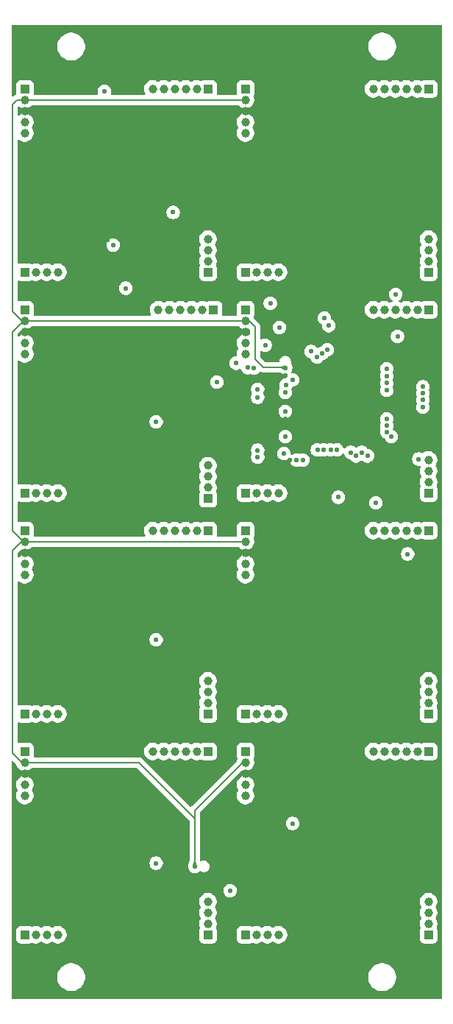
<source format=gbr>
%TF.GenerationSoftware,KiCad,Pcbnew,9.0.5-1.fc42*%
%TF.CreationDate,2025-11-30T23:17:12+01:00*%
%TF.ProjectId,Sub-Board,5375622d-426f-4617-9264-2e6b69636164,1*%
%TF.SameCoordinates,Original*%
%TF.FileFunction,Copper,L3,Inr*%
%TF.FilePolarity,Positive*%
%FSLAX46Y46*%
G04 Gerber Fmt 4.6, Leading zero omitted, Abs format (unit mm)*
G04 Created by KiCad (PCBNEW 9.0.5-1.fc42) date 2025-11-30 23:17:12*
%MOMM*%
%LPD*%
G01*
G04 APERTURE LIST*
%TA.AperFunction,ComponentPad*%
%ADD10R,1.000000X1.000000*%
%TD*%
%TA.AperFunction,ComponentPad*%
%ADD11C,1.000000*%
%TD*%
%TA.AperFunction,ViaPad*%
%ADD12C,0.553200*%
%TD*%
%TA.AperFunction,Conductor*%
%ADD13C,0.177800*%
%TD*%
G04 APERTURE END LIST*
D10*
%TO.N,/STM32-MCU/Slot7.LED*%
%TO.C,J33*%
X150240000Y-122175000D03*
D11*
%TO.N,/STM32-MCU/Slot7.C*%
X148970000Y-122175000D03*
%TO.N,/STM32-MCU/Slot7.B*%
X147700000Y-122175000D03*
%TO.N,/STM32-MCU/Slot7.A*%
X146430000Y-122175000D03*
%TO.N,/STM32-MCU/Slot7.A1*%
X145160000Y-122175000D03*
%TO.N,/STM32-MCU/Slot7.A0*%
X143890000Y-122175000D03*
%TD*%
D10*
%TO.N,/STM32-MCU/Slot3.LED*%
%TO.C,J31*%
X150240000Y-71375000D03*
D11*
%TO.N,/STM32-MCU/Slot3.C*%
X148970000Y-71375000D03*
%TO.N,/STM32-MCU/Slot3.B*%
X147700000Y-71375000D03*
%TO.N,/STM32-MCU/Slot3.A*%
X146430000Y-71375000D03*
%TO.N,/STM32-MCU/Slot3.A1*%
X145160000Y-71375000D03*
%TO.N,/STM32-MCU/Slot3.A0*%
X143890000Y-71375000D03*
%TD*%
D10*
%TO.N,/Board Address/+3.3V Digital*%
%TO.C,J21*%
X103760000Y-122175000D03*
D11*
%TO.N,/Power Supply/AREF*%
X103760000Y-123445000D03*
%TO.N,GND*%
X103760000Y-124715000D03*
%TO.N,/STM32-MCU/SlotBus.Data*%
X103760000Y-125985000D03*
%TO.N,/STM32-MCU/SlotBus.Clock*%
X103760000Y-127255000D03*
%TD*%
D10*
%TO.N,/STM32-MCU/Slot0.Addr0*%
%TO.C,J4*%
X124840000Y-67055000D03*
D11*
%TO.N,/STM32-MCU/Slot0.Addr1*%
X124840000Y-65785000D03*
%TO.N,/STM32-MCU/Slot0.Addr2*%
X124840000Y-64515000D03*
%TO.N,/STM32-MCU/Slot0.Addr3*%
X124840000Y-63245000D03*
%TD*%
D10*
%TO.N,/STM32-MCU/Slot1.Addr0*%
%TO.C,J12*%
X150240000Y-67055000D03*
D11*
%TO.N,/STM32-MCU/Slot1.Addr1*%
X150240000Y-65785000D03*
%TO.N,/STM32-MCU/Slot1.Addr2*%
X150240000Y-64515000D03*
%TO.N,/STM32-MCU/Slot1.Addr3*%
X150240000Y-63245000D03*
%TD*%
D10*
%TO.N,/STM32-MCU/Slot6.LED*%
%TO.C,J25*%
X124840000Y-122175000D03*
D11*
%TO.N,/STM32-MCU/Slot6.C*%
X123570000Y-122175000D03*
%TO.N,/STM32-MCU/Slot6.B*%
X122300000Y-122175000D03*
%TO.N,/STM32-MCU/Slot6.A*%
X121030000Y-122175000D03*
%TO.N,/STM32-MCU/Slot6.A1*%
X119760000Y-122175000D03*
%TO.N,/STM32-MCU/Slot6.A0*%
X118490000Y-122175000D03*
%TD*%
D10*
%TO.N,/STM32-MCU/Slot7.Typ0*%
%TO.C,J34*%
X129160000Y-143255000D03*
D11*
%TO.N,/STM32-MCU/Slot7.Typ1*%
X130430000Y-143255000D03*
%TO.N,/STM32-MCU/Slot7.Typ2*%
X131700000Y-143255000D03*
%TO.N,/STM32-MCU/Slot7.Typ3*%
X132970000Y-143255000D03*
%TD*%
D10*
%TO.N,/Board Address/+3.3V Digital*%
%TO.C,J3*%
X103760000Y-45975000D03*
D11*
%TO.N,/Power Supply/AREF*%
X103760000Y-47245000D03*
%TO.N,GND*%
X103760000Y-48515000D03*
%TO.N,/STM32-MCU/SlotBus.Data*%
X103760000Y-49785000D03*
%TO.N,/STM32-MCU/SlotBus.Clock*%
X103760000Y-51055000D03*
%TD*%
D10*
%TO.N,/STM32-MCU/Slot4.Typ0*%
%TO.C,J10*%
X103760000Y-117855000D03*
D11*
%TO.N,/STM32-MCU/Slot4.Typ1*%
X105030000Y-117855000D03*
%TO.N,/STM32-MCU/Slot4.Typ2*%
X106300000Y-117855000D03*
%TO.N,/STM32-MCU/Slot4.Typ3*%
X107570000Y-117855000D03*
%TD*%
D10*
%TO.N,/Board Address/+3.3V Digital*%
%TO.C,J29*%
X129160000Y-122175000D03*
D11*
%TO.N,/Power Supply/AREF*%
X129160000Y-123445000D03*
%TO.N,GND*%
X129160000Y-124715000D03*
%TO.N,/STM32-MCU/SlotBus.Data*%
X129160000Y-125985000D03*
%TO.N,/STM32-MCU/SlotBus.Clock*%
X129160000Y-127255000D03*
%TD*%
D10*
%TO.N,/STM32-MCU/Slot6.Addr0*%
%TO.C,J22*%
X124840000Y-143255000D03*
D11*
%TO.N,/STM32-MCU/Slot6.Addr1*%
X124840000Y-141985000D03*
%TO.N,/STM32-MCU/Slot6.Addr2*%
X124840000Y-140715000D03*
%TO.N,/STM32-MCU/Slot6.Addr3*%
X124840000Y-139445000D03*
%TD*%
D10*
%TO.N,/STM32-MCU/Slot5.LED*%
%TO.C,J17*%
X150240000Y-96775000D03*
D11*
%TO.N,/STM32-MCU/Slot5.C*%
X148970000Y-96775000D03*
%TO.N,/STM32-MCU/Slot5.B*%
X147700000Y-96775000D03*
%TO.N,/STM32-MCU/Slot5.A*%
X146430000Y-96775000D03*
%TO.N,/STM32-MCU/Slot5.A1*%
X145160000Y-96775000D03*
%TO.N,/STM32-MCU/Slot5.A0*%
X143890000Y-96775000D03*
%TD*%
D10*
%TO.N,/STM32-MCU/Slot5.Typ0*%
%TO.C,J18*%
X129160000Y-117855000D03*
D11*
%TO.N,/STM32-MCU/Slot5.Typ1*%
X130430000Y-117855000D03*
%TO.N,/STM32-MCU/Slot5.Typ2*%
X131700000Y-117855000D03*
%TO.N,/STM32-MCU/Slot5.Typ3*%
X132970000Y-117855000D03*
%TD*%
D10*
%TO.N,/STM32-MCU/Slot7.Addr0*%
%TO.C,J30*%
X150240000Y-143255000D03*
D11*
%TO.N,/STM32-MCU/Slot7.Addr1*%
X150240000Y-141985000D03*
%TO.N,/STM32-MCU/Slot7.Addr2*%
X150240000Y-140715000D03*
%TO.N,/STM32-MCU/Slot7.Addr3*%
X150240000Y-139445000D03*
%TD*%
D10*
%TO.N,/STM32-MCU/Slot3.Addr0*%
%TO.C,J28*%
X150240000Y-92455000D03*
D11*
%TO.N,/STM32-MCU/Slot3.Addr1*%
X150240000Y-91185000D03*
%TO.N,/STM32-MCU/Slot3.Addr2*%
X150240000Y-89915000D03*
%TO.N,/STM32-MCU/Slot3.Addr3*%
X150240000Y-88645000D03*
%TD*%
D10*
%TO.N,/Board Address/+3.3V Digital*%
%TO.C,J19*%
X103760000Y-71375000D03*
D11*
%TO.N,/Power Supply/AREF*%
X103760000Y-72645000D03*
%TO.N,GND*%
X103760000Y-73915000D03*
%TO.N,/STM32-MCU/SlotBus.Data*%
X103760000Y-75185000D03*
%TO.N,/STM32-MCU/SlotBus.Clock*%
X103760000Y-76455000D03*
%TD*%
D10*
%TO.N,/Board Address/+3.3V Digital*%
%TO.C,J5*%
X103760000Y-96775000D03*
D11*
%TO.N,/Power Supply/AREF*%
X103760000Y-98045000D03*
%TO.N,GND*%
X103760000Y-99315000D03*
%TO.N,/STM32-MCU/SlotBus.Data*%
X103760000Y-100585000D03*
%TO.N,/STM32-MCU/SlotBus.Clock*%
X103760000Y-101855000D03*
%TD*%
D10*
%TO.N,/STM32-MCU/Slot6.Typ0*%
%TO.C,J26*%
X103760000Y-143255000D03*
D11*
%TO.N,/STM32-MCU/Slot6.Typ1*%
X105030000Y-143255000D03*
%TO.N,/STM32-MCU/Slot6.Typ2*%
X106300000Y-143255000D03*
%TO.N,/STM32-MCU/Slot6.Typ3*%
X107570000Y-143255000D03*
%TD*%
D10*
%TO.N,/STM32-MCU/Slot2.LED*%
%TO.C,J23*%
X125490000Y-71375000D03*
D11*
%TO.N,/STM32-MCU/Slot2.C*%
X124220000Y-71375000D03*
%TO.N,/STM32-MCU/Slot2.B*%
X122950000Y-71375000D03*
%TO.N,/STM32-MCU/Slot2.A*%
X121680000Y-71375000D03*
%TO.N,/STM32-MCU/Slot2.A1*%
X120410000Y-71375000D03*
%TO.N,/STM32-MCU/Slot2.A0*%
X119140000Y-71375000D03*
%TD*%
D10*
%TO.N,/STM32-MCU/Slot5.Addr0*%
%TO.C,J14*%
X150240000Y-117855000D03*
D11*
%TO.N,/STM32-MCU/Slot5.Addr1*%
X150240000Y-116585000D03*
%TO.N,/STM32-MCU/Slot5.Addr2*%
X150240000Y-115315000D03*
%TO.N,/STM32-MCU/Slot5.Addr3*%
X150240000Y-114045000D03*
%TD*%
D10*
%TO.N,/STM32-MCU/Slot1.LED*%
%TO.C,J15*%
X150240000Y-45975000D03*
D11*
%TO.N,/STM32-MCU/Slot1.C*%
X148970000Y-45975000D03*
%TO.N,/STM32-MCU/Slot1.B*%
X147700000Y-45975000D03*
%TO.N,/STM32-MCU/Slot1.A*%
X146430000Y-45975000D03*
%TO.N,/STM32-MCU/Slot1.A1*%
X145160000Y-45975000D03*
%TO.N,/STM32-MCU/Slot1.A0*%
X143890000Y-45975000D03*
%TD*%
D10*
%TO.N,/STM32-MCU/Slot3.Typ0*%
%TO.C,J32*%
X129160000Y-92455000D03*
D11*
%TO.N,/STM32-MCU/Slot3.Typ1*%
X130430000Y-92455000D03*
%TO.N,/STM32-MCU/Slot3.Typ2*%
X131700000Y-92455000D03*
%TO.N,/STM32-MCU/Slot3.Typ3*%
X132970000Y-92455000D03*
%TD*%
D10*
%TO.N,/STM32-MCU/Slot4.LED*%
%TO.C,J9*%
X124840000Y-96775000D03*
D11*
%TO.N,/STM32-MCU/Slot4.C*%
X123570000Y-96775000D03*
%TO.N,/STM32-MCU/Slot4.B*%
X122300000Y-96775000D03*
%TO.N,/STM32-MCU/Slot4.A*%
X121030000Y-96775000D03*
%TO.N,/STM32-MCU/Slot4.A1*%
X119760000Y-96775000D03*
%TO.N,/STM32-MCU/Slot4.A0*%
X118490000Y-96775000D03*
%TD*%
D10*
%TO.N,/STM32-MCU/Slot4.Addr0*%
%TO.C,J6*%
X124840000Y-117855000D03*
D11*
%TO.N,/STM32-MCU/Slot4.Addr1*%
X124840000Y-116585000D03*
%TO.N,/STM32-MCU/Slot4.Addr2*%
X124840000Y-115315000D03*
%TO.N,/STM32-MCU/Slot4.Addr3*%
X124840000Y-114045000D03*
%TD*%
D10*
%TO.N,/Board Address/+3.3V Digital*%
%TO.C,J13*%
X129160000Y-96775000D03*
D11*
%TO.N,/Power Supply/AREF*%
X129160000Y-98045000D03*
%TO.N,GND*%
X129160000Y-99315000D03*
%TO.N,/STM32-MCU/SlotBus.Data*%
X129160000Y-100585000D03*
%TO.N,/STM32-MCU/SlotBus.Clock*%
X129160000Y-101855000D03*
%TD*%
D10*
%TO.N,/Board Address/+3.3V Digital*%
%TO.C,J11*%
X129160000Y-45975000D03*
D11*
%TO.N,/Power Supply/AREF*%
X129160000Y-47245000D03*
%TO.N,GND*%
X129160000Y-48515000D03*
%TO.N,/STM32-MCU/SlotBus.Data*%
X129160000Y-49785000D03*
%TO.N,/STM32-MCU/SlotBus.Clock*%
X129160000Y-51055000D03*
%TD*%
D10*
%TO.N,/STM32-MCU/Slot0.Typ0*%
%TO.C,J8*%
X103760000Y-67055000D03*
D11*
%TO.N,/STM32-MCU/Slot0.Typ1*%
X105030000Y-67055000D03*
%TO.N,/STM32-MCU/Slot0.Typ2*%
X106300000Y-67055000D03*
%TO.N,/STM32-MCU/Slot0.Typ3*%
X107570000Y-67055000D03*
%TD*%
D10*
%TO.N,/STM32-MCU/Slot2.Typ0*%
%TO.C,J24*%
X103760000Y-92455000D03*
D11*
%TO.N,/STM32-MCU/Slot2.Typ1*%
X105030000Y-92455000D03*
%TO.N,/STM32-MCU/Slot2.Typ2*%
X106300000Y-92455000D03*
%TO.N,/STM32-MCU/Slot2.Typ3*%
X107570000Y-92455000D03*
%TD*%
D10*
%TO.N,/STM32-MCU/Slot0.LED*%
%TO.C,J7*%
X124840000Y-45975000D03*
D11*
%TO.N,/STM32-MCU/Slot0.C*%
X123570000Y-45975000D03*
%TO.N,/STM32-MCU/Slot0.B*%
X122300000Y-45975000D03*
%TO.N,/STM32-MCU/Slot0.A*%
X121030000Y-45975000D03*
%TO.N,/STM32-MCU/Slot0.A1*%
X119760000Y-45975000D03*
%TO.N,/STM32-MCU/Slot0.A0*%
X118490000Y-45975000D03*
%TD*%
D10*
%TO.N,/Board Address/+3.3V Digital*%
%TO.C,J27*%
X129160000Y-71375000D03*
D11*
%TO.N,/Power Supply/AREF*%
X129160000Y-72645000D03*
%TO.N,GND*%
X129160000Y-73915000D03*
%TO.N,/STM32-MCU/SlotBus.Data*%
X129160000Y-75185000D03*
%TO.N,/STM32-MCU/SlotBus.Clock*%
X129160000Y-76455000D03*
%TD*%
D10*
%TO.N,/STM32-MCU/Slot2.Addr0*%
%TO.C,J20*%
X124840000Y-93105000D03*
D11*
%TO.N,/STM32-MCU/Slot2.Addr1*%
X124840000Y-91835000D03*
%TO.N,/STM32-MCU/Slot2.Addr2*%
X124840000Y-90565000D03*
%TO.N,/STM32-MCU/Slot2.Addr3*%
X124840000Y-89295000D03*
%TD*%
D10*
%TO.N,/STM32-MCU/Slot1.Typ0*%
%TO.C,J16*%
X129160000Y-67055000D03*
D11*
%TO.N,/STM32-MCU/Slot1.Typ1*%
X130430000Y-67055000D03*
%TO.N,/STM32-MCU/Slot1.Typ2*%
X131700000Y-67055000D03*
%TO.N,/STM32-MCU/Slot1.Typ3*%
X132970000Y-67055000D03*
%TD*%
D12*
%TO.N,GND*%
X145925000Y-139446000D03*
X142900400Y-49301400D03*
X120525000Y-64516000D03*
X142875000Y-125476000D03*
X120525000Y-117856000D03*
X133985000Y-114558000D03*
X133985000Y-139954000D03*
X149987000Y-74678000D03*
X145923000Y-114046000D03*
X108585000Y-89156000D03*
X124587000Y-125478000D03*
X145925000Y-63246000D03*
X117348000Y-100076000D03*
X117424200Y-125450600D03*
X145925000Y-88646000D03*
X120525000Y-65786000D03*
X120523000Y-93218000D03*
X120523000Y-143256000D03*
X120525000Y-114046000D03*
X133985000Y-63756000D03*
X145925000Y-65786000D03*
X145925000Y-64516000D03*
X149987000Y-49276000D03*
X120525000Y-67056000D03*
X108585000Y-114558000D03*
X124587000Y-100078000D03*
X120523000Y-90678000D03*
X149987000Y-100074000D03*
X120525000Y-116586000D03*
X125222000Y-74676000D03*
X108585000Y-139954000D03*
X120523000Y-89408000D03*
X124587000Y-49278000D03*
X108585000Y-63752000D03*
X149987000Y-125478000D03*
X120523000Y-139446000D03*
X145923000Y-116586000D03*
X134239000Y-88646000D03*
X120525000Y-63246000D03*
X145925000Y-89916000D03*
X133731000Y-78948400D03*
X145250800Y-76327000D03*
X135763000Y-93853000D03*
X117094000Y-65836800D03*
X113269000Y-63370101D03*
X112776000Y-92659200D03*
X117221000Y-86741000D03*
X110591600Y-57302400D03*
X143129000Y-137922000D03*
X117094000Y-112014000D03*
X142494000Y-69596000D03*
X116932400Y-62661800D03*
X121564400Y-56438800D03*
X135255000Y-76200000D03*
X112776000Y-118059200D03*
X117983000Y-75965000D03*
X109369000Y-69342000D03*
X141478000Y-92456000D03*
X115747800Y-57277000D03*
X145923000Y-87884000D03*
X117243501Y-137554000D03*
X112776000Y-143510000D03*
X133731000Y-83948400D03*
X134239000Y-129409400D03*
X125012600Y-84916200D03*
X108356400Y-56388000D03*
X143129000Y-140462000D03*
X128524000Y-135890000D03*
X145288000Y-102747000D03*
%TO.N,/Board Address/+3.3V Digital*%
X144170400Y-93573600D03*
X146456400Y-69596000D03*
X118872000Y-109321600D03*
X120832400Y-60172600D03*
X127374000Y-138176000D03*
X134569200Y-130454400D03*
X139852400Y-92934400D03*
X149098000Y-88544400D03*
X128066800Y-77520800D03*
X132010200Y-70631000D03*
X113919000Y-63931800D03*
X133756400Y-85948400D03*
X133731000Y-83058000D03*
X146659600Y-74422000D03*
X125851400Y-79705200D03*
X134569200Y-79451200D03*
X118872000Y-84277200D03*
X147828000Y-99466400D03*
X112928400Y-46228000D03*
X118872000Y-135026400D03*
X133600800Y-87932400D03*
X115366800Y-68908099D03*
%TO.N,/Power Supply/AREF*%
X123317000Y-135382000D03*
X133781143Y-78046819D03*
%TO.N,/STM32-MCU/Slot0.A1*%
X138562043Y-75989646D03*
%TO.N,/STM32-MCU/Slot0.B*%
X145415000Y-78985533D03*
%TO.N,/STM32-MCU/Slot0.LED*%
X145415000Y-80645000D03*
%TO.N,/STM32-MCU/Slot0.A0*%
X137972800Y-76377800D03*
%TO.N,/STM32-MCU/Slot0.C*%
X145415000Y-79815267D03*
%TO.N,/STM32-MCU/Slot0.A*%
X145415000Y-78155800D03*
%TO.N,/STM32-MCU/Slot4.C*%
X130556000Y-88341200D03*
%TO.N,/STM32-MCU/Slot4.B*%
X135026400Y-88646000D03*
%TO.N,/STM32-MCU/Slot4.A1*%
X130556000Y-80518000D03*
%TO.N,/STM32-MCU/Slot4.LED*%
X130556000Y-87528400D03*
%TO.N,/STM32-MCU/Slot4.A0*%
X130556000Y-81443200D03*
%TO.N,/STM32-MCU/Slot4.A*%
X135788400Y-88646000D03*
%TO.N,/STM32-MCU/Slot1.C*%
X149580600Y-81737200D03*
%TO.N,/STM32-MCU/Slot1.LED*%
X149580600Y-82575400D03*
%TO.N,/STM32-MCU/Slot1.A0*%
X136706602Y-76176511D03*
%TO.N,/STM32-MCU/Slot1.B*%
X149580600Y-81000600D03*
%TO.N,/STM32-MCU/Slot1.A*%
X149580600Y-80238600D03*
%TO.N,/STM32-MCU/Slot1.A1*%
X137414000Y-76825100D03*
%TO.N,/STM32-MCU/Slot5.C*%
X145415000Y-85420200D03*
%TO.N,/STM32-MCU/Slot5.LED*%
X145948400Y-85948400D03*
%TO.N,/STM32-MCU/Slot5.A0*%
X131419600Y-75438000D03*
%TO.N,/STM32-MCU/Slot5.B*%
X145415000Y-84683600D03*
%TO.N,/STM32-MCU/Slot5.A*%
X145415000Y-83921600D03*
%TO.N,/STM32-MCU/Slot5.A1*%
X133045200Y-73406000D03*
%TO.N,/STM32-MCU/Slot6.A0*%
X133731000Y-80873600D03*
%TO.N,/STM32-MCU/Slot6.A*%
X139700000Y-87477600D03*
%TO.N,/STM32-MCU/Slot6.LED*%
X137439400Y-87503000D03*
%TO.N,/STM32-MCU/Slot6.B*%
X138957803Y-87477600D03*
%TO.N,/STM32-MCU/Slot6.C*%
X138145003Y-87503000D03*
%TO.N,/STM32-MCU/Slot6.A1*%
X133807200Y-80060800D03*
%TO.N,/STM32-MCU/Slot3.A0*%
X138250800Y-72339200D03*
%TO.N,/STM32-MCU/Slot3.A1*%
X138750800Y-73202800D03*
%TO.N,/STM32-MCU/Slot7.C*%
X141884400Y-88188800D03*
%TO.N,/STM32-MCU/Slot7.LED*%
X141274800Y-87782400D03*
%TO.N,/STM32-MCU/Slot7.A1*%
X129421118Y-78035515D03*
%TO.N,/STM32-MCU/Slot7.B*%
X142544800Y-87782400D03*
%TO.N,/STM32-MCU/Slot7.A0*%
X130124200Y-78095100D03*
%TO.N,/STM32-MCU/Slot7.A*%
X143205200Y-88188800D03*
%TD*%
D13*
%TO.N,/Power Supply/AREF*%
X102316900Y-122332100D02*
X102316900Y-99105100D01*
X116891800Y-123445000D02*
X103760000Y-123445000D01*
X102316900Y-99105100D02*
X103377000Y-98045000D01*
X103377000Y-98045000D02*
X103760000Y-98045000D01*
X102316900Y-73908300D02*
X103580200Y-72645000D01*
X133712324Y-77978000D02*
X131191000Y-77978000D01*
X130251200Y-77038200D02*
X130251200Y-73304400D01*
X133781143Y-78046819D02*
X133712324Y-77978000D01*
X130251200Y-73304400D02*
X129591800Y-72645000D01*
X102316900Y-47797100D02*
X102869000Y-47245000D01*
X103760000Y-47245000D02*
X129160000Y-47245000D01*
X129591800Y-72645000D02*
X129160000Y-72645000D01*
X103760000Y-72645000D02*
X103429800Y-72645000D01*
X123317000Y-130225800D02*
X123317000Y-129870200D01*
X129160000Y-123445000D02*
X128827800Y-123445000D01*
X123317000Y-128955800D02*
X123317000Y-135382000D01*
X123317000Y-129870200D02*
X116891800Y-123445000D01*
X102316900Y-71532100D02*
X102316900Y-47797100D01*
X103760000Y-123445000D02*
X103429800Y-123445000D01*
X128827800Y-123445000D02*
X123317000Y-128955800D01*
X103429800Y-72645000D02*
X102316900Y-71532100D01*
X129160000Y-98045000D02*
X103760000Y-98045000D01*
X103580200Y-72645000D02*
X103760000Y-72645000D01*
X103760000Y-98045000D02*
X103582200Y-98045000D01*
X131191000Y-77978000D02*
X130251200Y-77038200D01*
X102869000Y-47245000D02*
X103760000Y-47245000D01*
X102316900Y-96779700D02*
X102316900Y-73908300D01*
X103429800Y-123445000D02*
X102316900Y-122332100D01*
X103582200Y-98045000D02*
X102316900Y-96779700D01*
X129160000Y-72645000D02*
X103760000Y-72645000D01*
%TD*%
%TA.AperFunction,Conductor*%
%TO.N,/Power Supply/AREF*%
G36*
X133724287Y-77779725D02*
G01*
X133729500Y-77787006D01*
X133729572Y-77787336D01*
X133781171Y-78042025D01*
X133779455Y-78050814D01*
X133779413Y-78050877D01*
X133633401Y-78267986D01*
X133625940Y-78272939D01*
X133618126Y-78271748D01*
X133528942Y-78223507D01*
X133245546Y-78070217D01*
X133239899Y-78063267D01*
X133239412Y-78059926D01*
X133239412Y-77898388D01*
X133242839Y-77890115D01*
X133248457Y-77886994D01*
X133715454Y-77778264D01*
X133724287Y-77779725D01*
G37*
%TD.AperFunction*%
%TD*%
%TA.AperFunction,Conductor*%
%TO.N,/Power Supply/AREF*%
G36*
X123406021Y-134837542D02*
G01*
X123408724Y-134841762D01*
X123583555Y-135315229D01*
X123583206Y-135324177D01*
X123576632Y-135330258D01*
X123574902Y-135330749D01*
X123319323Y-135382529D01*
X123314677Y-135382529D01*
X123059097Y-135330749D01*
X123051669Y-135325748D01*
X123049953Y-135316959D01*
X123050441Y-135315238D01*
X123225276Y-134841761D01*
X123231357Y-134835188D01*
X123236252Y-134834115D01*
X123397748Y-134834115D01*
X123406021Y-134837542D01*
G37*
%TD.AperFunction*%
%TD*%
%TA.AperFunction,Conductor*%
%TO.N,GND*%
G36*
X151715539Y-38620185D02*
G01*
X151761294Y-38672989D01*
X151772500Y-38724500D01*
X151772500Y-150505500D01*
X151752815Y-150572539D01*
X151700011Y-150618294D01*
X151648500Y-150629500D01*
X102351500Y-150629500D01*
X102284461Y-150609815D01*
X102238706Y-150557011D01*
X102227500Y-150505500D01*
X102227500Y-148004046D01*
X107499680Y-148004046D01*
X107499680Y-148255953D01*
X107539085Y-148504744D01*
X107539085Y-148504747D01*
X107616923Y-148744307D01*
X107616925Y-148744310D01*
X107731283Y-148968751D01*
X107879344Y-149172539D01*
X108057461Y-149350656D01*
X108261249Y-149498717D01*
X108485690Y-149613075D01*
X108485692Y-149613076D01*
X108709146Y-149685680D01*
X108725257Y-149690915D01*
X108824420Y-149706620D01*
X108974047Y-149730320D01*
X108974052Y-149730320D01*
X109225953Y-149730320D01*
X109346563Y-149711216D01*
X109474743Y-149690915D01*
X109474746Y-149690914D01*
X109474747Y-149690914D01*
X109714307Y-149613076D01*
X109714307Y-149613075D01*
X109714310Y-149613075D01*
X109938751Y-149498717D01*
X110142539Y-149350656D01*
X110320656Y-149172539D01*
X110468717Y-148968751D01*
X110583075Y-148744310D01*
X110660915Y-148504743D01*
X110683943Y-148359350D01*
X110700320Y-148255953D01*
X110700320Y-148004046D01*
X143299680Y-148004046D01*
X143299680Y-148255953D01*
X143339085Y-148504744D01*
X143339085Y-148504747D01*
X143416923Y-148744307D01*
X143416925Y-148744310D01*
X143531283Y-148968751D01*
X143679344Y-149172539D01*
X143857461Y-149350656D01*
X144061249Y-149498717D01*
X144285690Y-149613075D01*
X144285692Y-149613076D01*
X144509146Y-149685680D01*
X144525257Y-149690915D01*
X144624420Y-149706620D01*
X144774047Y-149730320D01*
X144774052Y-149730320D01*
X145025953Y-149730320D01*
X145146563Y-149711216D01*
X145274743Y-149690915D01*
X145274746Y-149690914D01*
X145274747Y-149690914D01*
X145514307Y-149613076D01*
X145514307Y-149613075D01*
X145514310Y-149613075D01*
X145738751Y-149498717D01*
X145942539Y-149350656D01*
X146120656Y-149172539D01*
X146268717Y-148968751D01*
X146383075Y-148744310D01*
X146460915Y-148504743D01*
X146483943Y-148359350D01*
X146500320Y-148255953D01*
X146500320Y-148004046D01*
X146477395Y-147859313D01*
X146460915Y-147755257D01*
X146460914Y-147755253D01*
X146460914Y-147755252D01*
X146383076Y-147515692D01*
X146268716Y-147291248D01*
X146120656Y-147087461D01*
X145942539Y-146909344D01*
X145738751Y-146761283D01*
X145514307Y-146646923D01*
X145274745Y-146569085D01*
X145025953Y-146529680D01*
X145025948Y-146529680D01*
X144774052Y-146529680D01*
X144774047Y-146529680D01*
X144525255Y-146569085D01*
X144525252Y-146569085D01*
X144285692Y-146646923D01*
X144061248Y-146761283D01*
X143944980Y-146845757D01*
X143857461Y-146909344D01*
X143857459Y-146909346D01*
X143857458Y-146909346D01*
X143679346Y-147087458D01*
X143679346Y-147087459D01*
X143679344Y-147087461D01*
X143615757Y-147174980D01*
X143531283Y-147291248D01*
X143416923Y-147515692D01*
X143339085Y-147755252D01*
X143339085Y-147755255D01*
X143299680Y-148004046D01*
X110700320Y-148004046D01*
X110677395Y-147859313D01*
X110660915Y-147755257D01*
X110660914Y-147755253D01*
X110660914Y-147755252D01*
X110583076Y-147515692D01*
X110468716Y-147291248D01*
X110320656Y-147087461D01*
X110142539Y-146909344D01*
X109938751Y-146761283D01*
X109714307Y-146646923D01*
X109474745Y-146569085D01*
X109225953Y-146529680D01*
X109225948Y-146529680D01*
X108974052Y-146529680D01*
X108974047Y-146529680D01*
X108725255Y-146569085D01*
X108725252Y-146569085D01*
X108485692Y-146646923D01*
X108261248Y-146761283D01*
X108144980Y-146845757D01*
X108057461Y-146909344D01*
X108057459Y-146909346D01*
X108057458Y-146909346D01*
X107879346Y-147087458D01*
X107879346Y-147087459D01*
X107879344Y-147087461D01*
X107815757Y-147174980D01*
X107731283Y-147291248D01*
X107616923Y-147515692D01*
X107539085Y-147755252D01*
X107539085Y-147755255D01*
X107499680Y-148004046D01*
X102227500Y-148004046D01*
X102227500Y-142707135D01*
X102759500Y-142707135D01*
X102759500Y-143802870D01*
X102759501Y-143802876D01*
X102765908Y-143862483D01*
X102816202Y-143997328D01*
X102816206Y-143997335D01*
X102902452Y-144112544D01*
X102902455Y-144112547D01*
X103017664Y-144198793D01*
X103017671Y-144198797D01*
X103152517Y-144249091D01*
X103152516Y-144249091D01*
X103159444Y-144249835D01*
X103212127Y-144255500D01*
X104307872Y-144255499D01*
X104367483Y-144249091D01*
X104502331Y-144198796D01*
X104514110Y-144189977D01*
X104579570Y-144165558D01*
X104635872Y-144174680D01*
X104738165Y-144217051D01*
X104738169Y-144217051D01*
X104738170Y-144217052D01*
X104931456Y-144255500D01*
X104931459Y-144255500D01*
X105128543Y-144255500D01*
X105258582Y-144229632D01*
X105321835Y-144217051D01*
X105503914Y-144141632D01*
X105596109Y-144080029D01*
X105662786Y-144059151D01*
X105730166Y-144077635D01*
X105733891Y-144080029D01*
X105826080Y-144141628D01*
X105826086Y-144141632D01*
X105826088Y-144141633D01*
X105826092Y-144141635D01*
X106008160Y-144217049D01*
X106008165Y-144217051D01*
X106008169Y-144217051D01*
X106008170Y-144217052D01*
X106201456Y-144255500D01*
X106201459Y-144255500D01*
X106398543Y-144255500D01*
X106528582Y-144229632D01*
X106591835Y-144217051D01*
X106773914Y-144141632D01*
X106866109Y-144080029D01*
X106932786Y-144059151D01*
X107000166Y-144077635D01*
X107003891Y-144080029D01*
X107096080Y-144141628D01*
X107096086Y-144141632D01*
X107096088Y-144141633D01*
X107096092Y-144141635D01*
X107278160Y-144217049D01*
X107278165Y-144217051D01*
X107278169Y-144217051D01*
X107278170Y-144217052D01*
X107471456Y-144255500D01*
X107471459Y-144255500D01*
X107668543Y-144255500D01*
X107798582Y-144229632D01*
X107861835Y-144217051D01*
X108043914Y-144141632D01*
X108207782Y-144032139D01*
X108347139Y-143892782D01*
X108456632Y-143728914D01*
X108532051Y-143546835D01*
X108570500Y-143353541D01*
X108570500Y-143156459D01*
X108570500Y-143156456D01*
X108532052Y-142963170D01*
X108532051Y-142963169D01*
X108532051Y-142963165D01*
X108532049Y-142963160D01*
X108456635Y-142781092D01*
X108456628Y-142781079D01*
X108347139Y-142617218D01*
X108347136Y-142617214D01*
X108207785Y-142477863D01*
X108207781Y-142477860D01*
X108043920Y-142368371D01*
X108043907Y-142368364D01*
X107861839Y-142292950D01*
X107861829Y-142292947D01*
X107668543Y-142254500D01*
X107668541Y-142254500D01*
X107471459Y-142254500D01*
X107471457Y-142254500D01*
X107278170Y-142292947D01*
X107278160Y-142292950D01*
X107096089Y-142368366D01*
X107003890Y-142429971D01*
X106937213Y-142450848D01*
X106869833Y-142432363D01*
X106866110Y-142429971D01*
X106817441Y-142397452D01*
X106773914Y-142368368D01*
X106773911Y-142368366D01*
X106773910Y-142368366D01*
X106591839Y-142292950D01*
X106591829Y-142292947D01*
X106398543Y-142254500D01*
X106398541Y-142254500D01*
X106201459Y-142254500D01*
X106201457Y-142254500D01*
X106008170Y-142292947D01*
X106008160Y-142292950D01*
X105826089Y-142368366D01*
X105733890Y-142429971D01*
X105667213Y-142450848D01*
X105599833Y-142432363D01*
X105596110Y-142429971D01*
X105547441Y-142397452D01*
X105503914Y-142368368D01*
X105503911Y-142368366D01*
X105503910Y-142368366D01*
X105321839Y-142292950D01*
X105321829Y-142292947D01*
X105128543Y-142254500D01*
X105128541Y-142254500D01*
X104931459Y-142254500D01*
X104931457Y-142254500D01*
X104738171Y-142292947D01*
X104738168Y-142292948D01*
X104738166Y-142292948D01*
X104738165Y-142292949D01*
X104738163Y-142292950D01*
X104635874Y-142335318D01*
X104566404Y-142342785D01*
X104514113Y-142320023D01*
X104502335Y-142311206D01*
X104502328Y-142311202D01*
X104367482Y-142260908D01*
X104367483Y-142260908D01*
X104307883Y-142254501D01*
X104307881Y-142254500D01*
X104307873Y-142254500D01*
X104307864Y-142254500D01*
X103212129Y-142254500D01*
X103212123Y-142254501D01*
X103152516Y-142260908D01*
X103017671Y-142311202D01*
X103017664Y-142311206D01*
X102902455Y-142397452D01*
X102902452Y-142397455D01*
X102816206Y-142512664D01*
X102816202Y-142512671D01*
X102765908Y-142647517D01*
X102759501Y-142707116D01*
X102759501Y-142707123D01*
X102759500Y-142707135D01*
X102227500Y-142707135D01*
X102227500Y-139543543D01*
X123839499Y-139543543D01*
X123877947Y-139736829D01*
X123877950Y-139736839D01*
X123953365Y-139918907D01*
X123953368Y-139918914D01*
X123997352Y-139984740D01*
X124014971Y-140011110D01*
X124035848Y-140077787D01*
X124017363Y-140145167D01*
X124014971Y-140148890D01*
X123953366Y-140241089D01*
X123877950Y-140423160D01*
X123877947Y-140423170D01*
X123839500Y-140616456D01*
X123839500Y-140616459D01*
X123839500Y-140813541D01*
X123839500Y-140813543D01*
X123839499Y-140813543D01*
X123877947Y-141006829D01*
X123877950Y-141006839D01*
X123953365Y-141188907D01*
X123953368Y-141188914D01*
X123997352Y-141254740D01*
X124014971Y-141281110D01*
X124035848Y-141347787D01*
X124017363Y-141415167D01*
X124014971Y-141418890D01*
X123953366Y-141511089D01*
X123877950Y-141693160D01*
X123877947Y-141693170D01*
X123839500Y-141886456D01*
X123839500Y-141886459D01*
X123839500Y-142083541D01*
X123839500Y-142083543D01*
X123839499Y-142083543D01*
X123877947Y-142276828D01*
X123877949Y-142276836D01*
X123920318Y-142379124D01*
X123927787Y-142448593D01*
X123905026Y-142500884D01*
X123896203Y-142512670D01*
X123896202Y-142512671D01*
X123845908Y-142647517D01*
X123839501Y-142707116D01*
X123839501Y-142707123D01*
X123839500Y-142707135D01*
X123839500Y-143802870D01*
X123839501Y-143802876D01*
X123845908Y-143862483D01*
X123896202Y-143997328D01*
X123896206Y-143997335D01*
X123982452Y-144112544D01*
X123982455Y-144112547D01*
X124097664Y-144198793D01*
X124097671Y-144198797D01*
X124232517Y-144249091D01*
X124232516Y-144249091D01*
X124239444Y-144249835D01*
X124292127Y-144255500D01*
X125387872Y-144255499D01*
X125447483Y-144249091D01*
X125582331Y-144198796D01*
X125697546Y-144112546D01*
X125783796Y-143997331D01*
X125834091Y-143862483D01*
X125840500Y-143802873D01*
X125840499Y-142707135D01*
X128159500Y-142707135D01*
X128159500Y-143802870D01*
X128159501Y-143802876D01*
X128165908Y-143862483D01*
X128216202Y-143997328D01*
X128216206Y-143997335D01*
X128302452Y-144112544D01*
X128302455Y-144112547D01*
X128417664Y-144198793D01*
X128417671Y-144198797D01*
X128552517Y-144249091D01*
X128552516Y-144249091D01*
X128559444Y-144249835D01*
X128612127Y-144255500D01*
X129707872Y-144255499D01*
X129767483Y-144249091D01*
X129902331Y-144198796D01*
X129914110Y-144189977D01*
X129979570Y-144165558D01*
X130035872Y-144174680D01*
X130138165Y-144217051D01*
X130138169Y-144217051D01*
X130138170Y-144217052D01*
X130331456Y-144255500D01*
X130331459Y-144255500D01*
X130528543Y-144255500D01*
X130658582Y-144229632D01*
X130721835Y-144217051D01*
X130903914Y-144141632D01*
X130996109Y-144080029D01*
X131062786Y-144059151D01*
X131130166Y-144077635D01*
X131133891Y-144080029D01*
X131226080Y-144141628D01*
X131226086Y-144141632D01*
X131226088Y-144141633D01*
X131226092Y-144141635D01*
X131408160Y-144217049D01*
X131408165Y-144217051D01*
X131408169Y-144217051D01*
X131408170Y-144217052D01*
X131601456Y-144255500D01*
X131601459Y-144255500D01*
X131798543Y-144255500D01*
X131928582Y-144229632D01*
X131991835Y-144217051D01*
X132173914Y-144141632D01*
X132266109Y-144080029D01*
X132332786Y-144059151D01*
X132400166Y-144077635D01*
X132403891Y-144080029D01*
X132496080Y-144141628D01*
X132496086Y-144141632D01*
X132496088Y-144141633D01*
X132496092Y-144141635D01*
X132678160Y-144217049D01*
X132678165Y-144217051D01*
X132678169Y-144217051D01*
X132678170Y-144217052D01*
X132871456Y-144255500D01*
X132871459Y-144255500D01*
X133068543Y-144255500D01*
X133198582Y-144229632D01*
X133261835Y-144217051D01*
X133443914Y-144141632D01*
X133607782Y-144032139D01*
X133747139Y-143892782D01*
X133856632Y-143728914D01*
X133932051Y-143546835D01*
X133970500Y-143353541D01*
X133970500Y-143156459D01*
X133970500Y-143156456D01*
X133932052Y-142963170D01*
X133932051Y-142963169D01*
X133932051Y-142963165D01*
X133932049Y-142963160D01*
X133856635Y-142781092D01*
X133856628Y-142781079D01*
X133747139Y-142617218D01*
X133747136Y-142617214D01*
X133607785Y-142477863D01*
X133607781Y-142477860D01*
X133443920Y-142368371D01*
X133443907Y-142368364D01*
X133261839Y-142292950D01*
X133261829Y-142292947D01*
X133068543Y-142254500D01*
X133068541Y-142254500D01*
X132871459Y-142254500D01*
X132871457Y-142254500D01*
X132678170Y-142292947D01*
X132678160Y-142292950D01*
X132496089Y-142368366D01*
X132403890Y-142429971D01*
X132337213Y-142450848D01*
X132269833Y-142432363D01*
X132266110Y-142429971D01*
X132217441Y-142397452D01*
X132173914Y-142368368D01*
X132173911Y-142368366D01*
X132173910Y-142368366D01*
X131991839Y-142292950D01*
X131991829Y-142292947D01*
X131798543Y-142254500D01*
X131798541Y-142254500D01*
X131601459Y-142254500D01*
X131601457Y-142254500D01*
X131408170Y-142292947D01*
X131408160Y-142292950D01*
X131226089Y-142368366D01*
X131133890Y-142429971D01*
X131067213Y-142450848D01*
X130999833Y-142432363D01*
X130996110Y-142429971D01*
X130947441Y-142397452D01*
X130903914Y-142368368D01*
X130903911Y-142368366D01*
X130903910Y-142368366D01*
X130721839Y-142292950D01*
X130721829Y-142292947D01*
X130528543Y-142254500D01*
X130528541Y-142254500D01*
X130331459Y-142254500D01*
X130331457Y-142254500D01*
X130138171Y-142292947D01*
X130138168Y-142292948D01*
X130138166Y-142292948D01*
X130138165Y-142292949D01*
X130138163Y-142292950D01*
X130035874Y-142335318D01*
X129966404Y-142342785D01*
X129914113Y-142320023D01*
X129902335Y-142311206D01*
X129902328Y-142311202D01*
X129767482Y-142260908D01*
X129767483Y-142260908D01*
X129707883Y-142254501D01*
X129707881Y-142254500D01*
X129707873Y-142254500D01*
X129707864Y-142254500D01*
X128612129Y-142254500D01*
X128612123Y-142254501D01*
X128552516Y-142260908D01*
X128417671Y-142311202D01*
X128417664Y-142311206D01*
X128302455Y-142397452D01*
X128302452Y-142397455D01*
X128216206Y-142512664D01*
X128216202Y-142512671D01*
X128165908Y-142647517D01*
X128159501Y-142707116D01*
X128159501Y-142707123D01*
X128159500Y-142707135D01*
X125840499Y-142707135D01*
X125840499Y-142707128D01*
X125834091Y-142647517D01*
X125822790Y-142617218D01*
X125783797Y-142512671D01*
X125783795Y-142512668D01*
X125774976Y-142500887D01*
X125750558Y-142435423D01*
X125759679Y-142379128D01*
X125802051Y-142276835D01*
X125840500Y-142083541D01*
X125840500Y-141886459D01*
X125840500Y-141886456D01*
X125802052Y-141693170D01*
X125802051Y-141693169D01*
X125802051Y-141693165D01*
X125802049Y-141693160D01*
X125726635Y-141511092D01*
X125726633Y-141511088D01*
X125726632Y-141511086D01*
X125665029Y-141418891D01*
X125644151Y-141352214D01*
X125662635Y-141284834D01*
X125665029Y-141281109D01*
X125677872Y-141261887D01*
X125726632Y-141188914D01*
X125802051Y-141006835D01*
X125840500Y-140813541D01*
X125840500Y-140616459D01*
X125840500Y-140616456D01*
X125802052Y-140423170D01*
X125802051Y-140423169D01*
X125802051Y-140423165D01*
X125802049Y-140423160D01*
X125726635Y-140241092D01*
X125726633Y-140241088D01*
X125726632Y-140241086D01*
X125665029Y-140148891D01*
X125644151Y-140082214D01*
X125662635Y-140014834D01*
X125665029Y-140011109D01*
X125677872Y-139991887D01*
X125726632Y-139918914D01*
X125802051Y-139736835D01*
X125840500Y-139543543D01*
X149239499Y-139543543D01*
X149277947Y-139736829D01*
X149277950Y-139736839D01*
X149353365Y-139918907D01*
X149353368Y-139918914D01*
X149397352Y-139984740D01*
X149414971Y-140011110D01*
X149435848Y-140077787D01*
X149417363Y-140145167D01*
X149414971Y-140148890D01*
X149353366Y-140241089D01*
X149277950Y-140423160D01*
X149277947Y-140423170D01*
X149239500Y-140616456D01*
X149239500Y-140616459D01*
X149239500Y-140813541D01*
X149239500Y-140813543D01*
X149239499Y-140813543D01*
X149277947Y-141006829D01*
X149277950Y-141006839D01*
X149353365Y-141188907D01*
X149353368Y-141188914D01*
X149397352Y-141254740D01*
X149414971Y-141281110D01*
X149435848Y-141347787D01*
X149417363Y-141415167D01*
X149414971Y-141418890D01*
X149353366Y-141511089D01*
X149277950Y-141693160D01*
X149277947Y-141693170D01*
X149239500Y-141886456D01*
X149239500Y-141886459D01*
X149239500Y-142083541D01*
X149239500Y-142083543D01*
X149239499Y-142083543D01*
X149277947Y-142276828D01*
X149277949Y-142276836D01*
X149320318Y-142379124D01*
X149327787Y-142448593D01*
X149305026Y-142500884D01*
X149296203Y-142512670D01*
X149296202Y-142512671D01*
X149245908Y-142647517D01*
X149239501Y-142707116D01*
X149239501Y-142707123D01*
X149239500Y-142707135D01*
X149239500Y-143802870D01*
X149239501Y-143802876D01*
X149245908Y-143862483D01*
X149296202Y-143997328D01*
X149296206Y-143997335D01*
X149382452Y-144112544D01*
X149382455Y-144112547D01*
X149497664Y-144198793D01*
X149497671Y-144198797D01*
X149632517Y-144249091D01*
X149632516Y-144249091D01*
X149639444Y-144249835D01*
X149692127Y-144255500D01*
X150787872Y-144255499D01*
X150847483Y-144249091D01*
X150982331Y-144198796D01*
X151097546Y-144112546D01*
X151183796Y-143997331D01*
X151234091Y-143862483D01*
X151240500Y-143802873D01*
X151240499Y-142707128D01*
X151234091Y-142647517D01*
X151222790Y-142617218D01*
X151183797Y-142512671D01*
X151183795Y-142512668D01*
X151174976Y-142500887D01*
X151150558Y-142435423D01*
X151159679Y-142379128D01*
X151202051Y-142276835D01*
X151240500Y-142083541D01*
X151240500Y-141886459D01*
X151240500Y-141886456D01*
X151202052Y-141693170D01*
X151202051Y-141693169D01*
X151202051Y-141693165D01*
X151202049Y-141693160D01*
X151126635Y-141511092D01*
X151126633Y-141511088D01*
X151126632Y-141511086D01*
X151065029Y-141418891D01*
X151044151Y-141352214D01*
X151062635Y-141284834D01*
X151065029Y-141281109D01*
X151077872Y-141261887D01*
X151126632Y-141188914D01*
X151202051Y-141006835D01*
X151240500Y-140813541D01*
X151240500Y-140616459D01*
X151240500Y-140616456D01*
X151202052Y-140423170D01*
X151202051Y-140423169D01*
X151202051Y-140423165D01*
X151202049Y-140423160D01*
X151126635Y-140241092D01*
X151126633Y-140241088D01*
X151126632Y-140241086D01*
X151065029Y-140148891D01*
X151044151Y-140082214D01*
X151062635Y-140014834D01*
X151065029Y-140011109D01*
X151077872Y-139991887D01*
X151126632Y-139918914D01*
X151202051Y-139736835D01*
X151240500Y-139543541D01*
X151240500Y-139346459D01*
X151240500Y-139346456D01*
X151202052Y-139153170D01*
X151202051Y-139153169D01*
X151202051Y-139153165D01*
X151202049Y-139153160D01*
X151126635Y-138971092D01*
X151126628Y-138971079D01*
X151017139Y-138807218D01*
X151017136Y-138807214D01*
X150877785Y-138667863D01*
X150877781Y-138667860D01*
X150713920Y-138558371D01*
X150713907Y-138558364D01*
X150531839Y-138482950D01*
X150531829Y-138482947D01*
X150338543Y-138444500D01*
X150338541Y-138444500D01*
X150141459Y-138444500D01*
X150141457Y-138444500D01*
X149948170Y-138482947D01*
X149948160Y-138482950D01*
X149766092Y-138558364D01*
X149766079Y-138558371D01*
X149602218Y-138667860D01*
X149602214Y-138667863D01*
X149462863Y-138807214D01*
X149462860Y-138807218D01*
X149353371Y-138971079D01*
X149353364Y-138971092D01*
X149277950Y-139153160D01*
X149277947Y-139153170D01*
X149239500Y-139346456D01*
X149239500Y-139346459D01*
X149239500Y-139543541D01*
X149239500Y-139543543D01*
X149239499Y-139543543D01*
X125840500Y-139543543D01*
X125840500Y-139543541D01*
X125840500Y-139346459D01*
X125840500Y-139346456D01*
X125802052Y-139153170D01*
X125802051Y-139153169D01*
X125802051Y-139153165D01*
X125802049Y-139153160D01*
X125726635Y-138971092D01*
X125726628Y-138971079D01*
X125617139Y-138807218D01*
X125617136Y-138807214D01*
X125477785Y-138667863D01*
X125477781Y-138667860D01*
X125313920Y-138558371D01*
X125313907Y-138558364D01*
X125131839Y-138482950D01*
X125131829Y-138482947D01*
X124938543Y-138444500D01*
X124938541Y-138444500D01*
X124741459Y-138444500D01*
X124741457Y-138444500D01*
X124548170Y-138482947D01*
X124548160Y-138482950D01*
X124366092Y-138558364D01*
X124366079Y-138558371D01*
X124202218Y-138667860D01*
X124202214Y-138667863D01*
X124062863Y-138807214D01*
X124062860Y-138807218D01*
X123953371Y-138971079D01*
X123953364Y-138971092D01*
X123877950Y-139153160D01*
X123877947Y-139153170D01*
X123839500Y-139346456D01*
X123839500Y-139346459D01*
X123839500Y-139543541D01*
X123839500Y-139543543D01*
X123839499Y-139543543D01*
X102227500Y-139543543D01*
X102227500Y-138252540D01*
X126596899Y-138252540D01*
X126626762Y-138402666D01*
X126626765Y-138402676D01*
X126685339Y-138544088D01*
X126685346Y-138544101D01*
X126770386Y-138671371D01*
X126770389Y-138671375D01*
X126878624Y-138779610D01*
X126878628Y-138779613D01*
X127005898Y-138864653D01*
X127005911Y-138864660D01*
X127147323Y-138923234D01*
X127147328Y-138923236D01*
X127147332Y-138923236D01*
X127147333Y-138923237D01*
X127297459Y-138953100D01*
X127297462Y-138953100D01*
X127450540Y-138953100D01*
X127551541Y-138933008D01*
X127600672Y-138923236D01*
X127742095Y-138864657D01*
X127869372Y-138779613D01*
X127977613Y-138671372D01*
X128062657Y-138544095D01*
X128121236Y-138402672D01*
X128151100Y-138252538D01*
X128151100Y-138099462D01*
X128151100Y-138099459D01*
X128121237Y-137949333D01*
X128121236Y-137949332D01*
X128121236Y-137949328D01*
X128121234Y-137949323D01*
X128062660Y-137807911D01*
X128062653Y-137807898D01*
X127977613Y-137680628D01*
X127977610Y-137680624D01*
X127869375Y-137572389D01*
X127869371Y-137572386D01*
X127742101Y-137487346D01*
X127742088Y-137487339D01*
X127600676Y-137428765D01*
X127600666Y-137428762D01*
X127450540Y-137398900D01*
X127450538Y-137398900D01*
X127297462Y-137398900D01*
X127297460Y-137398900D01*
X127147333Y-137428762D01*
X127147323Y-137428765D01*
X127005911Y-137487339D01*
X127005898Y-137487346D01*
X126878628Y-137572386D01*
X126878624Y-137572389D01*
X126770389Y-137680624D01*
X126770386Y-137680628D01*
X126685346Y-137807898D01*
X126685339Y-137807911D01*
X126626765Y-137949323D01*
X126626762Y-137949333D01*
X126596900Y-138099459D01*
X126596900Y-138099462D01*
X126596900Y-138252538D01*
X126596900Y-138252540D01*
X126596899Y-138252540D01*
X102227500Y-138252540D01*
X102227500Y-135102940D01*
X118094899Y-135102940D01*
X118124762Y-135253066D01*
X118124765Y-135253076D01*
X118183339Y-135394488D01*
X118183346Y-135394501D01*
X118268386Y-135521771D01*
X118268389Y-135521775D01*
X118376624Y-135630010D01*
X118376628Y-135630013D01*
X118503898Y-135715053D01*
X118503911Y-135715060D01*
X118588509Y-135750101D01*
X118645328Y-135773636D01*
X118645332Y-135773636D01*
X118645333Y-135773637D01*
X118795459Y-135803500D01*
X118795462Y-135803500D01*
X118948540Y-135803500D01*
X119049541Y-135783408D01*
X119098672Y-135773636D01*
X119240095Y-135715057D01*
X119367372Y-135630013D01*
X119475613Y-135521772D01*
X119560657Y-135394495D01*
X119619236Y-135253072D01*
X119634301Y-135177337D01*
X119649100Y-135102940D01*
X119649100Y-134949859D01*
X119619237Y-134799733D01*
X119619236Y-134799732D01*
X119619236Y-134799728D01*
X119612467Y-134783386D01*
X119560660Y-134658311D01*
X119560653Y-134658298D01*
X119475613Y-134531028D01*
X119475610Y-134531024D01*
X119367375Y-134422789D01*
X119367371Y-134422786D01*
X119240101Y-134337746D01*
X119240088Y-134337739D01*
X119098676Y-134279165D01*
X119098666Y-134279162D01*
X118948540Y-134249300D01*
X118948538Y-134249300D01*
X118795462Y-134249300D01*
X118795460Y-134249300D01*
X118645333Y-134279162D01*
X118645323Y-134279165D01*
X118503911Y-134337739D01*
X118503898Y-134337746D01*
X118376628Y-134422786D01*
X118376624Y-134422789D01*
X118268389Y-134531024D01*
X118268386Y-134531028D01*
X118183346Y-134658298D01*
X118183339Y-134658311D01*
X118124765Y-134799723D01*
X118124762Y-134799733D01*
X118094900Y-134949859D01*
X118094900Y-134949862D01*
X118094900Y-135102938D01*
X118094900Y-135102940D01*
X118094899Y-135102940D01*
X102227500Y-135102940D01*
X102227500Y-126083543D01*
X102759499Y-126083543D01*
X102797947Y-126276829D01*
X102797950Y-126276839D01*
X102873365Y-126458907D01*
X102873368Y-126458914D01*
X102917352Y-126524740D01*
X102934971Y-126551110D01*
X102955848Y-126617787D01*
X102937363Y-126685167D01*
X102934971Y-126688890D01*
X102873366Y-126781089D01*
X102797950Y-126963160D01*
X102797947Y-126963170D01*
X102759500Y-127156456D01*
X102759500Y-127156459D01*
X102759500Y-127353541D01*
X102759500Y-127353543D01*
X102759499Y-127353543D01*
X102797947Y-127546829D01*
X102797950Y-127546839D01*
X102873364Y-127728907D01*
X102873371Y-127728920D01*
X102982860Y-127892781D01*
X102982863Y-127892785D01*
X103122214Y-128032136D01*
X103122218Y-128032139D01*
X103286079Y-128141628D01*
X103286092Y-128141635D01*
X103468160Y-128217049D01*
X103468165Y-128217051D01*
X103468169Y-128217051D01*
X103468170Y-128217052D01*
X103661456Y-128255500D01*
X103661459Y-128255500D01*
X103858543Y-128255500D01*
X103988582Y-128229632D01*
X104051835Y-128217051D01*
X104233914Y-128141632D01*
X104397782Y-128032139D01*
X104537139Y-127892782D01*
X104646632Y-127728914D01*
X104722051Y-127546835D01*
X104760500Y-127353541D01*
X104760500Y-127156459D01*
X104760500Y-127156456D01*
X104722052Y-126963170D01*
X104722051Y-126963169D01*
X104722051Y-126963165D01*
X104722049Y-126963160D01*
X104646635Y-126781092D01*
X104646633Y-126781088D01*
X104646632Y-126781086D01*
X104585029Y-126688891D01*
X104564151Y-126622214D01*
X104582635Y-126554834D01*
X104585029Y-126551109D01*
X104597872Y-126531887D01*
X104646632Y-126458914D01*
X104722051Y-126276835D01*
X104760500Y-126083541D01*
X104760500Y-125886459D01*
X104760500Y-125886456D01*
X104722052Y-125693170D01*
X104722051Y-125693169D01*
X104722051Y-125693165D01*
X104722049Y-125693160D01*
X104646635Y-125511092D01*
X104646628Y-125511079D01*
X104537139Y-125347218D01*
X104537136Y-125347214D01*
X104397785Y-125207863D01*
X104397781Y-125207860D01*
X104233920Y-125098371D01*
X104233907Y-125098364D01*
X104051839Y-125022950D01*
X104051829Y-125022947D01*
X103858543Y-124984500D01*
X103858541Y-124984500D01*
X103661459Y-124984500D01*
X103661457Y-124984500D01*
X103468170Y-125022947D01*
X103468160Y-125022950D01*
X103286092Y-125098364D01*
X103286079Y-125098371D01*
X103122218Y-125207860D01*
X103122214Y-125207863D01*
X102982863Y-125347214D01*
X102982860Y-125347218D01*
X102873371Y-125511079D01*
X102873364Y-125511092D01*
X102797950Y-125693160D01*
X102797947Y-125693170D01*
X102759500Y-125886456D01*
X102759500Y-125886459D01*
X102759500Y-126083541D01*
X102759500Y-126083543D01*
X102759499Y-126083543D01*
X102227500Y-126083543D01*
X102227500Y-123375599D01*
X102247185Y-123308560D01*
X102299989Y-123262805D01*
X102369147Y-123252861D01*
X102432703Y-123281886D01*
X102439181Y-123287918D01*
X102748966Y-123597703D01*
X102782451Y-123659026D01*
X102782902Y-123661192D01*
X102797947Y-123736829D01*
X102797950Y-123736839D01*
X102873364Y-123918907D01*
X102873371Y-123918920D01*
X102982860Y-124082781D01*
X102982863Y-124082785D01*
X103122214Y-124222136D01*
X103122218Y-124222139D01*
X103286079Y-124331628D01*
X103286092Y-124331635D01*
X103425295Y-124389294D01*
X103468165Y-124407051D01*
X103468169Y-124407051D01*
X103468170Y-124407052D01*
X103661456Y-124445500D01*
X103661459Y-124445500D01*
X103858543Y-124445500D01*
X104005976Y-124416173D01*
X104051835Y-124407051D01*
X104233914Y-124331632D01*
X104397782Y-124222139D01*
X104537139Y-124082782D01*
X104537140Y-124082781D01*
X104539639Y-124079737D01*
X104541351Y-124078570D01*
X104541447Y-124078475D01*
X104541465Y-124078493D01*
X104597384Y-124040401D01*
X104635493Y-124034400D01*
X116596301Y-124034400D01*
X116663340Y-124054085D01*
X116683982Y-124070719D01*
X122691281Y-130078018D01*
X122724766Y-130139341D01*
X122727600Y-130165699D01*
X122727600Y-134708060D01*
X122719923Y-134751013D01*
X122579220Y-135132052D01*
X122579211Y-135132078D01*
X122577714Y-135136133D01*
X122569764Y-135155328D01*
X122567379Y-135167317D01*
X122565009Y-135174587D01*
X122564971Y-135174704D01*
X122564116Y-135177329D01*
X122563628Y-135179049D01*
X122563624Y-135179066D01*
X122545349Y-135276967D01*
X122544912Y-135280259D01*
X122539900Y-135305458D01*
X122539900Y-135305462D01*
X122539900Y-135458538D01*
X122539900Y-135458540D01*
X122539899Y-135458540D01*
X122569762Y-135608666D01*
X122569765Y-135608676D01*
X122628339Y-135750088D01*
X122628346Y-135750101D01*
X122713386Y-135877371D01*
X122713389Y-135877375D01*
X122821624Y-135985610D01*
X122821628Y-135985613D01*
X122948898Y-136070653D01*
X122948911Y-136070660D01*
X123090323Y-136129234D01*
X123090328Y-136129236D01*
X123090332Y-136129236D01*
X123090333Y-136129237D01*
X123240459Y-136159100D01*
X123240462Y-136159100D01*
X123393540Y-136159100D01*
X123494541Y-136139008D01*
X123543672Y-136129236D01*
X123685095Y-136070657D01*
X123812372Y-135985613D01*
X123834754Y-135963230D01*
X123896072Y-135929746D01*
X123965764Y-135934728D01*
X123991324Y-135947808D01*
X124040431Y-135980620D01*
X124040437Y-135980622D01*
X124040438Y-135980623D01*
X124163359Y-136031538D01*
X124163364Y-136031540D01*
X124163368Y-136031540D01*
X124163369Y-136031541D01*
X124293866Y-136057500D01*
X124293869Y-136057500D01*
X124426933Y-136057500D01*
X124514725Y-136040035D01*
X124557436Y-136031540D01*
X124680369Y-135980620D01*
X124791006Y-135906695D01*
X124885095Y-135812606D01*
X124959020Y-135701969D01*
X125009940Y-135579036D01*
X125033909Y-135458540D01*
X125035900Y-135448533D01*
X125035900Y-135315466D01*
X125009941Y-135184969D01*
X125009940Y-135184968D01*
X125009940Y-135184964D01*
X125005690Y-135174704D01*
X124959023Y-135062038D01*
X124959022Y-135062037D01*
X124959020Y-135062031D01*
X124885095Y-134951394D01*
X124885092Y-134951390D01*
X124791009Y-134857307D01*
X124791001Y-134857301D01*
X124680379Y-134783386D01*
X124680372Y-134783382D01*
X124680369Y-134783380D01*
X124680365Y-134783378D01*
X124680361Y-134783376D01*
X124557440Y-134732461D01*
X124557430Y-134732458D01*
X124426933Y-134706500D01*
X124426931Y-134706500D01*
X124293869Y-134706500D01*
X124293867Y-134706500D01*
X124163369Y-134732458D01*
X124163368Y-134732459D01*
X124163367Y-134732459D01*
X124163364Y-134732460D01*
X124077852Y-134767880D01*
X124008382Y-134775348D01*
X123945903Y-134744072D01*
X123910251Y-134683983D01*
X123906400Y-134653318D01*
X123906400Y-130530940D01*
X133792099Y-130530940D01*
X133821962Y-130681066D01*
X133821965Y-130681076D01*
X133880539Y-130822488D01*
X133880546Y-130822501D01*
X133965586Y-130949771D01*
X133965589Y-130949775D01*
X134073824Y-131058010D01*
X134073828Y-131058013D01*
X134201098Y-131143053D01*
X134201111Y-131143060D01*
X134342523Y-131201634D01*
X134342528Y-131201636D01*
X134342532Y-131201636D01*
X134342533Y-131201637D01*
X134492659Y-131231500D01*
X134492662Y-131231500D01*
X134645740Y-131231500D01*
X134746741Y-131211408D01*
X134795872Y-131201636D01*
X134937295Y-131143057D01*
X135064572Y-131058013D01*
X135172813Y-130949772D01*
X135257857Y-130822495D01*
X135316436Y-130681072D01*
X135346300Y-130530938D01*
X135346300Y-130377862D01*
X135346300Y-130377859D01*
X135316437Y-130227733D01*
X135316436Y-130227732D01*
X135316436Y-130227728D01*
X135279825Y-130139341D01*
X135257860Y-130086311D01*
X135257853Y-130086298D01*
X135172813Y-129959028D01*
X135172810Y-129959024D01*
X135064575Y-129850789D01*
X135064571Y-129850786D01*
X134937301Y-129765746D01*
X134937288Y-129765739D01*
X134795876Y-129707165D01*
X134795866Y-129707162D01*
X134645740Y-129677300D01*
X134645738Y-129677300D01*
X134492662Y-129677300D01*
X134492660Y-129677300D01*
X134342533Y-129707162D01*
X134342523Y-129707165D01*
X134201111Y-129765739D01*
X134201098Y-129765746D01*
X134073828Y-129850786D01*
X134073824Y-129850789D01*
X133965589Y-129959024D01*
X133965586Y-129959028D01*
X133880546Y-130086298D01*
X133880539Y-130086311D01*
X133821965Y-130227723D01*
X133821962Y-130227733D01*
X133792100Y-130377859D01*
X133792100Y-130377862D01*
X133792100Y-130530938D01*
X133792100Y-130530940D01*
X133792099Y-130530940D01*
X123906400Y-130530940D01*
X123906400Y-129251298D01*
X123926085Y-129184259D01*
X123942714Y-129163622D01*
X127022792Y-126083543D01*
X128159499Y-126083543D01*
X128197947Y-126276829D01*
X128197950Y-126276839D01*
X128273365Y-126458907D01*
X128273368Y-126458914D01*
X128317352Y-126524740D01*
X128334971Y-126551110D01*
X128355848Y-126617787D01*
X128337363Y-126685167D01*
X128334971Y-126688890D01*
X128273366Y-126781089D01*
X128197950Y-126963160D01*
X128197947Y-126963170D01*
X128159500Y-127156456D01*
X128159500Y-127156459D01*
X128159500Y-127353541D01*
X128159500Y-127353543D01*
X128159499Y-127353543D01*
X128197947Y-127546829D01*
X128197950Y-127546839D01*
X128273364Y-127728907D01*
X128273371Y-127728920D01*
X128382860Y-127892781D01*
X128382863Y-127892785D01*
X128522214Y-128032136D01*
X128522218Y-128032139D01*
X128686079Y-128141628D01*
X128686092Y-128141635D01*
X128868160Y-128217049D01*
X128868165Y-128217051D01*
X128868169Y-128217051D01*
X128868170Y-128217052D01*
X129061456Y-128255500D01*
X129061459Y-128255500D01*
X129258543Y-128255500D01*
X129388582Y-128229632D01*
X129451835Y-128217051D01*
X129633914Y-128141632D01*
X129797782Y-128032139D01*
X129937139Y-127892782D01*
X130046632Y-127728914D01*
X130122051Y-127546835D01*
X130160500Y-127353541D01*
X130160500Y-127156459D01*
X130160500Y-127156456D01*
X130122052Y-126963170D01*
X130122051Y-126963169D01*
X130122051Y-126963165D01*
X130122049Y-126963160D01*
X130046635Y-126781092D01*
X130046633Y-126781088D01*
X130046632Y-126781086D01*
X129985029Y-126688891D01*
X129964151Y-126622214D01*
X129982635Y-126554834D01*
X129985029Y-126551109D01*
X129997872Y-126531887D01*
X130046632Y-126458914D01*
X130122051Y-126276835D01*
X130160500Y-126083541D01*
X130160500Y-125886459D01*
X130160500Y-125886456D01*
X130122052Y-125693170D01*
X130122051Y-125693169D01*
X130122051Y-125693165D01*
X130122049Y-125693160D01*
X130046635Y-125511092D01*
X130046628Y-125511079D01*
X129937139Y-125347218D01*
X129937136Y-125347214D01*
X129797785Y-125207863D01*
X129797781Y-125207860D01*
X129633920Y-125098371D01*
X129633907Y-125098364D01*
X129451839Y-125022950D01*
X129451829Y-125022947D01*
X129258543Y-124984500D01*
X129258541Y-124984500D01*
X129061459Y-124984500D01*
X129061457Y-124984500D01*
X128868170Y-125022947D01*
X128868160Y-125022950D01*
X128686092Y-125098364D01*
X128686079Y-125098371D01*
X128522218Y-125207860D01*
X128522214Y-125207863D01*
X128382863Y-125347214D01*
X128382860Y-125347218D01*
X128273371Y-125511079D01*
X128273364Y-125511092D01*
X128197950Y-125693160D01*
X128197947Y-125693170D01*
X128159500Y-125886456D01*
X128159500Y-125886459D01*
X128159500Y-126083541D01*
X128159500Y-126083543D01*
X128159499Y-126083543D01*
X127022792Y-126083543D01*
X128690164Y-124416171D01*
X128751485Y-124382688D01*
X128821177Y-124387672D01*
X128825258Y-124389278D01*
X128868165Y-124407051D01*
X128868169Y-124407051D01*
X128868170Y-124407052D01*
X129061456Y-124445500D01*
X129061459Y-124445500D01*
X129258543Y-124445500D01*
X129405976Y-124416173D01*
X129451835Y-124407051D01*
X129633914Y-124331632D01*
X129797782Y-124222139D01*
X129937139Y-124082782D01*
X130046632Y-123918914D01*
X130122051Y-123736835D01*
X130134632Y-123673582D01*
X130160500Y-123543543D01*
X130160500Y-123346456D01*
X130122052Y-123153170D01*
X130122051Y-123153169D01*
X130122051Y-123153165D01*
X130079680Y-123050873D01*
X130072212Y-122981407D01*
X130094977Y-122929111D01*
X130103796Y-122917331D01*
X130154091Y-122782483D01*
X130160500Y-122722873D01*
X130160500Y-122273543D01*
X142889499Y-122273543D01*
X142927947Y-122466829D01*
X142927950Y-122466839D01*
X143003364Y-122648907D01*
X143003371Y-122648920D01*
X143112860Y-122812781D01*
X143112863Y-122812785D01*
X143252214Y-122952136D01*
X143252218Y-122952139D01*
X143416079Y-123061628D01*
X143416092Y-123061635D01*
X143598160Y-123137049D01*
X143598165Y-123137051D01*
X143598169Y-123137051D01*
X143598170Y-123137052D01*
X143791456Y-123175500D01*
X143791459Y-123175500D01*
X143988543Y-123175500D01*
X144118582Y-123149632D01*
X144181835Y-123137051D01*
X144363914Y-123061632D01*
X144456109Y-123000029D01*
X144522786Y-122979151D01*
X144590166Y-122997635D01*
X144593891Y-123000029D01*
X144655846Y-123041426D01*
X144686086Y-123061632D01*
X144686088Y-123061633D01*
X144686092Y-123061635D01*
X144868160Y-123137049D01*
X144868165Y-123137051D01*
X144868169Y-123137051D01*
X144868170Y-123137052D01*
X145061456Y-123175500D01*
X145061459Y-123175500D01*
X145258543Y-123175500D01*
X145388582Y-123149632D01*
X145451835Y-123137051D01*
X145633914Y-123061632D01*
X145726109Y-123000029D01*
X145792786Y-122979151D01*
X145860166Y-122997635D01*
X145863891Y-123000029D01*
X145925846Y-123041426D01*
X145956086Y-123061632D01*
X145956088Y-123061633D01*
X145956092Y-123061635D01*
X146138160Y-123137049D01*
X146138165Y-123137051D01*
X146138169Y-123137051D01*
X146138170Y-123137052D01*
X146331456Y-123175500D01*
X146331459Y-123175500D01*
X146528543Y-123175500D01*
X146658582Y-123149632D01*
X146721835Y-123137051D01*
X146903914Y-123061632D01*
X146996109Y-123000029D01*
X147062786Y-122979151D01*
X147130166Y-122997635D01*
X147133891Y-123000029D01*
X147195846Y-123041426D01*
X147226086Y-123061632D01*
X147226088Y-123061633D01*
X147226092Y-123061635D01*
X147408160Y-123137049D01*
X147408165Y-123137051D01*
X147408169Y-123137051D01*
X147408170Y-123137052D01*
X147601456Y-123175500D01*
X147601459Y-123175500D01*
X147798543Y-123175500D01*
X147928582Y-123149632D01*
X147991835Y-123137051D01*
X148173914Y-123061632D01*
X148266109Y-123000029D01*
X148332786Y-122979151D01*
X148400166Y-122997635D01*
X148403891Y-123000029D01*
X148465846Y-123041426D01*
X148496086Y-123061632D01*
X148496088Y-123061633D01*
X148496092Y-123061635D01*
X148678160Y-123137049D01*
X148678165Y-123137051D01*
X148678169Y-123137051D01*
X148678170Y-123137052D01*
X148871456Y-123175500D01*
X148871459Y-123175500D01*
X149068543Y-123175500D01*
X149198582Y-123149632D01*
X149261835Y-123137051D01*
X149364126Y-123094680D01*
X149433590Y-123087212D01*
X149485887Y-123109976D01*
X149497668Y-123118795D01*
X149497671Y-123118797D01*
X149632517Y-123169091D01*
X149632516Y-123169091D01*
X149639444Y-123169835D01*
X149692127Y-123175500D01*
X150787872Y-123175499D01*
X150847483Y-123169091D01*
X150982331Y-123118796D01*
X151097546Y-123032546D01*
X151183796Y-122917331D01*
X151234091Y-122782483D01*
X151240500Y-122722873D01*
X151240499Y-121627128D01*
X151234091Y-121567517D01*
X151222790Y-121537218D01*
X151183797Y-121432671D01*
X151183793Y-121432664D01*
X151097547Y-121317455D01*
X151097544Y-121317452D01*
X150982335Y-121231206D01*
X150982328Y-121231202D01*
X150847482Y-121180908D01*
X150847483Y-121180908D01*
X150787883Y-121174501D01*
X150787881Y-121174500D01*
X150787873Y-121174500D01*
X150787864Y-121174500D01*
X149692129Y-121174500D01*
X149692123Y-121174501D01*
X149632516Y-121180908D01*
X149497671Y-121231202D01*
X149497670Y-121231203D01*
X149485884Y-121240026D01*
X149420419Y-121264441D01*
X149364124Y-121255318D01*
X149261836Y-121212949D01*
X149261828Y-121212947D01*
X149068543Y-121174500D01*
X149068541Y-121174500D01*
X148871459Y-121174500D01*
X148871457Y-121174500D01*
X148678170Y-121212947D01*
X148678160Y-121212950D01*
X148496089Y-121288366D01*
X148403890Y-121349971D01*
X148337213Y-121370848D01*
X148269833Y-121352363D01*
X148266110Y-121349971D01*
X148213134Y-121314574D01*
X148173914Y-121288368D01*
X148173911Y-121288366D01*
X148173910Y-121288366D01*
X147991839Y-121212950D01*
X147991829Y-121212947D01*
X147798543Y-121174500D01*
X147798541Y-121174500D01*
X147601459Y-121174500D01*
X147601457Y-121174500D01*
X147408170Y-121212947D01*
X147408160Y-121212950D01*
X147226089Y-121288366D01*
X147133890Y-121349971D01*
X147067213Y-121370848D01*
X146999833Y-121352363D01*
X146996110Y-121349971D01*
X146943134Y-121314574D01*
X146903914Y-121288368D01*
X146903911Y-121288366D01*
X146903910Y-121288366D01*
X146721839Y-121212950D01*
X146721829Y-121212947D01*
X146528543Y-121174500D01*
X146528541Y-121174500D01*
X146331459Y-121174500D01*
X146331457Y-121174500D01*
X146138170Y-121212947D01*
X146138160Y-121212950D01*
X145956089Y-121288366D01*
X145863890Y-121349971D01*
X145797213Y-121370848D01*
X145729833Y-121352363D01*
X145726110Y-121349971D01*
X145673134Y-121314574D01*
X145633914Y-121288368D01*
X145633911Y-121288366D01*
X145633910Y-121288366D01*
X145451839Y-121212950D01*
X145451829Y-121212947D01*
X145258543Y-121174500D01*
X145258541Y-121174500D01*
X145061459Y-121174500D01*
X145061457Y-121174500D01*
X144868170Y-121212947D01*
X144868160Y-121212950D01*
X144686089Y-121288366D01*
X144593890Y-121349971D01*
X144527213Y-121370848D01*
X144459833Y-121352363D01*
X144456110Y-121349971D01*
X144403134Y-121314574D01*
X144363914Y-121288368D01*
X144363911Y-121288366D01*
X144363910Y-121288366D01*
X144181839Y-121212950D01*
X144181829Y-121212947D01*
X143988543Y-121174500D01*
X143988541Y-121174500D01*
X143791459Y-121174500D01*
X143791457Y-121174500D01*
X143598170Y-121212947D01*
X143598160Y-121212950D01*
X143416092Y-121288364D01*
X143416079Y-121288371D01*
X143252218Y-121397860D01*
X143252214Y-121397863D01*
X143112863Y-121537214D01*
X143112860Y-121537218D01*
X143003371Y-121701079D01*
X143003364Y-121701092D01*
X142927950Y-121883160D01*
X142927947Y-121883170D01*
X142889500Y-122076456D01*
X142889500Y-122076459D01*
X142889500Y-122273541D01*
X142889500Y-122273543D01*
X142889499Y-122273543D01*
X130160500Y-122273543D01*
X130160499Y-121627128D01*
X130154091Y-121567517D01*
X130142790Y-121537218D01*
X130103797Y-121432671D01*
X130103793Y-121432664D01*
X130017547Y-121317455D01*
X130017544Y-121317452D01*
X129902335Y-121231206D01*
X129902328Y-121231202D01*
X129767482Y-121180908D01*
X129767483Y-121180908D01*
X129707883Y-121174501D01*
X129707881Y-121174500D01*
X129707873Y-121174500D01*
X129707864Y-121174500D01*
X128612129Y-121174500D01*
X128612123Y-121174501D01*
X128552516Y-121180908D01*
X128417671Y-121231202D01*
X128417664Y-121231206D01*
X128302455Y-121317452D01*
X128302452Y-121317455D01*
X128216206Y-121432664D01*
X128216202Y-121432671D01*
X128165908Y-121567517D01*
X128159501Y-121627116D01*
X128159501Y-121627123D01*
X128159500Y-121627135D01*
X128159500Y-122722870D01*
X128159501Y-122722876D01*
X128165908Y-122782483D01*
X128216202Y-122917328D01*
X128216206Y-122917335D01*
X128225023Y-122929113D01*
X128227190Y-122934924D01*
X128231772Y-122939107D01*
X128239255Y-122967273D01*
X128249440Y-122994578D01*
X128248525Y-123002159D01*
X128249714Y-123006633D01*
X128245714Y-123025466D01*
X128243789Y-123041426D01*
X128242243Y-123046226D01*
X128197949Y-123153165D01*
X128182005Y-123233316D01*
X128179815Y-123240120D01*
X128164029Y-123263338D01*
X128151014Y-123288220D01*
X128149463Y-123289798D01*
X122955100Y-128484163D01*
X122947481Y-128491782D01*
X122886158Y-128525267D01*
X122816466Y-128520283D01*
X122772119Y-128491782D01*
X117253702Y-122973365D01*
X117253700Y-122973363D01*
X117177057Y-122929113D01*
X117119303Y-122895768D01*
X117119304Y-122895768D01*
X117107010Y-122892474D01*
X116969396Y-122855600D01*
X116969393Y-122855600D01*
X104884210Y-122855600D01*
X104817171Y-122835915D01*
X104771416Y-122783111D01*
X104760622Y-122726194D01*
X104760500Y-122726194D01*
X104760499Y-122725548D01*
X104760388Y-122724958D01*
X104760497Y-122722894D01*
X104760500Y-122722873D01*
X104760500Y-122273543D01*
X117489499Y-122273543D01*
X117527947Y-122466829D01*
X117527950Y-122466839D01*
X117603364Y-122648907D01*
X117603371Y-122648920D01*
X117712860Y-122812781D01*
X117712863Y-122812785D01*
X117852214Y-122952136D01*
X117852218Y-122952139D01*
X118016079Y-123061628D01*
X118016092Y-123061635D01*
X118198160Y-123137049D01*
X118198165Y-123137051D01*
X118198169Y-123137051D01*
X118198170Y-123137052D01*
X118391456Y-123175500D01*
X118391459Y-123175500D01*
X118588543Y-123175500D01*
X118718582Y-123149632D01*
X118781835Y-123137051D01*
X118963914Y-123061632D01*
X119056109Y-123000029D01*
X119122786Y-122979151D01*
X119190166Y-122997635D01*
X119193891Y-123000029D01*
X119255846Y-123041426D01*
X119286086Y-123061632D01*
X119286088Y-123061633D01*
X119286092Y-123061635D01*
X119468160Y-123137049D01*
X119468165Y-123137051D01*
X119468169Y-123137051D01*
X119468170Y-123137052D01*
X119661456Y-123175500D01*
X119661459Y-123175500D01*
X119858543Y-123175500D01*
X119988582Y-123149632D01*
X120051835Y-123137051D01*
X120233914Y-123061632D01*
X120326109Y-123000029D01*
X120392786Y-122979151D01*
X120460166Y-122997635D01*
X120463891Y-123000029D01*
X120525846Y-123041426D01*
X120556086Y-123061632D01*
X120556088Y-123061633D01*
X120556092Y-123061635D01*
X120738160Y-123137049D01*
X120738165Y-123137051D01*
X120738169Y-123137051D01*
X120738170Y-123137052D01*
X120931456Y-123175500D01*
X120931459Y-123175500D01*
X121128543Y-123175500D01*
X121258582Y-123149632D01*
X121321835Y-123137051D01*
X121503914Y-123061632D01*
X121596109Y-123000029D01*
X121662786Y-122979151D01*
X121730166Y-122997635D01*
X121733891Y-123000029D01*
X121795846Y-123041426D01*
X121826086Y-123061632D01*
X121826088Y-123061633D01*
X121826092Y-123061635D01*
X122008160Y-123137049D01*
X122008165Y-123137051D01*
X122008169Y-123137051D01*
X122008170Y-123137052D01*
X122201456Y-123175500D01*
X122201459Y-123175500D01*
X122398543Y-123175500D01*
X122528582Y-123149632D01*
X122591835Y-123137051D01*
X122773914Y-123061632D01*
X122866109Y-123000029D01*
X122932786Y-122979151D01*
X123000166Y-122997635D01*
X123003891Y-123000029D01*
X123065846Y-123041426D01*
X123096086Y-123061632D01*
X123096088Y-123061633D01*
X123096092Y-123061635D01*
X123278160Y-123137049D01*
X123278165Y-123137051D01*
X123278169Y-123137051D01*
X123278170Y-123137052D01*
X123471456Y-123175500D01*
X123471459Y-123175500D01*
X123668543Y-123175500D01*
X123798582Y-123149632D01*
X123861835Y-123137051D01*
X123964126Y-123094680D01*
X124033590Y-123087212D01*
X124085887Y-123109976D01*
X124097668Y-123118795D01*
X124097671Y-123118797D01*
X124232517Y-123169091D01*
X124232516Y-123169091D01*
X124239444Y-123169835D01*
X124292127Y-123175500D01*
X125387872Y-123175499D01*
X125447483Y-123169091D01*
X125582331Y-123118796D01*
X125697546Y-123032546D01*
X125783796Y-122917331D01*
X125834091Y-122782483D01*
X125840500Y-122722873D01*
X125840499Y-121627128D01*
X125834091Y-121567517D01*
X125822790Y-121537218D01*
X125783797Y-121432671D01*
X125783793Y-121432664D01*
X125697547Y-121317455D01*
X125697544Y-121317452D01*
X125582335Y-121231206D01*
X125582328Y-121231202D01*
X125447482Y-121180908D01*
X125447483Y-121180908D01*
X125387883Y-121174501D01*
X125387881Y-121174500D01*
X125387873Y-121174500D01*
X125387864Y-121174500D01*
X124292129Y-121174500D01*
X124292123Y-121174501D01*
X124232516Y-121180908D01*
X124097671Y-121231202D01*
X124097670Y-121231203D01*
X124085884Y-121240026D01*
X124020419Y-121264441D01*
X123964124Y-121255318D01*
X123861836Y-121212949D01*
X123861828Y-121212947D01*
X123668543Y-121174500D01*
X123668541Y-121174500D01*
X123471459Y-121174500D01*
X123471457Y-121174500D01*
X123278170Y-121212947D01*
X123278160Y-121212950D01*
X123096089Y-121288366D01*
X123003890Y-121349971D01*
X122937213Y-121370848D01*
X122869833Y-121352363D01*
X122866110Y-121349971D01*
X122813134Y-121314574D01*
X122773914Y-121288368D01*
X122773911Y-121288366D01*
X122773910Y-121288366D01*
X122591839Y-121212950D01*
X122591829Y-121212947D01*
X122398543Y-121174500D01*
X122398541Y-121174500D01*
X122201459Y-121174500D01*
X122201457Y-121174500D01*
X122008170Y-121212947D01*
X122008160Y-121212950D01*
X121826089Y-121288366D01*
X121733890Y-121349971D01*
X121667213Y-121370848D01*
X121599833Y-121352363D01*
X121596110Y-121349971D01*
X121543134Y-121314574D01*
X121503914Y-121288368D01*
X121503911Y-121288366D01*
X121503910Y-121288366D01*
X121321839Y-121212950D01*
X121321829Y-121212947D01*
X121128543Y-121174500D01*
X121128541Y-121174500D01*
X120931459Y-121174500D01*
X120931457Y-121174500D01*
X120738170Y-121212947D01*
X120738160Y-121212950D01*
X120556089Y-121288366D01*
X120463890Y-121349971D01*
X120397213Y-121370848D01*
X120329833Y-121352363D01*
X120326110Y-121349971D01*
X120273134Y-121314574D01*
X120233914Y-121288368D01*
X120233911Y-121288366D01*
X120233910Y-121288366D01*
X120051839Y-121212950D01*
X120051829Y-121212947D01*
X119858543Y-121174500D01*
X119858541Y-121174500D01*
X119661459Y-121174500D01*
X119661457Y-121174500D01*
X119468170Y-121212947D01*
X119468160Y-121212950D01*
X119286089Y-121288366D01*
X119193890Y-121349971D01*
X119127213Y-121370848D01*
X119059833Y-121352363D01*
X119056110Y-121349971D01*
X119003134Y-121314574D01*
X118963914Y-121288368D01*
X118963911Y-121288366D01*
X118963910Y-121288366D01*
X118781839Y-121212950D01*
X118781829Y-121212947D01*
X118588543Y-121174500D01*
X118588541Y-121174500D01*
X118391459Y-121174500D01*
X118391457Y-121174500D01*
X118198170Y-121212947D01*
X118198160Y-121212950D01*
X118016092Y-121288364D01*
X118016079Y-121288371D01*
X117852218Y-121397860D01*
X117852214Y-121397863D01*
X117712863Y-121537214D01*
X117712860Y-121537218D01*
X117603371Y-121701079D01*
X117603364Y-121701092D01*
X117527950Y-121883160D01*
X117527947Y-121883170D01*
X117489500Y-122076456D01*
X117489500Y-122076459D01*
X117489500Y-122273541D01*
X117489500Y-122273543D01*
X117489499Y-122273543D01*
X104760500Y-122273543D01*
X104760499Y-121627128D01*
X104754091Y-121567517D01*
X104742790Y-121537218D01*
X104703797Y-121432671D01*
X104703793Y-121432664D01*
X104617547Y-121317455D01*
X104617544Y-121317452D01*
X104502335Y-121231206D01*
X104502328Y-121231202D01*
X104367482Y-121180908D01*
X104367483Y-121180908D01*
X104307883Y-121174501D01*
X104307881Y-121174500D01*
X104307873Y-121174500D01*
X104307864Y-121174500D01*
X103212129Y-121174500D01*
X103212123Y-121174501D01*
X103152515Y-121180909D01*
X103073632Y-121210330D01*
X103003941Y-121215314D01*
X102942618Y-121181828D01*
X102909134Y-121120505D01*
X102906300Y-121094148D01*
X102906300Y-118935851D01*
X102925985Y-118868812D01*
X102978789Y-118823057D01*
X103047947Y-118813113D01*
X103073629Y-118819667D01*
X103152517Y-118849091D01*
X103212127Y-118855500D01*
X104307872Y-118855499D01*
X104367483Y-118849091D01*
X104502331Y-118798796D01*
X104514110Y-118789977D01*
X104579570Y-118765558D01*
X104635872Y-118774680D01*
X104738165Y-118817051D01*
X104738169Y-118817051D01*
X104738170Y-118817052D01*
X104931456Y-118855500D01*
X104931459Y-118855500D01*
X105128543Y-118855500D01*
X105291641Y-118823057D01*
X105321835Y-118817051D01*
X105503914Y-118741632D01*
X105596109Y-118680029D01*
X105662786Y-118659151D01*
X105730166Y-118677635D01*
X105733891Y-118680029D01*
X105786865Y-118715425D01*
X105826086Y-118741632D01*
X105826088Y-118741633D01*
X105826092Y-118741635D01*
X105998658Y-118813113D01*
X106008165Y-118817051D01*
X106008169Y-118817051D01*
X106008170Y-118817052D01*
X106201456Y-118855500D01*
X106201459Y-118855500D01*
X106398543Y-118855500D01*
X106561641Y-118823057D01*
X106591835Y-118817051D01*
X106773914Y-118741632D01*
X106866109Y-118680029D01*
X106932786Y-118659151D01*
X107000166Y-118677635D01*
X107003891Y-118680029D01*
X107056865Y-118715425D01*
X107096086Y-118741632D01*
X107096088Y-118741633D01*
X107096092Y-118741635D01*
X107268658Y-118813113D01*
X107278165Y-118817051D01*
X107278169Y-118817051D01*
X107278170Y-118817052D01*
X107471456Y-118855500D01*
X107471459Y-118855500D01*
X107668543Y-118855500D01*
X107831641Y-118823057D01*
X107861835Y-118817051D01*
X108043914Y-118741632D01*
X108207782Y-118632139D01*
X108347139Y-118492782D01*
X108456632Y-118328914D01*
X108532051Y-118146835D01*
X108570500Y-117953541D01*
X108570500Y-117756459D01*
X108570500Y-117756456D01*
X108532052Y-117563170D01*
X108532051Y-117563169D01*
X108532051Y-117563165D01*
X108532049Y-117563160D01*
X108456635Y-117381092D01*
X108456628Y-117381079D01*
X108347139Y-117217218D01*
X108347136Y-117217214D01*
X108207785Y-117077863D01*
X108207781Y-117077860D01*
X108043920Y-116968371D01*
X108043907Y-116968364D01*
X107861839Y-116892950D01*
X107861829Y-116892947D01*
X107668543Y-116854500D01*
X107668541Y-116854500D01*
X107471459Y-116854500D01*
X107471457Y-116854500D01*
X107278170Y-116892947D01*
X107278160Y-116892950D01*
X107096089Y-116968366D01*
X107003890Y-117029971D01*
X106937213Y-117050848D01*
X106869833Y-117032363D01*
X106866110Y-117029971D01*
X106813134Y-116994574D01*
X106773914Y-116968368D01*
X106773911Y-116968366D01*
X106773910Y-116968366D01*
X106591839Y-116892950D01*
X106591829Y-116892947D01*
X106398543Y-116854500D01*
X106398541Y-116854500D01*
X106201459Y-116854500D01*
X106201457Y-116854500D01*
X106008170Y-116892947D01*
X106008160Y-116892950D01*
X105826089Y-116968366D01*
X105733890Y-117029971D01*
X105667213Y-117050848D01*
X105599833Y-117032363D01*
X105596110Y-117029971D01*
X105543134Y-116994574D01*
X105503914Y-116968368D01*
X105503911Y-116968366D01*
X105503910Y-116968366D01*
X105321839Y-116892950D01*
X105321829Y-116892947D01*
X105128543Y-116854500D01*
X105128541Y-116854500D01*
X104931459Y-116854500D01*
X104931457Y-116854500D01*
X104738171Y-116892947D01*
X104738168Y-116892948D01*
X104738166Y-116892948D01*
X104738165Y-116892949D01*
X104698206Y-116909500D01*
X104635874Y-116935318D01*
X104566404Y-116942785D01*
X104514113Y-116920023D01*
X104502335Y-116911206D01*
X104502328Y-116911202D01*
X104367482Y-116860908D01*
X104367483Y-116860908D01*
X104307883Y-116854501D01*
X104307881Y-116854500D01*
X104307873Y-116854500D01*
X104307864Y-116854500D01*
X103212129Y-116854500D01*
X103212123Y-116854501D01*
X103152515Y-116860909D01*
X103073632Y-116890330D01*
X103003941Y-116895314D01*
X102942618Y-116861828D01*
X102909134Y-116800505D01*
X102906300Y-116774148D01*
X102906300Y-114143543D01*
X123839499Y-114143543D01*
X123877947Y-114336829D01*
X123877950Y-114336839D01*
X123953365Y-114518907D01*
X123953368Y-114518914D01*
X123997352Y-114584740D01*
X124014971Y-114611110D01*
X124035848Y-114677787D01*
X124017363Y-114745167D01*
X124014971Y-114748890D01*
X123953366Y-114841089D01*
X123877950Y-115023160D01*
X123877947Y-115023170D01*
X123839500Y-115216456D01*
X123839500Y-115216459D01*
X123839500Y-115413541D01*
X123839500Y-115413543D01*
X123839499Y-115413543D01*
X123877947Y-115606829D01*
X123877950Y-115606839D01*
X123953365Y-115788907D01*
X123953368Y-115788914D01*
X123997352Y-115854740D01*
X124014971Y-115881110D01*
X124035848Y-115947787D01*
X124017363Y-116015167D01*
X124014971Y-116018890D01*
X123953366Y-116111089D01*
X123877950Y-116293160D01*
X123877947Y-116293170D01*
X123839500Y-116486456D01*
X123839500Y-116486459D01*
X123839500Y-116683541D01*
X123839500Y-116683543D01*
X123839499Y-116683543D01*
X123877947Y-116876828D01*
X123877949Y-116876836D01*
X123920318Y-116979124D01*
X123927787Y-117048593D01*
X123905026Y-117100884D01*
X123896203Y-117112670D01*
X123896202Y-117112671D01*
X123845908Y-117247517D01*
X123839501Y-117307116D01*
X123839501Y-117307123D01*
X123839500Y-117307135D01*
X123839500Y-118402870D01*
X123839501Y-118402876D01*
X123845908Y-118462483D01*
X123896202Y-118597328D01*
X123896206Y-118597335D01*
X123982452Y-118712544D01*
X123982455Y-118712547D01*
X124097664Y-118798793D01*
X124097671Y-118798797D01*
X124232517Y-118849091D01*
X124232516Y-118849091D01*
X124239444Y-118849835D01*
X124292127Y-118855500D01*
X125387872Y-118855499D01*
X125447483Y-118849091D01*
X125582331Y-118798796D01*
X125697546Y-118712546D01*
X125783796Y-118597331D01*
X125834091Y-118462483D01*
X125840500Y-118402873D01*
X125840499Y-117307135D01*
X128159500Y-117307135D01*
X128159500Y-118402870D01*
X128159501Y-118402876D01*
X128165908Y-118462483D01*
X128216202Y-118597328D01*
X128216206Y-118597335D01*
X128302452Y-118712544D01*
X128302455Y-118712547D01*
X128417664Y-118798793D01*
X128417671Y-118798797D01*
X128552517Y-118849091D01*
X128552516Y-118849091D01*
X128559444Y-118849835D01*
X128612127Y-118855500D01*
X129707872Y-118855499D01*
X129767483Y-118849091D01*
X129902331Y-118798796D01*
X129914110Y-118789977D01*
X129979570Y-118765558D01*
X130035872Y-118774680D01*
X130138165Y-118817051D01*
X130138169Y-118817051D01*
X130138170Y-118817052D01*
X130331456Y-118855500D01*
X130331459Y-118855500D01*
X130528543Y-118855500D01*
X130691641Y-118823057D01*
X130721835Y-118817051D01*
X130903914Y-118741632D01*
X130996109Y-118680029D01*
X131062786Y-118659151D01*
X131130166Y-118677635D01*
X131133891Y-118680029D01*
X131186865Y-118715425D01*
X131226086Y-118741632D01*
X131226088Y-118741633D01*
X131226092Y-118741635D01*
X131398658Y-118813113D01*
X131408165Y-118817051D01*
X131408169Y-118817051D01*
X131408170Y-118817052D01*
X131601456Y-118855500D01*
X131601459Y-118855500D01*
X131798543Y-118855500D01*
X131961641Y-118823057D01*
X131991835Y-118817051D01*
X132173914Y-118741632D01*
X132266109Y-118680029D01*
X132332786Y-118659151D01*
X132400166Y-118677635D01*
X132403891Y-118680029D01*
X132456865Y-118715425D01*
X132496086Y-118741632D01*
X132496088Y-118741633D01*
X132496092Y-118741635D01*
X132668658Y-118813113D01*
X132678165Y-118817051D01*
X132678169Y-118817051D01*
X132678170Y-118817052D01*
X132871456Y-118855500D01*
X132871459Y-118855500D01*
X133068543Y-118855500D01*
X133231641Y-118823057D01*
X133261835Y-118817051D01*
X133443914Y-118741632D01*
X133607782Y-118632139D01*
X133747139Y-118492782D01*
X133856632Y-118328914D01*
X133932051Y-118146835D01*
X133970500Y-117953541D01*
X133970500Y-117756459D01*
X133970500Y-117756456D01*
X133932052Y-117563170D01*
X133932051Y-117563169D01*
X133932051Y-117563165D01*
X133932049Y-117563160D01*
X133856635Y-117381092D01*
X133856628Y-117381079D01*
X133747139Y-117217218D01*
X133747136Y-117217214D01*
X133607785Y-117077863D01*
X133607781Y-117077860D01*
X133443920Y-116968371D01*
X133443907Y-116968364D01*
X133261839Y-116892950D01*
X133261829Y-116892947D01*
X133068543Y-116854500D01*
X133068541Y-116854500D01*
X132871459Y-116854500D01*
X132871457Y-116854500D01*
X132678170Y-116892947D01*
X132678160Y-116892950D01*
X132496089Y-116968366D01*
X132403890Y-117029971D01*
X132337213Y-117050848D01*
X132269833Y-117032363D01*
X132266110Y-117029971D01*
X132213134Y-116994574D01*
X132173914Y-116968368D01*
X132173911Y-116968366D01*
X132173910Y-116968366D01*
X131991839Y-116892950D01*
X131991829Y-116892947D01*
X131798543Y-116854500D01*
X131798541Y-116854500D01*
X131601459Y-116854500D01*
X131601457Y-116854500D01*
X131408170Y-116892947D01*
X131408160Y-116892950D01*
X131226089Y-116968366D01*
X131133890Y-117029971D01*
X131067213Y-117050848D01*
X130999833Y-117032363D01*
X130996110Y-117029971D01*
X130943134Y-116994574D01*
X130903914Y-116968368D01*
X130903911Y-116968366D01*
X130903910Y-116968366D01*
X130721839Y-116892950D01*
X130721829Y-116892947D01*
X130528543Y-116854500D01*
X130528541Y-116854500D01*
X130331459Y-116854500D01*
X130331457Y-116854500D01*
X130138171Y-116892947D01*
X130138168Y-116892948D01*
X130138166Y-116892948D01*
X130138165Y-116892949D01*
X130098206Y-116909500D01*
X130035874Y-116935318D01*
X129966404Y-116942785D01*
X129914113Y-116920023D01*
X129902335Y-116911206D01*
X129902328Y-116911202D01*
X129767482Y-116860908D01*
X129767483Y-116860908D01*
X129707883Y-116854501D01*
X129707881Y-116854500D01*
X129707873Y-116854500D01*
X129707864Y-116854500D01*
X128612129Y-116854500D01*
X128612123Y-116854501D01*
X128552516Y-116860908D01*
X128417671Y-116911202D01*
X128417664Y-116911206D01*
X128302455Y-116997452D01*
X128302452Y-116997455D01*
X128216206Y-117112664D01*
X128216202Y-117112671D01*
X128165908Y-117247517D01*
X128159501Y-117307116D01*
X128159501Y-117307123D01*
X128159500Y-117307135D01*
X125840499Y-117307135D01*
X125840499Y-117307128D01*
X125834091Y-117247517D01*
X125822790Y-117217218D01*
X125783797Y-117112671D01*
X125783795Y-117112668D01*
X125774976Y-117100887D01*
X125750558Y-117035423D01*
X125759679Y-116979128D01*
X125802051Y-116876835D01*
X125840500Y-116683541D01*
X125840500Y-116486459D01*
X125840500Y-116486456D01*
X125802052Y-116293170D01*
X125802051Y-116293169D01*
X125802051Y-116293165D01*
X125802049Y-116293160D01*
X125726635Y-116111092D01*
X125726633Y-116111088D01*
X125726632Y-116111086D01*
X125665029Y-116018891D01*
X125644151Y-115952214D01*
X125662635Y-115884834D01*
X125665029Y-115881109D01*
X125677872Y-115861887D01*
X125726632Y-115788914D01*
X125802051Y-115606835D01*
X125840500Y-115413541D01*
X125840500Y-115216459D01*
X125840500Y-115216456D01*
X125802052Y-115023170D01*
X125802051Y-115023169D01*
X125802051Y-115023165D01*
X125802049Y-115023160D01*
X125726635Y-114841092D01*
X125726633Y-114841088D01*
X125726632Y-114841086D01*
X125665029Y-114748891D01*
X125644151Y-114682214D01*
X125662635Y-114614834D01*
X125665029Y-114611109D01*
X125677872Y-114591887D01*
X125726632Y-114518914D01*
X125802051Y-114336835D01*
X125840500Y-114143543D01*
X149239499Y-114143543D01*
X149277947Y-114336829D01*
X149277950Y-114336839D01*
X149353365Y-114518907D01*
X149353368Y-114518914D01*
X149397352Y-114584740D01*
X149414971Y-114611110D01*
X149435848Y-114677787D01*
X149417363Y-114745167D01*
X149414971Y-114748890D01*
X149353366Y-114841089D01*
X149277950Y-115023160D01*
X149277947Y-115023170D01*
X149239500Y-115216456D01*
X149239500Y-115216459D01*
X149239500Y-115413541D01*
X149239500Y-115413543D01*
X149239499Y-115413543D01*
X149277947Y-115606829D01*
X149277950Y-115606839D01*
X149353365Y-115788907D01*
X149353368Y-115788914D01*
X149397352Y-115854740D01*
X149414971Y-115881110D01*
X149435848Y-115947787D01*
X149417363Y-116015167D01*
X149414971Y-116018890D01*
X149353366Y-116111089D01*
X149277950Y-116293160D01*
X149277947Y-116293170D01*
X149239500Y-116486456D01*
X149239500Y-116486459D01*
X149239500Y-116683541D01*
X149239500Y-116683543D01*
X149239499Y-116683543D01*
X149277947Y-116876828D01*
X149277949Y-116876836D01*
X149320318Y-116979124D01*
X149327787Y-117048593D01*
X149305026Y-117100884D01*
X149296203Y-117112670D01*
X149296202Y-117112671D01*
X149245908Y-117247517D01*
X149239501Y-117307116D01*
X149239501Y-117307123D01*
X149239500Y-117307135D01*
X149239500Y-118402870D01*
X149239501Y-118402876D01*
X149245908Y-118462483D01*
X149296202Y-118597328D01*
X149296206Y-118597335D01*
X149382452Y-118712544D01*
X149382455Y-118712547D01*
X149497664Y-118798793D01*
X149497671Y-118798797D01*
X149632517Y-118849091D01*
X149632516Y-118849091D01*
X149639444Y-118849835D01*
X149692127Y-118855500D01*
X150787872Y-118855499D01*
X150847483Y-118849091D01*
X150982331Y-118798796D01*
X151097546Y-118712546D01*
X151183796Y-118597331D01*
X151234091Y-118462483D01*
X151240500Y-118402873D01*
X151240499Y-117307128D01*
X151234091Y-117247517D01*
X151222790Y-117217218D01*
X151183797Y-117112671D01*
X151183795Y-117112668D01*
X151174976Y-117100887D01*
X151150558Y-117035423D01*
X151159679Y-116979128D01*
X151202051Y-116876835D01*
X151240500Y-116683541D01*
X151240500Y-116486459D01*
X151240500Y-116486456D01*
X151202052Y-116293170D01*
X151202051Y-116293169D01*
X151202051Y-116293165D01*
X151202049Y-116293160D01*
X151126635Y-116111092D01*
X151126633Y-116111088D01*
X151126632Y-116111086D01*
X151065029Y-116018891D01*
X151044151Y-115952214D01*
X151062635Y-115884834D01*
X151065029Y-115881109D01*
X151077872Y-115861887D01*
X151126632Y-115788914D01*
X151202051Y-115606835D01*
X151240500Y-115413541D01*
X151240500Y-115216459D01*
X151240500Y-115216456D01*
X151202052Y-115023170D01*
X151202051Y-115023169D01*
X151202051Y-115023165D01*
X151202049Y-115023160D01*
X151126635Y-114841092D01*
X151126633Y-114841088D01*
X151126632Y-114841086D01*
X151065029Y-114748891D01*
X151044151Y-114682214D01*
X151062635Y-114614834D01*
X151065029Y-114611109D01*
X151077872Y-114591887D01*
X151126632Y-114518914D01*
X151202051Y-114336835D01*
X151240500Y-114143541D01*
X151240500Y-113946459D01*
X151240500Y-113946456D01*
X151202052Y-113753170D01*
X151202051Y-113753169D01*
X151202051Y-113753165D01*
X151202049Y-113753160D01*
X151126635Y-113571092D01*
X151126628Y-113571079D01*
X151017139Y-113407218D01*
X151017136Y-113407214D01*
X150877785Y-113267863D01*
X150877781Y-113267860D01*
X150713920Y-113158371D01*
X150713907Y-113158364D01*
X150531839Y-113082950D01*
X150531829Y-113082947D01*
X150338543Y-113044500D01*
X150338541Y-113044500D01*
X150141459Y-113044500D01*
X150141457Y-113044500D01*
X149948170Y-113082947D01*
X149948160Y-113082950D01*
X149766092Y-113158364D01*
X149766079Y-113158371D01*
X149602218Y-113267860D01*
X149602214Y-113267863D01*
X149462863Y-113407214D01*
X149462860Y-113407218D01*
X149353371Y-113571079D01*
X149353364Y-113571092D01*
X149277950Y-113753160D01*
X149277947Y-113753170D01*
X149239500Y-113946456D01*
X149239500Y-113946459D01*
X149239500Y-114143541D01*
X149239500Y-114143543D01*
X149239499Y-114143543D01*
X125840500Y-114143543D01*
X125840500Y-114143541D01*
X125840500Y-113946459D01*
X125840500Y-113946456D01*
X125802052Y-113753170D01*
X125802051Y-113753169D01*
X125802051Y-113753165D01*
X125802049Y-113753160D01*
X125726635Y-113571092D01*
X125726628Y-113571079D01*
X125617139Y-113407218D01*
X125617136Y-113407214D01*
X125477785Y-113267863D01*
X125477781Y-113267860D01*
X125313920Y-113158371D01*
X125313907Y-113158364D01*
X125131839Y-113082950D01*
X125131829Y-113082947D01*
X124938543Y-113044500D01*
X124938541Y-113044500D01*
X124741459Y-113044500D01*
X124741457Y-113044500D01*
X124548170Y-113082947D01*
X124548160Y-113082950D01*
X124366092Y-113158364D01*
X124366079Y-113158371D01*
X124202218Y-113267860D01*
X124202214Y-113267863D01*
X124062863Y-113407214D01*
X124062860Y-113407218D01*
X123953371Y-113571079D01*
X123953364Y-113571092D01*
X123877950Y-113753160D01*
X123877947Y-113753170D01*
X123839500Y-113946456D01*
X123839500Y-113946459D01*
X123839500Y-114143541D01*
X123839500Y-114143543D01*
X123839499Y-114143543D01*
X102906300Y-114143543D01*
X102906300Y-109398140D01*
X118094899Y-109398140D01*
X118124762Y-109548266D01*
X118124765Y-109548276D01*
X118183339Y-109689688D01*
X118183346Y-109689701D01*
X118268386Y-109816971D01*
X118268389Y-109816975D01*
X118376624Y-109925210D01*
X118376628Y-109925213D01*
X118503898Y-110010253D01*
X118503911Y-110010260D01*
X118645323Y-110068834D01*
X118645328Y-110068836D01*
X118645332Y-110068836D01*
X118645333Y-110068837D01*
X118795459Y-110098700D01*
X118795462Y-110098700D01*
X118948540Y-110098700D01*
X119049541Y-110078608D01*
X119098672Y-110068836D01*
X119240095Y-110010257D01*
X119367372Y-109925213D01*
X119475613Y-109816972D01*
X119560657Y-109689695D01*
X119619236Y-109548272D01*
X119649100Y-109398138D01*
X119649100Y-109245062D01*
X119649100Y-109245059D01*
X119619237Y-109094933D01*
X119619236Y-109094932D01*
X119619236Y-109094928D01*
X119619234Y-109094923D01*
X119560660Y-108953511D01*
X119560653Y-108953498D01*
X119475613Y-108826228D01*
X119475610Y-108826224D01*
X119367375Y-108717989D01*
X119367371Y-108717986D01*
X119240101Y-108632946D01*
X119240088Y-108632939D01*
X119098676Y-108574365D01*
X119098666Y-108574362D01*
X118948540Y-108544500D01*
X118948538Y-108544500D01*
X118795462Y-108544500D01*
X118795460Y-108544500D01*
X118645333Y-108574362D01*
X118645323Y-108574365D01*
X118503911Y-108632939D01*
X118503898Y-108632946D01*
X118376628Y-108717986D01*
X118376624Y-108717989D01*
X118268389Y-108826224D01*
X118268386Y-108826228D01*
X118183346Y-108953498D01*
X118183339Y-108953511D01*
X118124765Y-109094923D01*
X118124762Y-109094933D01*
X118094900Y-109245059D01*
X118094900Y-109245062D01*
X118094900Y-109398138D01*
X118094900Y-109398140D01*
X118094899Y-109398140D01*
X102906300Y-109398140D01*
X102906300Y-102715584D01*
X102925985Y-102648545D01*
X102978789Y-102602790D01*
X103047947Y-102592846D01*
X103111503Y-102621871D01*
X103117981Y-102627903D01*
X103122214Y-102632136D01*
X103122218Y-102632139D01*
X103286079Y-102741628D01*
X103286092Y-102741635D01*
X103468160Y-102817049D01*
X103468165Y-102817051D01*
X103468169Y-102817051D01*
X103468170Y-102817052D01*
X103661456Y-102855500D01*
X103661459Y-102855500D01*
X103858543Y-102855500D01*
X103988582Y-102829632D01*
X104051835Y-102817051D01*
X104233914Y-102741632D01*
X104397782Y-102632139D01*
X104537139Y-102492782D01*
X104646632Y-102328914D01*
X104722051Y-102146835D01*
X104760500Y-101953541D01*
X104760500Y-101756459D01*
X104760500Y-101756456D01*
X104722052Y-101563170D01*
X104722051Y-101563169D01*
X104722051Y-101563165D01*
X104722049Y-101563160D01*
X104646635Y-101381092D01*
X104646633Y-101381088D01*
X104646632Y-101381086D01*
X104585029Y-101288891D01*
X104564151Y-101222214D01*
X104582635Y-101154834D01*
X104585029Y-101151109D01*
X104613700Y-101108200D01*
X104646632Y-101058914D01*
X104722051Y-100876835D01*
X104760500Y-100683543D01*
X128159499Y-100683543D01*
X128197947Y-100876829D01*
X128197950Y-100876839D01*
X128273365Y-101058907D01*
X128273368Y-101058914D01*
X128306300Y-101108200D01*
X128334971Y-101151110D01*
X128355848Y-101217787D01*
X128337363Y-101285167D01*
X128334971Y-101288890D01*
X128273366Y-101381089D01*
X128197950Y-101563160D01*
X128197947Y-101563170D01*
X128159500Y-101756456D01*
X128159500Y-101756459D01*
X128159500Y-101953541D01*
X128159500Y-101953543D01*
X128159499Y-101953543D01*
X128197947Y-102146829D01*
X128197950Y-102146839D01*
X128273364Y-102328907D01*
X128273371Y-102328920D01*
X128382860Y-102492781D01*
X128382863Y-102492785D01*
X128522214Y-102632136D01*
X128522218Y-102632139D01*
X128686079Y-102741628D01*
X128686092Y-102741635D01*
X128868160Y-102817049D01*
X128868165Y-102817051D01*
X128868169Y-102817051D01*
X128868170Y-102817052D01*
X129061456Y-102855500D01*
X129061459Y-102855500D01*
X129258543Y-102855500D01*
X129388582Y-102829632D01*
X129451835Y-102817051D01*
X129633914Y-102741632D01*
X129797782Y-102632139D01*
X129937139Y-102492782D01*
X130046632Y-102328914D01*
X130122051Y-102146835D01*
X130160500Y-101953541D01*
X130160500Y-101756459D01*
X130160500Y-101756456D01*
X130122052Y-101563170D01*
X130122051Y-101563169D01*
X130122051Y-101563165D01*
X130122049Y-101563160D01*
X130046635Y-101381092D01*
X130046633Y-101381088D01*
X130046632Y-101381086D01*
X129985029Y-101288891D01*
X129964151Y-101222214D01*
X129982635Y-101154834D01*
X129985029Y-101151109D01*
X130013700Y-101108200D01*
X130046632Y-101058914D01*
X130122051Y-100876835D01*
X130160500Y-100683541D01*
X130160500Y-100486459D01*
X130160500Y-100486456D01*
X130122052Y-100293170D01*
X130122051Y-100293169D01*
X130122051Y-100293165D01*
X130089110Y-100213637D01*
X130046635Y-100111092D01*
X130046628Y-100111079D01*
X129937139Y-99947218D01*
X129937136Y-99947214D01*
X129797785Y-99807863D01*
X129797781Y-99807860D01*
X129633920Y-99698371D01*
X129633907Y-99698364D01*
X129451839Y-99622950D01*
X129451829Y-99622947D01*
X129258543Y-99584500D01*
X129258541Y-99584500D01*
X129061459Y-99584500D01*
X129061457Y-99584500D01*
X128868170Y-99622947D01*
X128868160Y-99622950D01*
X128686092Y-99698364D01*
X128686079Y-99698371D01*
X128522218Y-99807860D01*
X128522214Y-99807863D01*
X128382863Y-99947214D01*
X128382860Y-99947218D01*
X128273371Y-100111079D01*
X128273364Y-100111092D01*
X128197950Y-100293160D01*
X128197947Y-100293170D01*
X128159500Y-100486456D01*
X128159500Y-100486459D01*
X128159500Y-100683541D01*
X128159500Y-100683543D01*
X128159499Y-100683543D01*
X104760500Y-100683543D01*
X104760500Y-100683541D01*
X104760500Y-100486459D01*
X104760500Y-100486456D01*
X104722052Y-100293170D01*
X104722051Y-100293169D01*
X104722051Y-100293165D01*
X104689110Y-100213637D01*
X104646635Y-100111092D01*
X104646628Y-100111079D01*
X104537139Y-99947218D01*
X104537136Y-99947214D01*
X104397785Y-99807863D01*
X104397781Y-99807860D01*
X104233920Y-99698371D01*
X104233907Y-99698364D01*
X104051839Y-99622950D01*
X104051829Y-99622947D01*
X103858543Y-99584500D01*
X103858541Y-99584500D01*
X103661459Y-99584500D01*
X103661457Y-99584500D01*
X103468170Y-99622947D01*
X103468160Y-99622950D01*
X103286092Y-99698364D01*
X103286079Y-99698371D01*
X103122218Y-99807860D01*
X103122214Y-99807863D01*
X103117981Y-99812097D01*
X103056658Y-99845582D01*
X102986966Y-99840598D01*
X102931033Y-99798726D01*
X102906616Y-99733262D01*
X102906300Y-99724416D01*
X102906300Y-99542940D01*
X147050899Y-99542940D01*
X147080762Y-99693066D01*
X147080765Y-99693076D01*
X147139339Y-99834488D01*
X147139346Y-99834501D01*
X147224386Y-99961771D01*
X147224389Y-99961775D01*
X147332624Y-100070010D01*
X147332628Y-100070013D01*
X147459898Y-100155053D01*
X147459911Y-100155060D01*
X147601323Y-100213634D01*
X147601328Y-100213636D01*
X147601332Y-100213636D01*
X147601333Y-100213637D01*
X147751459Y-100243500D01*
X147751462Y-100243500D01*
X147904540Y-100243500D01*
X148005541Y-100223408D01*
X148054672Y-100213636D01*
X148196095Y-100155057D01*
X148323372Y-100070013D01*
X148431613Y-99961772D01*
X148516657Y-99834495D01*
X148575236Y-99693072D01*
X148605100Y-99542938D01*
X148605100Y-99389862D01*
X148605100Y-99389859D01*
X148575237Y-99239733D01*
X148575236Y-99239732D01*
X148575236Y-99239728D01*
X148575234Y-99239723D01*
X148516660Y-99098311D01*
X148516653Y-99098298D01*
X148431613Y-98971028D01*
X148431610Y-98971024D01*
X148323375Y-98862789D01*
X148323371Y-98862786D01*
X148196101Y-98777746D01*
X148196088Y-98777739D01*
X148054676Y-98719165D01*
X148054666Y-98719162D01*
X147904540Y-98689300D01*
X147904538Y-98689300D01*
X147751462Y-98689300D01*
X147751460Y-98689300D01*
X147601333Y-98719162D01*
X147601323Y-98719165D01*
X147459911Y-98777739D01*
X147459898Y-98777746D01*
X147332628Y-98862786D01*
X147332624Y-98862789D01*
X147224389Y-98971024D01*
X147224386Y-98971028D01*
X147139346Y-99098298D01*
X147139339Y-99098311D01*
X147080765Y-99239723D01*
X147080762Y-99239733D01*
X147050900Y-99389859D01*
X147050900Y-99389862D01*
X147050900Y-99542938D01*
X147050900Y-99542940D01*
X147050899Y-99542940D01*
X102906300Y-99542940D01*
X102906300Y-99400599D01*
X102914944Y-99371158D01*
X102921468Y-99341172D01*
X102925222Y-99336156D01*
X102925985Y-99333560D01*
X102942619Y-99312918D01*
X102959448Y-99296089D01*
X103015814Y-99239723D01*
X103254243Y-99001293D01*
X103315564Y-98967810D01*
X103385255Y-98972794D01*
X103389371Y-98974414D01*
X103468165Y-99007051D01*
X103515496Y-99016465D01*
X103661456Y-99045500D01*
X103661459Y-99045500D01*
X103858543Y-99045500D01*
X103988582Y-99019632D01*
X104051835Y-99007051D01*
X104233914Y-98931632D01*
X104397782Y-98822139D01*
X104537139Y-98682782D01*
X104537140Y-98682781D01*
X104539639Y-98679737D01*
X104541351Y-98678570D01*
X104541447Y-98678475D01*
X104541465Y-98678493D01*
X104597384Y-98640401D01*
X104635493Y-98634400D01*
X128284507Y-98634400D01*
X128351546Y-98654085D01*
X128380361Y-98679737D01*
X128382859Y-98682781D01*
X128522214Y-98822136D01*
X128522218Y-98822139D01*
X128686079Y-98931628D01*
X128686092Y-98931635D01*
X128868160Y-99007049D01*
X128868165Y-99007051D01*
X128868169Y-99007051D01*
X128868170Y-99007052D01*
X129061456Y-99045500D01*
X129061459Y-99045500D01*
X129258543Y-99045500D01*
X129388582Y-99019632D01*
X129451835Y-99007051D01*
X129633914Y-98931632D01*
X129797782Y-98822139D01*
X129937139Y-98682782D01*
X130046632Y-98518914D01*
X130122051Y-98336835D01*
X130160500Y-98143541D01*
X130160500Y-97946459D01*
X130160500Y-97946456D01*
X130122052Y-97753170D01*
X130122051Y-97753169D01*
X130122051Y-97753165D01*
X130079680Y-97650873D01*
X130072212Y-97581407D01*
X130094977Y-97529111D01*
X130103796Y-97517331D01*
X130154091Y-97382483D01*
X130160500Y-97322873D01*
X130160500Y-96873543D01*
X142889499Y-96873543D01*
X142927947Y-97066829D01*
X142927950Y-97066839D01*
X143003364Y-97248907D01*
X143003371Y-97248920D01*
X143112860Y-97412781D01*
X143112863Y-97412785D01*
X143252214Y-97552136D01*
X143252218Y-97552139D01*
X143416079Y-97661628D01*
X143416092Y-97661635D01*
X143598160Y-97737049D01*
X143598165Y-97737051D01*
X143598169Y-97737051D01*
X143598170Y-97737052D01*
X143791456Y-97775500D01*
X143791459Y-97775500D01*
X143988543Y-97775500D01*
X144118582Y-97749632D01*
X144181835Y-97737051D01*
X144363914Y-97661632D01*
X144456109Y-97600029D01*
X144522786Y-97579151D01*
X144590166Y-97597635D01*
X144593891Y-97600029D01*
X144669989Y-97650876D01*
X144686086Y-97661632D01*
X144686088Y-97661633D01*
X144686092Y-97661635D01*
X144868160Y-97737049D01*
X144868165Y-97737051D01*
X144868169Y-97737051D01*
X144868170Y-97737052D01*
X145061456Y-97775500D01*
X145061459Y-97775500D01*
X145258543Y-97775500D01*
X145388582Y-97749632D01*
X145451835Y-97737051D01*
X145633914Y-97661632D01*
X145726109Y-97600029D01*
X145792786Y-97579151D01*
X145860166Y-97597635D01*
X145863891Y-97600029D01*
X145939989Y-97650876D01*
X145956086Y-97661632D01*
X145956088Y-97661633D01*
X145956092Y-97661635D01*
X146138160Y-97737049D01*
X146138165Y-97737051D01*
X146138169Y-97737051D01*
X146138170Y-97737052D01*
X146331456Y-97775500D01*
X146331459Y-97775500D01*
X146528543Y-97775500D01*
X146658582Y-97749632D01*
X146721835Y-97737051D01*
X146903914Y-97661632D01*
X146996109Y-97600029D01*
X147062786Y-97579151D01*
X147130166Y-97597635D01*
X147133891Y-97600029D01*
X147209989Y-97650876D01*
X147226086Y-97661632D01*
X147226088Y-97661633D01*
X147226092Y-97661635D01*
X147408160Y-97737049D01*
X147408165Y-97737051D01*
X147408169Y-97737051D01*
X147408170Y-97737052D01*
X147601456Y-97775500D01*
X147601459Y-97775500D01*
X147798543Y-97775500D01*
X147928582Y-97749632D01*
X147991835Y-97737051D01*
X148173914Y-97661632D01*
X148266109Y-97600029D01*
X148332786Y-97579151D01*
X148400166Y-97597635D01*
X148403891Y-97600029D01*
X148479989Y-97650876D01*
X148496086Y-97661632D01*
X148496088Y-97661633D01*
X148496092Y-97661635D01*
X148678160Y-97737049D01*
X148678165Y-97737051D01*
X148678169Y-97737051D01*
X148678170Y-97737052D01*
X148871456Y-97775500D01*
X148871459Y-97775500D01*
X149068543Y-97775500D01*
X149198582Y-97749632D01*
X149261835Y-97737051D01*
X149364126Y-97694680D01*
X149433590Y-97687212D01*
X149485887Y-97709976D01*
X149497668Y-97718795D01*
X149497671Y-97718797D01*
X149632517Y-97769091D01*
X149632516Y-97769091D01*
X149639444Y-97769835D01*
X149692127Y-97775500D01*
X150787872Y-97775499D01*
X150847483Y-97769091D01*
X150982331Y-97718796D01*
X151097546Y-97632546D01*
X151183796Y-97517331D01*
X151234091Y-97382483D01*
X151240500Y-97322873D01*
X151240499Y-96227128D01*
X151234091Y-96167517D01*
X151222790Y-96137218D01*
X151183797Y-96032671D01*
X151183793Y-96032664D01*
X151097547Y-95917455D01*
X151097544Y-95917452D01*
X150982335Y-95831206D01*
X150982328Y-95831202D01*
X150847482Y-95780908D01*
X150847483Y-95780908D01*
X150787883Y-95774501D01*
X150787881Y-95774500D01*
X150787873Y-95774500D01*
X150787864Y-95774500D01*
X149692129Y-95774500D01*
X149692123Y-95774501D01*
X149632516Y-95780908D01*
X149497671Y-95831202D01*
X149497670Y-95831203D01*
X149485884Y-95840026D01*
X149420419Y-95864441D01*
X149364124Y-95855318D01*
X149261836Y-95812949D01*
X149261828Y-95812947D01*
X149068543Y-95774500D01*
X149068541Y-95774500D01*
X148871459Y-95774500D01*
X148871457Y-95774500D01*
X148678170Y-95812947D01*
X148678160Y-95812950D01*
X148496089Y-95888366D01*
X148403890Y-95949971D01*
X148337213Y-95970848D01*
X148269833Y-95952363D01*
X148266110Y-95949971D01*
X148213134Y-95914574D01*
X148173914Y-95888368D01*
X148173911Y-95888366D01*
X148173910Y-95888366D01*
X147991839Y-95812950D01*
X147991829Y-95812947D01*
X147798543Y-95774500D01*
X147798541Y-95774500D01*
X147601459Y-95774500D01*
X147601457Y-95774500D01*
X147408170Y-95812947D01*
X147408160Y-95812950D01*
X147226089Y-95888366D01*
X147133890Y-95949971D01*
X147067213Y-95970848D01*
X146999833Y-95952363D01*
X146996110Y-95949971D01*
X146943134Y-95914574D01*
X146903914Y-95888368D01*
X146903911Y-95888366D01*
X146903910Y-95888366D01*
X146721839Y-95812950D01*
X146721829Y-95812947D01*
X146528543Y-95774500D01*
X146528541Y-95774500D01*
X146331459Y-95774500D01*
X146331457Y-95774500D01*
X146138170Y-95812947D01*
X146138160Y-95812950D01*
X145956089Y-95888366D01*
X145863890Y-95949971D01*
X145797213Y-95970848D01*
X145729833Y-95952363D01*
X145726110Y-95949971D01*
X145673134Y-95914574D01*
X145633914Y-95888368D01*
X145633911Y-95888366D01*
X145633910Y-95888366D01*
X145451839Y-95812950D01*
X145451829Y-95812947D01*
X145258543Y-95774500D01*
X145258541Y-95774500D01*
X145061459Y-95774500D01*
X145061457Y-95774500D01*
X144868170Y-95812947D01*
X144868160Y-95812950D01*
X144686089Y-95888366D01*
X144593890Y-95949971D01*
X144527213Y-95970848D01*
X144459833Y-95952363D01*
X144456110Y-95949971D01*
X144403134Y-95914574D01*
X144363914Y-95888368D01*
X144363911Y-95888366D01*
X144363910Y-95888366D01*
X144181839Y-95812950D01*
X144181829Y-95812947D01*
X143988543Y-95774500D01*
X143988541Y-95774500D01*
X143791459Y-95774500D01*
X143791457Y-95774500D01*
X143598170Y-95812947D01*
X143598160Y-95812950D01*
X143416092Y-95888364D01*
X143416079Y-95888371D01*
X143252218Y-95997860D01*
X143252214Y-95997863D01*
X143112863Y-96137214D01*
X143112860Y-96137218D01*
X143003371Y-96301079D01*
X143003364Y-96301092D01*
X142927950Y-96483160D01*
X142927947Y-96483170D01*
X142889500Y-96676456D01*
X142889500Y-96676459D01*
X142889500Y-96873541D01*
X142889500Y-96873543D01*
X142889499Y-96873543D01*
X130160500Y-96873543D01*
X130160499Y-96227128D01*
X130154091Y-96167517D01*
X130142790Y-96137218D01*
X130103797Y-96032671D01*
X130103793Y-96032664D01*
X130017547Y-95917455D01*
X130017544Y-95917452D01*
X129902335Y-95831206D01*
X129902328Y-95831202D01*
X129767482Y-95780908D01*
X129767483Y-95780908D01*
X129707883Y-95774501D01*
X129707881Y-95774500D01*
X129707873Y-95774500D01*
X129707864Y-95774500D01*
X128612129Y-95774500D01*
X128612123Y-95774501D01*
X128552516Y-95780908D01*
X128417671Y-95831202D01*
X128417664Y-95831206D01*
X128302455Y-95917452D01*
X128302452Y-95917455D01*
X128216206Y-96032664D01*
X128216202Y-96032671D01*
X128165908Y-96167517D01*
X128159501Y-96227116D01*
X128159501Y-96227123D01*
X128159500Y-96227135D01*
X128159500Y-97322886D01*
X128159613Y-97324982D01*
X128159500Y-97325455D01*
X128159501Y-97326193D01*
X128159327Y-97326193D01*
X128143535Y-97392976D01*
X128093248Y-97441484D01*
X128035790Y-97455600D01*
X125964210Y-97455600D01*
X125897171Y-97435915D01*
X125851416Y-97383111D01*
X125840622Y-97326194D01*
X125840500Y-97326194D01*
X125840499Y-97325548D01*
X125840388Y-97324958D01*
X125840497Y-97322894D01*
X125840500Y-97322873D01*
X125840499Y-96227128D01*
X125834091Y-96167517D01*
X125822790Y-96137218D01*
X125783797Y-96032671D01*
X125783793Y-96032664D01*
X125697547Y-95917455D01*
X125697544Y-95917452D01*
X125582335Y-95831206D01*
X125582328Y-95831202D01*
X125447482Y-95780908D01*
X125447483Y-95780908D01*
X125387883Y-95774501D01*
X125387881Y-95774500D01*
X125387873Y-95774500D01*
X125387864Y-95774500D01*
X124292129Y-95774500D01*
X124292123Y-95774501D01*
X124232516Y-95780908D01*
X124097671Y-95831202D01*
X124097670Y-95831203D01*
X124085884Y-95840026D01*
X124020419Y-95864441D01*
X123964124Y-95855318D01*
X123861836Y-95812949D01*
X123861828Y-95812947D01*
X123668543Y-95774500D01*
X123668541Y-95774500D01*
X123471459Y-95774500D01*
X123471457Y-95774500D01*
X123278170Y-95812947D01*
X123278160Y-95812950D01*
X123096089Y-95888366D01*
X123003890Y-95949971D01*
X122937213Y-95970848D01*
X122869833Y-95952363D01*
X122866110Y-95949971D01*
X122813134Y-95914574D01*
X122773914Y-95888368D01*
X122773911Y-95888366D01*
X122773910Y-95888366D01*
X122591839Y-95812950D01*
X122591829Y-95812947D01*
X122398543Y-95774500D01*
X122398541Y-95774500D01*
X122201459Y-95774500D01*
X122201457Y-95774500D01*
X122008170Y-95812947D01*
X122008160Y-95812950D01*
X121826089Y-95888366D01*
X121733890Y-95949971D01*
X121667213Y-95970848D01*
X121599833Y-95952363D01*
X121596110Y-95949971D01*
X121543134Y-95914574D01*
X121503914Y-95888368D01*
X121503911Y-95888366D01*
X121503910Y-95888366D01*
X121321839Y-95812950D01*
X121321829Y-95812947D01*
X121128543Y-95774500D01*
X121128541Y-95774500D01*
X120931459Y-95774500D01*
X120931457Y-95774500D01*
X120738170Y-95812947D01*
X120738160Y-95812950D01*
X120556089Y-95888366D01*
X120463890Y-95949971D01*
X120397213Y-95970848D01*
X120329833Y-95952363D01*
X120326110Y-95949971D01*
X120273134Y-95914574D01*
X120233914Y-95888368D01*
X120233911Y-95888366D01*
X120233910Y-95888366D01*
X120051839Y-95812950D01*
X120051829Y-95812947D01*
X119858543Y-95774500D01*
X119858541Y-95774500D01*
X119661459Y-95774500D01*
X119661457Y-95774500D01*
X119468170Y-95812947D01*
X119468160Y-95812950D01*
X119286089Y-95888366D01*
X119193890Y-95949971D01*
X119127213Y-95970848D01*
X119059833Y-95952363D01*
X119056110Y-95949971D01*
X119003134Y-95914574D01*
X118963914Y-95888368D01*
X118963911Y-95888366D01*
X118963910Y-95888366D01*
X118781839Y-95812950D01*
X118781829Y-95812947D01*
X118588543Y-95774500D01*
X118588541Y-95774500D01*
X118391459Y-95774500D01*
X118391457Y-95774500D01*
X118198170Y-95812947D01*
X118198160Y-95812950D01*
X118016092Y-95888364D01*
X118016079Y-95888371D01*
X117852218Y-95997860D01*
X117852214Y-95997863D01*
X117712863Y-96137214D01*
X117712860Y-96137218D01*
X117603371Y-96301079D01*
X117603364Y-96301092D01*
X117527950Y-96483160D01*
X117527947Y-96483170D01*
X117489500Y-96676456D01*
X117489500Y-96676459D01*
X117489500Y-96873541D01*
X117489500Y-96873543D01*
X117489499Y-96873543D01*
X117527947Y-97066829D01*
X117527950Y-97066839D01*
X117603364Y-97248907D01*
X117603371Y-97248919D01*
X117612585Y-97262709D01*
X117633463Y-97329386D01*
X117614979Y-97396766D01*
X117563000Y-97443457D01*
X117509483Y-97455600D01*
X104884210Y-97455600D01*
X104817171Y-97435915D01*
X104771416Y-97383111D01*
X104760622Y-97326194D01*
X104760500Y-97326194D01*
X104760499Y-97325548D01*
X104760388Y-97324958D01*
X104760497Y-97322894D01*
X104760500Y-97322873D01*
X104760499Y-96227128D01*
X104754091Y-96167517D01*
X104742790Y-96137218D01*
X104703797Y-96032671D01*
X104703793Y-96032664D01*
X104617547Y-95917455D01*
X104617544Y-95917452D01*
X104502335Y-95831206D01*
X104502328Y-95831202D01*
X104367482Y-95780908D01*
X104367483Y-95780908D01*
X104307883Y-95774501D01*
X104307881Y-95774500D01*
X104307873Y-95774500D01*
X104307864Y-95774500D01*
X103212129Y-95774500D01*
X103212123Y-95774501D01*
X103152515Y-95780909D01*
X103073632Y-95810330D01*
X103003941Y-95815314D01*
X102942618Y-95781828D01*
X102909134Y-95720505D01*
X102906300Y-95694148D01*
X102906300Y-93535851D01*
X102925985Y-93468812D01*
X102978789Y-93423057D01*
X103047947Y-93413113D01*
X103073629Y-93419667D01*
X103152517Y-93449091D01*
X103212127Y-93455500D01*
X104307872Y-93455499D01*
X104367483Y-93449091D01*
X104502331Y-93398796D01*
X104514110Y-93389977D01*
X104579570Y-93365558D01*
X104635872Y-93374680D01*
X104738165Y-93417051D01*
X104738169Y-93417051D01*
X104738170Y-93417052D01*
X104931456Y-93455500D01*
X104931459Y-93455500D01*
X105128543Y-93455500D01*
X105291641Y-93423057D01*
X105321835Y-93417051D01*
X105503914Y-93341632D01*
X105596109Y-93280029D01*
X105662786Y-93259151D01*
X105730166Y-93277635D01*
X105733891Y-93280029D01*
X105786865Y-93315425D01*
X105826086Y-93341632D01*
X105826088Y-93341633D01*
X105826092Y-93341635D01*
X105998658Y-93413113D01*
X106008165Y-93417051D01*
X106008169Y-93417051D01*
X106008170Y-93417052D01*
X106201456Y-93455500D01*
X106201459Y-93455500D01*
X106398543Y-93455500D01*
X106561641Y-93423057D01*
X106591835Y-93417051D01*
X106773914Y-93341632D01*
X106866109Y-93280029D01*
X106932786Y-93259151D01*
X107000166Y-93277635D01*
X107003891Y-93280029D01*
X107056865Y-93315425D01*
X107096086Y-93341632D01*
X107096088Y-93341633D01*
X107096092Y-93341635D01*
X107268658Y-93413113D01*
X107278165Y-93417051D01*
X107278169Y-93417051D01*
X107278170Y-93417052D01*
X107471456Y-93455500D01*
X107471459Y-93455500D01*
X107668543Y-93455500D01*
X107831641Y-93423057D01*
X107861835Y-93417051D01*
X108043914Y-93341632D01*
X108207782Y-93232139D01*
X108347139Y-93092782D01*
X108456632Y-92928914D01*
X108532051Y-92746835D01*
X108567961Y-92566305D01*
X108570500Y-92553543D01*
X108570500Y-92356456D01*
X108532052Y-92163170D01*
X108532051Y-92163169D01*
X108532051Y-92163165D01*
X108517000Y-92126828D01*
X108456635Y-91981092D01*
X108456628Y-91981079D01*
X108347139Y-91817218D01*
X108347136Y-91817214D01*
X108207785Y-91677863D01*
X108207781Y-91677860D01*
X108043920Y-91568371D01*
X108043907Y-91568364D01*
X107861839Y-91492950D01*
X107861829Y-91492947D01*
X107668543Y-91454500D01*
X107668541Y-91454500D01*
X107471459Y-91454500D01*
X107471457Y-91454500D01*
X107278170Y-91492947D01*
X107278160Y-91492950D01*
X107096089Y-91568366D01*
X107003890Y-91629971D01*
X106937213Y-91650848D01*
X106869833Y-91632363D01*
X106866110Y-91629971D01*
X106813134Y-91594574D01*
X106773914Y-91568368D01*
X106773911Y-91568366D01*
X106773910Y-91568366D01*
X106591839Y-91492950D01*
X106591829Y-91492947D01*
X106398543Y-91454500D01*
X106398541Y-91454500D01*
X106201459Y-91454500D01*
X106201457Y-91454500D01*
X106008170Y-91492947D01*
X106008160Y-91492950D01*
X105826089Y-91568366D01*
X105733890Y-91629971D01*
X105667213Y-91650848D01*
X105599833Y-91632363D01*
X105596110Y-91629971D01*
X105543134Y-91594574D01*
X105503914Y-91568368D01*
X105503911Y-91568366D01*
X105503910Y-91568366D01*
X105321839Y-91492950D01*
X105321829Y-91492947D01*
X105128543Y-91454500D01*
X105128541Y-91454500D01*
X104931459Y-91454500D01*
X104931457Y-91454500D01*
X104738171Y-91492947D01*
X104738168Y-91492948D01*
X104738166Y-91492948D01*
X104738165Y-91492949D01*
X104698206Y-91509500D01*
X104635874Y-91535318D01*
X104566404Y-91542785D01*
X104514113Y-91520023D01*
X104502335Y-91511206D01*
X104502328Y-91511202D01*
X104367482Y-91460908D01*
X104367483Y-91460908D01*
X104307883Y-91454501D01*
X104307881Y-91454500D01*
X104307873Y-91454500D01*
X104307864Y-91454500D01*
X103212129Y-91454500D01*
X103212123Y-91454501D01*
X103152515Y-91460909D01*
X103073632Y-91490330D01*
X103003941Y-91495314D01*
X102942618Y-91461828D01*
X102909134Y-91400505D01*
X102906300Y-91374148D01*
X102906300Y-89393543D01*
X123839499Y-89393543D01*
X123877947Y-89586829D01*
X123877950Y-89586839D01*
X123892995Y-89623160D01*
X123953368Y-89768914D01*
X123997352Y-89834740D01*
X124014971Y-89861110D01*
X124035848Y-89927787D01*
X124017363Y-89995167D01*
X124014971Y-89998890D01*
X123953366Y-90091089D01*
X123877950Y-90273160D01*
X123877947Y-90273170D01*
X123839500Y-90466456D01*
X123839500Y-90466459D01*
X123839500Y-90663541D01*
X123839500Y-90663543D01*
X123839499Y-90663543D01*
X123877947Y-90856829D01*
X123877950Y-90856839D01*
X123892995Y-90893160D01*
X123953368Y-91038914D01*
X123997352Y-91104740D01*
X124014971Y-91131110D01*
X124035848Y-91197787D01*
X124017363Y-91265167D01*
X124014971Y-91268890D01*
X123953366Y-91361089D01*
X123877950Y-91543160D01*
X123877947Y-91543170D01*
X123839500Y-91736456D01*
X123839500Y-91736459D01*
X123839500Y-91933541D01*
X123839500Y-91933543D01*
X123839499Y-91933543D01*
X123877947Y-92126828D01*
X123877949Y-92126836D01*
X123920318Y-92229124D01*
X123927787Y-92298593D01*
X123905026Y-92350884D01*
X123896203Y-92362670D01*
X123896202Y-92362671D01*
X123845908Y-92497517D01*
X123839885Y-92553543D01*
X123839501Y-92557123D01*
X123839500Y-92557135D01*
X123839500Y-93652870D01*
X123839501Y-93652876D01*
X123845908Y-93712483D01*
X123896202Y-93847328D01*
X123896206Y-93847335D01*
X123982452Y-93962544D01*
X123982455Y-93962547D01*
X124097664Y-94048793D01*
X124097671Y-94048797D01*
X124232517Y-94099091D01*
X124232516Y-94099091D01*
X124239444Y-94099835D01*
X124292127Y-94105500D01*
X125387872Y-94105499D01*
X125447483Y-94099091D01*
X125582331Y-94048796D01*
X125697546Y-93962546D01*
X125783796Y-93847331D01*
X125834091Y-93712483D01*
X125840500Y-93652873D01*
X125840499Y-92557128D01*
X125834091Y-92497517D01*
X125783796Y-92362669D01*
X125774975Y-92350886D01*
X125750558Y-92285423D01*
X125759679Y-92229128D01*
X125802051Y-92126835D01*
X125814632Y-92063582D01*
X125840500Y-91933543D01*
X125840500Y-91907135D01*
X128159500Y-91907135D01*
X128159500Y-93002870D01*
X128159501Y-93002876D01*
X128165908Y-93062483D01*
X128216202Y-93197328D01*
X128216206Y-93197335D01*
X128302452Y-93312544D01*
X128302455Y-93312547D01*
X128417664Y-93398793D01*
X128417671Y-93398797D01*
X128552517Y-93449091D01*
X128552516Y-93449091D01*
X128559444Y-93449835D01*
X128612127Y-93455500D01*
X129707872Y-93455499D01*
X129767483Y-93449091D01*
X129902331Y-93398796D01*
X129914110Y-93389977D01*
X129979570Y-93365558D01*
X130035872Y-93374680D01*
X130138165Y-93417051D01*
X130138169Y-93417051D01*
X130138170Y-93417052D01*
X130331456Y-93455500D01*
X130331459Y-93455500D01*
X130528543Y-93455500D01*
X130691641Y-93423057D01*
X130721835Y-93417051D01*
X130903914Y-93341632D01*
X130996109Y-93280029D01*
X131062786Y-93259151D01*
X131130166Y-93277635D01*
X131133891Y-93280029D01*
X131186865Y-93315425D01*
X131226086Y-93341632D01*
X131226088Y-93341633D01*
X131226092Y-93341635D01*
X131398658Y-93413113D01*
X131408165Y-93417051D01*
X131408169Y-93417051D01*
X131408170Y-93417052D01*
X131601456Y-93455500D01*
X131601459Y-93455500D01*
X131798543Y-93455500D01*
X131961641Y-93423057D01*
X131991835Y-93417051D01*
X132173914Y-93341632D01*
X132266109Y-93280029D01*
X132332786Y-93259151D01*
X132400166Y-93277635D01*
X132403891Y-93280029D01*
X132456865Y-93315425D01*
X132496086Y-93341632D01*
X132496088Y-93341633D01*
X132496092Y-93341635D01*
X132668658Y-93413113D01*
X132678165Y-93417051D01*
X132678169Y-93417051D01*
X132678170Y-93417052D01*
X132871456Y-93455500D01*
X132871459Y-93455500D01*
X133068543Y-93455500D01*
X133231641Y-93423057D01*
X133261835Y-93417051D01*
X133443914Y-93341632D01*
X133607782Y-93232139D01*
X133747139Y-93092782D01*
X133801824Y-93010940D01*
X139075299Y-93010940D01*
X139105162Y-93161066D01*
X139105165Y-93161076D01*
X139163739Y-93302488D01*
X139163746Y-93302501D01*
X139248786Y-93429771D01*
X139248789Y-93429775D01*
X139357024Y-93538010D01*
X139357028Y-93538013D01*
X139484298Y-93623053D01*
X139484311Y-93623060D01*
X139625723Y-93681634D01*
X139625728Y-93681636D01*
X139625732Y-93681636D01*
X139625733Y-93681637D01*
X139775859Y-93711500D01*
X139775862Y-93711500D01*
X139928940Y-93711500D01*
X140029941Y-93691408D01*
X140079072Y-93681636D01*
X140155110Y-93650140D01*
X143393299Y-93650140D01*
X143423162Y-93800266D01*
X143423165Y-93800276D01*
X143481739Y-93941688D01*
X143481746Y-93941701D01*
X143566786Y-94068971D01*
X143566789Y-94068975D01*
X143675024Y-94177210D01*
X143675028Y-94177213D01*
X143802298Y-94262253D01*
X143802311Y-94262260D01*
X143943723Y-94320834D01*
X143943728Y-94320836D01*
X143943732Y-94320836D01*
X143943733Y-94320837D01*
X144093859Y-94350700D01*
X144093862Y-94350700D01*
X144246940Y-94350700D01*
X144347941Y-94330608D01*
X144397072Y-94320836D01*
X144538495Y-94262257D01*
X144665772Y-94177213D01*
X144774013Y-94068972D01*
X144859057Y-93941695D01*
X144917636Y-93800272D01*
X144935294Y-93711500D01*
X144947500Y-93650140D01*
X144947500Y-93497059D01*
X144917637Y-93346933D01*
X144917636Y-93346932D01*
X144917636Y-93346928D01*
X144899234Y-93302501D01*
X144859060Y-93205511D01*
X144859053Y-93205498D01*
X144774013Y-93078228D01*
X144774010Y-93078224D01*
X144665775Y-92969989D01*
X144665771Y-92969986D01*
X144538501Y-92884946D01*
X144538488Y-92884939D01*
X144397076Y-92826365D01*
X144397066Y-92826362D01*
X144246940Y-92796500D01*
X144246938Y-92796500D01*
X144093862Y-92796500D01*
X144093860Y-92796500D01*
X143943733Y-92826362D01*
X143943723Y-92826365D01*
X143802311Y-92884939D01*
X143802298Y-92884946D01*
X143675028Y-92969986D01*
X143675024Y-92969989D01*
X143566789Y-93078224D01*
X143566786Y-93078228D01*
X143481746Y-93205498D01*
X143481739Y-93205511D01*
X143423165Y-93346923D01*
X143423162Y-93346933D01*
X143393300Y-93497059D01*
X143393300Y-93497062D01*
X143393300Y-93650138D01*
X143393300Y-93650140D01*
X143393299Y-93650140D01*
X140155110Y-93650140D01*
X140220495Y-93623057D01*
X140347772Y-93538013D01*
X140456013Y-93429772D01*
X140541057Y-93302495D01*
X140599636Y-93161072D01*
X140629500Y-93010938D01*
X140629500Y-92857862D01*
X140629500Y-92857859D01*
X140599637Y-92707733D01*
X140599636Y-92707732D01*
X140599636Y-92707728D01*
X140599634Y-92707723D01*
X140541060Y-92566311D01*
X140541053Y-92566298D01*
X140456013Y-92439028D01*
X140456010Y-92439024D01*
X140347775Y-92330789D01*
X140347771Y-92330786D01*
X140220501Y-92245746D01*
X140220488Y-92245739D01*
X140079076Y-92187165D01*
X140079066Y-92187162D01*
X139928940Y-92157300D01*
X139928938Y-92157300D01*
X139775862Y-92157300D01*
X139775860Y-92157300D01*
X139625733Y-92187162D01*
X139625723Y-92187165D01*
X139484311Y-92245739D01*
X139484298Y-92245746D01*
X139357028Y-92330786D01*
X139357024Y-92330789D01*
X139248789Y-92439024D01*
X139248786Y-92439028D01*
X139163746Y-92566298D01*
X139163739Y-92566311D01*
X139105165Y-92707723D01*
X139105162Y-92707733D01*
X139075300Y-92857859D01*
X139075300Y-92857862D01*
X139075300Y-93010938D01*
X139075300Y-93010940D01*
X139075299Y-93010940D01*
X133801824Y-93010940D01*
X133856632Y-92928914D01*
X133886063Y-92857862D01*
X133908241Y-92804318D01*
X133908241Y-92804317D01*
X133911479Y-92796500D01*
X133932051Y-92746835D01*
X133967961Y-92566305D01*
X133970500Y-92553543D01*
X133970500Y-92356456D01*
X133932052Y-92163170D01*
X133932051Y-92163169D01*
X133932051Y-92163165D01*
X133917000Y-92126828D01*
X133856635Y-91981092D01*
X133856628Y-91981079D01*
X133747139Y-91817218D01*
X133747136Y-91817214D01*
X133607785Y-91677863D01*
X133607781Y-91677860D01*
X133443920Y-91568371D01*
X133443907Y-91568364D01*
X133261839Y-91492950D01*
X133261829Y-91492947D01*
X133068543Y-91454500D01*
X133068541Y-91454500D01*
X132871459Y-91454500D01*
X132871457Y-91454500D01*
X132678170Y-91492947D01*
X132678160Y-91492950D01*
X132496089Y-91568366D01*
X132403890Y-91629971D01*
X132337213Y-91650848D01*
X132269833Y-91632363D01*
X132266110Y-91629971D01*
X132213134Y-91594574D01*
X132173914Y-91568368D01*
X132173911Y-91568366D01*
X132173910Y-91568366D01*
X131991839Y-91492950D01*
X131991829Y-91492947D01*
X131798543Y-91454500D01*
X131798541Y-91454500D01*
X131601459Y-91454500D01*
X131601457Y-91454500D01*
X131408170Y-91492947D01*
X131408160Y-91492950D01*
X131226089Y-91568366D01*
X131133890Y-91629971D01*
X131067213Y-91650848D01*
X130999833Y-91632363D01*
X130996110Y-91629971D01*
X130943134Y-91594574D01*
X130903914Y-91568368D01*
X130903911Y-91568366D01*
X130903910Y-91568366D01*
X130721839Y-91492950D01*
X130721829Y-91492947D01*
X130528543Y-91454500D01*
X130528541Y-91454500D01*
X130331459Y-91454500D01*
X130331457Y-91454500D01*
X130138171Y-91492947D01*
X130138168Y-91492948D01*
X130138166Y-91492948D01*
X130138165Y-91492949D01*
X130098206Y-91509500D01*
X130035874Y-91535318D01*
X129966404Y-91542785D01*
X129914113Y-91520023D01*
X129902335Y-91511206D01*
X129902328Y-91511202D01*
X129767482Y-91460908D01*
X129767483Y-91460908D01*
X129707883Y-91454501D01*
X129707881Y-91454500D01*
X129707873Y-91454500D01*
X129707864Y-91454500D01*
X128612129Y-91454500D01*
X128612123Y-91454501D01*
X128552516Y-91460908D01*
X128417671Y-91511202D01*
X128417664Y-91511206D01*
X128302455Y-91597452D01*
X128302452Y-91597455D01*
X128216206Y-91712664D01*
X128216202Y-91712671D01*
X128165908Y-91847517D01*
X128159501Y-91907116D01*
X128159501Y-91907123D01*
X128159500Y-91907135D01*
X125840500Y-91907135D01*
X125840500Y-91736456D01*
X125802052Y-91543170D01*
X125802051Y-91543169D01*
X125802051Y-91543165D01*
X125788813Y-91511206D01*
X125726635Y-91361092D01*
X125726633Y-91361088D01*
X125726632Y-91361086D01*
X125665029Y-91268891D01*
X125644151Y-91202214D01*
X125662635Y-91134834D01*
X125665029Y-91131109D01*
X125694865Y-91086456D01*
X125726632Y-91038914D01*
X125802051Y-90856835D01*
X125814632Y-90793582D01*
X125840500Y-90663543D01*
X125840500Y-90466456D01*
X125802052Y-90273170D01*
X125802051Y-90273169D01*
X125802051Y-90273165D01*
X125774578Y-90206839D01*
X125726635Y-90091092D01*
X125726633Y-90091088D01*
X125726632Y-90091086D01*
X125665029Y-89998891D01*
X125644151Y-89932214D01*
X125662635Y-89864834D01*
X125665029Y-89861109D01*
X125694865Y-89816456D01*
X125726632Y-89768914D01*
X125802051Y-89586835D01*
X125822044Y-89486324D01*
X125840500Y-89393543D01*
X125840500Y-89196456D01*
X125802052Y-89003170D01*
X125802051Y-89003169D01*
X125802051Y-89003165D01*
X125802049Y-89003160D01*
X125726635Y-88821092D01*
X125726628Y-88821079D01*
X125617139Y-88657218D01*
X125617136Y-88657214D01*
X125477785Y-88517863D01*
X125477781Y-88517860D01*
X125313920Y-88408371D01*
X125313907Y-88408364D01*
X125131839Y-88332950D01*
X125131829Y-88332947D01*
X124938543Y-88294500D01*
X124938541Y-88294500D01*
X124741459Y-88294500D01*
X124741457Y-88294500D01*
X124548170Y-88332947D01*
X124548160Y-88332950D01*
X124366092Y-88408364D01*
X124366079Y-88408371D01*
X124202218Y-88517860D01*
X124202214Y-88517863D01*
X124062863Y-88657214D01*
X124062860Y-88657218D01*
X123953371Y-88821079D01*
X123953364Y-88821092D01*
X123877950Y-89003160D01*
X123877947Y-89003170D01*
X123839500Y-89196456D01*
X123839500Y-89196459D01*
X123839500Y-89393541D01*
X123839500Y-89393543D01*
X123839499Y-89393543D01*
X102906300Y-89393543D01*
X102906300Y-87604940D01*
X129778899Y-87604940D01*
X129808762Y-87755066D01*
X129808764Y-87755072D01*
X129855482Y-87867861D01*
X129863554Y-87887347D01*
X129871023Y-87956817D01*
X129863554Y-87982253D01*
X129808764Y-88114527D01*
X129808762Y-88114533D01*
X129778900Y-88264659D01*
X129778900Y-88264662D01*
X129778900Y-88417738D01*
X129778900Y-88417740D01*
X129778899Y-88417740D01*
X129808762Y-88567866D01*
X129808765Y-88567876D01*
X129867339Y-88709288D01*
X129867346Y-88709301D01*
X129952386Y-88836571D01*
X129952389Y-88836575D01*
X130060624Y-88944810D01*
X130060628Y-88944813D01*
X130187898Y-89029853D01*
X130187911Y-89029860D01*
X130329323Y-89088434D01*
X130329328Y-89088436D01*
X130329332Y-89088436D01*
X130329333Y-89088437D01*
X130479459Y-89118300D01*
X130479462Y-89118300D01*
X130632540Y-89118300D01*
X130733541Y-89098208D01*
X130782672Y-89088436D01*
X130924095Y-89029857D01*
X131051372Y-88944813D01*
X131159613Y-88836572D01*
X131244657Y-88709295D01*
X131303236Y-88567872D01*
X131313184Y-88517860D01*
X131333100Y-88417740D01*
X131333100Y-88264659D01*
X131303237Y-88114533D01*
X131303236Y-88114532D01*
X131303236Y-88114528D01*
X131259500Y-88008940D01*
X132823699Y-88008940D01*
X132853562Y-88159066D01*
X132853565Y-88159076D01*
X132912139Y-88300488D01*
X132912146Y-88300501D01*
X132997186Y-88427771D01*
X132997189Y-88427775D01*
X133105424Y-88536010D01*
X133105428Y-88536013D01*
X133232698Y-88621053D01*
X133232711Y-88621060D01*
X133374123Y-88679634D01*
X133374128Y-88679636D01*
X133374132Y-88679636D01*
X133374133Y-88679637D01*
X133524259Y-88709500D01*
X133524262Y-88709500D01*
X133677340Y-88709500D01*
X133804673Y-88684171D01*
X133827472Y-88679636D01*
X133968895Y-88621057D01*
X134056409Y-88562582D01*
X134123086Y-88541704D01*
X134190466Y-88560188D01*
X134237157Y-88612167D01*
X134249300Y-88665684D01*
X134249300Y-88722538D01*
X134249300Y-88722540D01*
X134249299Y-88722540D01*
X134279162Y-88872666D01*
X134279165Y-88872676D01*
X134337739Y-89014088D01*
X134337746Y-89014101D01*
X134422786Y-89141371D01*
X134422789Y-89141375D01*
X134531024Y-89249610D01*
X134531028Y-89249613D01*
X134658298Y-89334653D01*
X134658311Y-89334660D01*
X134734797Y-89366341D01*
X134799728Y-89393236D01*
X134799732Y-89393236D01*
X134799733Y-89393237D01*
X134949859Y-89423100D01*
X134949862Y-89423100D01*
X135102940Y-89423100D01*
X135203941Y-89403008D01*
X135253072Y-89393236D01*
X135359947Y-89348966D01*
X135429417Y-89341498D01*
X135454851Y-89348966D01*
X135561728Y-89393236D01*
X135561732Y-89393236D01*
X135561733Y-89393237D01*
X135711859Y-89423100D01*
X135711862Y-89423100D01*
X135864940Y-89423100D01*
X135965941Y-89403008D01*
X136015072Y-89393236D01*
X136156495Y-89334657D01*
X136283772Y-89249613D01*
X136392013Y-89141372D01*
X136477057Y-89014095D01*
X136535636Y-88872672D01*
X136565500Y-88722538D01*
X136565500Y-88569462D01*
X136565500Y-88569459D01*
X136535637Y-88419333D01*
X136535636Y-88419332D01*
X136535636Y-88419328D01*
X136534036Y-88415466D01*
X136477060Y-88277911D01*
X136477053Y-88277898D01*
X136392013Y-88150628D01*
X136392010Y-88150624D01*
X136283775Y-88042389D01*
X136283771Y-88042386D01*
X136156501Y-87957346D01*
X136156488Y-87957339D01*
X136015076Y-87898765D01*
X136015066Y-87898762D01*
X135864940Y-87868900D01*
X135864938Y-87868900D01*
X135711862Y-87868900D01*
X135711860Y-87868900D01*
X135561733Y-87898762D01*
X135561727Y-87898764D01*
X135506727Y-87921546D01*
X135460278Y-87940786D01*
X135454853Y-87943033D01*
X135385383Y-87950502D01*
X135359947Y-87943033D01*
X135354529Y-87940789D01*
X135253072Y-87898764D01*
X135253066Y-87898762D01*
X135102940Y-87868900D01*
X135102938Y-87868900D01*
X134949862Y-87868900D01*
X134949860Y-87868900D01*
X134799733Y-87898762D01*
X134799723Y-87898765D01*
X134658311Y-87957339D01*
X134658293Y-87957349D01*
X134570790Y-88015817D01*
X134504113Y-88036695D01*
X134436733Y-88018210D01*
X134390043Y-87966231D01*
X134377900Y-87912715D01*
X134377900Y-87855859D01*
X134348037Y-87705733D01*
X134348036Y-87705732D01*
X134348036Y-87705728D01*
X134322675Y-87644500D01*
X134295768Y-87579540D01*
X136662299Y-87579540D01*
X136692162Y-87729666D01*
X136692165Y-87729676D01*
X136750739Y-87871088D01*
X136750746Y-87871101D01*
X136835786Y-87998371D01*
X136835789Y-87998375D01*
X136944024Y-88106610D01*
X136944028Y-88106613D01*
X137071298Y-88191653D01*
X137071311Y-88191660D01*
X137212723Y-88250234D01*
X137212728Y-88250236D01*
X137212732Y-88250236D01*
X137212733Y-88250237D01*
X137362859Y-88280100D01*
X137362862Y-88280100D01*
X137515940Y-88280100D01*
X137643630Y-88254700D01*
X137666072Y-88250236D01*
X137744751Y-88217645D01*
X137814216Y-88210177D01*
X137839645Y-88217643D01*
X137918331Y-88250236D01*
X137918335Y-88250236D01*
X137918336Y-88250237D01*
X138068462Y-88280100D01*
X138068465Y-88280100D01*
X138221543Y-88280100D01*
X138349233Y-88254700D01*
X138371675Y-88250236D01*
X138513098Y-88191657D01*
X138513103Y-88191653D01*
X138518471Y-88188785D01*
X138519397Y-88190519D01*
X138577402Y-88172333D01*
X138627112Y-88181750D01*
X138731131Y-88224836D01*
X138731135Y-88224836D01*
X138731136Y-88224837D01*
X138881262Y-88254700D01*
X138881265Y-88254700D01*
X139034343Y-88254700D01*
X139135344Y-88234608D01*
X139184475Y-88224836D01*
X139281450Y-88184667D01*
X139350917Y-88177199D01*
X139376351Y-88184667D01*
X139473328Y-88224836D01*
X139473332Y-88224836D01*
X139473333Y-88224837D01*
X139623459Y-88254700D01*
X139623462Y-88254700D01*
X139776540Y-88254700D01*
X139877541Y-88234608D01*
X139926672Y-88224836D01*
X140068095Y-88166257D01*
X140195372Y-88081213D01*
X140303613Y-87972972D01*
X140304444Y-87971728D01*
X140305048Y-87971222D01*
X140307477Y-87968264D01*
X140308037Y-87968724D01*
X140358050Y-87926920D01*
X140427374Y-87918206D01*
X140490405Y-87948354D01*
X140526209Y-88004608D01*
X140527562Y-88009069D01*
X140586139Y-88150488D01*
X140586146Y-88150501D01*
X140671186Y-88277771D01*
X140671189Y-88277775D01*
X140779424Y-88386010D01*
X140779428Y-88386013D01*
X140906698Y-88471053D01*
X140906711Y-88471060D01*
X141019698Y-88517860D01*
X141048128Y-88529636D01*
X141146991Y-88549301D01*
X141208898Y-88581684D01*
X141225896Y-88602022D01*
X141238615Y-88621057D01*
X141280788Y-88684174D01*
X141389024Y-88792410D01*
X141389028Y-88792413D01*
X141516298Y-88877453D01*
X141516311Y-88877460D01*
X141600909Y-88912501D01*
X141657728Y-88936036D01*
X141657732Y-88936036D01*
X141657733Y-88936037D01*
X141807859Y-88965900D01*
X141807862Y-88965900D01*
X141960940Y-88965900D01*
X142066963Y-88944810D01*
X142111072Y-88936036D01*
X142252495Y-88877457D01*
X142379772Y-88792413D01*
X142401119Y-88771066D01*
X142457119Y-88715067D01*
X142518442Y-88681582D01*
X142588134Y-88686566D01*
X142632481Y-88715067D01*
X142709824Y-88792410D01*
X142709828Y-88792413D01*
X142837098Y-88877453D01*
X142837111Y-88877460D01*
X142921709Y-88912501D01*
X142978528Y-88936036D01*
X142978532Y-88936036D01*
X142978533Y-88936037D01*
X143128659Y-88965900D01*
X143128662Y-88965900D01*
X143281740Y-88965900D01*
X143387763Y-88944810D01*
X143431872Y-88936036D01*
X143573295Y-88877457D01*
X143700572Y-88792413D01*
X143808813Y-88684172D01*
X143851063Y-88620940D01*
X148320899Y-88620940D01*
X148350762Y-88771066D01*
X148350765Y-88771076D01*
X148409339Y-88912488D01*
X148409346Y-88912501D01*
X148494386Y-89039771D01*
X148494389Y-89039775D01*
X148602624Y-89148010D01*
X148602628Y-89148013D01*
X148729898Y-89233053D01*
X148729911Y-89233060D01*
X148843236Y-89280000D01*
X148871328Y-89291636D01*
X148871332Y-89291636D01*
X148871333Y-89291637D01*
X149021459Y-89321500D01*
X149021462Y-89321500D01*
X149174540Y-89321500D01*
X149186138Y-89319192D01*
X149195873Y-89317256D01*
X149265464Y-89323480D01*
X149320643Y-89366341D01*
X149343890Y-89432230D01*
X149334629Y-89486324D01*
X149277950Y-89623160D01*
X149277947Y-89623170D01*
X149239500Y-89816456D01*
X149239500Y-89816459D01*
X149239500Y-90013541D01*
X149239500Y-90013543D01*
X149239499Y-90013543D01*
X149277947Y-90206829D01*
X149277950Y-90206839D01*
X149353365Y-90388907D01*
X149353368Y-90388914D01*
X149397352Y-90454740D01*
X149414971Y-90481110D01*
X149435848Y-90547787D01*
X149417363Y-90615167D01*
X149414971Y-90618890D01*
X149353366Y-90711089D01*
X149277950Y-90893160D01*
X149277947Y-90893170D01*
X149239500Y-91086456D01*
X149239500Y-91086459D01*
X149239500Y-91283541D01*
X149239500Y-91283543D01*
X149239499Y-91283543D01*
X149277947Y-91476828D01*
X149277949Y-91476836D01*
X149320318Y-91579124D01*
X149327787Y-91648593D01*
X149305026Y-91700884D01*
X149296203Y-91712670D01*
X149296202Y-91712671D01*
X149245908Y-91847517D01*
X149239501Y-91907116D01*
X149239501Y-91907123D01*
X149239500Y-91907135D01*
X149239500Y-93002870D01*
X149239501Y-93002876D01*
X149245908Y-93062483D01*
X149296202Y-93197328D01*
X149296206Y-93197335D01*
X149382452Y-93312544D01*
X149382455Y-93312547D01*
X149497664Y-93398793D01*
X149497671Y-93398797D01*
X149632517Y-93449091D01*
X149632516Y-93449091D01*
X149639444Y-93449835D01*
X149692127Y-93455500D01*
X150787872Y-93455499D01*
X150847483Y-93449091D01*
X150982331Y-93398796D01*
X151097546Y-93312546D01*
X151183796Y-93197331D01*
X151234091Y-93062483D01*
X151240500Y-93002873D01*
X151240499Y-91907128D01*
X151234091Y-91847517D01*
X151222790Y-91817218D01*
X151183797Y-91712671D01*
X151183795Y-91712668D01*
X151174976Y-91700887D01*
X151150558Y-91635423D01*
X151159679Y-91579128D01*
X151202051Y-91476835D01*
X151225075Y-91361086D01*
X151240500Y-91283543D01*
X151240500Y-91086456D01*
X151202052Y-90893170D01*
X151202051Y-90893169D01*
X151202051Y-90893165D01*
X151202049Y-90893160D01*
X151126635Y-90711092D01*
X151126633Y-90711088D01*
X151126632Y-90711086D01*
X151065029Y-90618891D01*
X151044151Y-90552214D01*
X151062635Y-90484834D01*
X151065029Y-90481109D01*
X151077872Y-90461887D01*
X151126632Y-90388914D01*
X151202051Y-90206835D01*
X151225075Y-90091086D01*
X151240500Y-90013543D01*
X151240500Y-89816456D01*
X151202052Y-89623170D01*
X151202051Y-89623169D01*
X151202051Y-89623165D01*
X151202049Y-89623160D01*
X151126635Y-89441092D01*
X151126633Y-89441088D01*
X151126632Y-89441086D01*
X151094660Y-89393237D01*
X151065029Y-89348891D01*
X151044151Y-89282214D01*
X151062635Y-89214834D01*
X151065029Y-89211109D01*
X151077872Y-89191887D01*
X151126632Y-89118914D01*
X151202051Y-88936835D01*
X151240500Y-88743541D01*
X151240500Y-88546459D01*
X151240500Y-88546456D01*
X151202052Y-88353170D01*
X151202051Y-88353169D01*
X151202051Y-88353165D01*
X151193677Y-88332949D01*
X151126635Y-88171092D01*
X151126628Y-88171079D01*
X151017139Y-88007218D01*
X151017136Y-88007214D01*
X150877785Y-87867863D01*
X150877781Y-87867860D01*
X150713920Y-87758371D01*
X150713907Y-87758364D01*
X150531839Y-87682950D01*
X150531829Y-87682947D01*
X150338543Y-87644500D01*
X150338541Y-87644500D01*
X150141459Y-87644500D01*
X150141457Y-87644500D01*
X149948170Y-87682947D01*
X149948160Y-87682950D01*
X149766092Y-87758364D01*
X149766079Y-87758371D01*
X149612115Y-87861248D01*
X149545438Y-87882126D01*
X149478057Y-87863642D01*
X149474332Y-87861247D01*
X149466095Y-87855743D01*
X149466093Y-87855742D01*
X149466090Y-87855740D01*
X149324676Y-87797165D01*
X149324666Y-87797162D01*
X149174540Y-87767300D01*
X149174538Y-87767300D01*
X149021462Y-87767300D01*
X149021460Y-87767300D01*
X148871333Y-87797162D01*
X148871323Y-87797165D01*
X148729911Y-87855739D01*
X148729898Y-87855746D01*
X148602628Y-87940786D01*
X148602624Y-87940789D01*
X148494389Y-88049024D01*
X148494386Y-88049028D01*
X148409346Y-88176298D01*
X148409339Y-88176311D01*
X148350765Y-88317723D01*
X148350762Y-88317733D01*
X148320900Y-88467859D01*
X148320900Y-88467862D01*
X148320900Y-88620938D01*
X148320900Y-88620940D01*
X148320899Y-88620940D01*
X143851063Y-88620940D01*
X143893857Y-88556895D01*
X143910025Y-88517863D01*
X143947341Y-88427772D01*
X143952436Y-88415472D01*
X143975308Y-88300488D01*
X143982300Y-88265340D01*
X143982300Y-88112259D01*
X143952437Y-87962133D01*
X143952436Y-87962132D01*
X143952436Y-87962128D01*
X143952434Y-87962123D01*
X143893860Y-87820711D01*
X143893853Y-87820698D01*
X143808813Y-87693428D01*
X143808810Y-87693424D01*
X143700575Y-87585189D01*
X143700571Y-87585186D01*
X143573301Y-87500146D01*
X143573288Y-87500139D01*
X143431876Y-87441565D01*
X143431866Y-87441562D01*
X143275763Y-87410511D01*
X143276257Y-87408024D01*
X143221733Y-87385984D01*
X143195608Y-87357661D01*
X143185003Y-87341790D01*
X143148413Y-87287028D01*
X143148411Y-87287025D01*
X143040175Y-87178789D01*
X143040171Y-87178786D01*
X142912901Y-87093746D01*
X142912888Y-87093739D01*
X142771476Y-87035165D01*
X142771466Y-87035162D01*
X142621340Y-87005300D01*
X142621338Y-87005300D01*
X142468262Y-87005300D01*
X142468260Y-87005300D01*
X142318133Y-87035162D01*
X142318123Y-87035165D01*
X142176711Y-87093739D01*
X142176698Y-87093746D01*
X142049428Y-87178786D01*
X142049424Y-87178789D01*
X141997481Y-87230733D01*
X141936158Y-87264218D01*
X141866466Y-87259234D01*
X141822119Y-87230733D01*
X141770175Y-87178789D01*
X141770171Y-87178786D01*
X141642901Y-87093746D01*
X141642888Y-87093739D01*
X141501476Y-87035165D01*
X141501466Y-87035162D01*
X141351340Y-87005300D01*
X141351338Y-87005300D01*
X141198262Y-87005300D01*
X141198260Y-87005300D01*
X141048133Y-87035162D01*
X141048123Y-87035165D01*
X140906711Y-87093739D01*
X140906698Y-87093746D01*
X140779428Y-87178786D01*
X140779424Y-87178789D01*
X140671189Y-87287024D01*
X140671183Y-87287032D01*
X140670344Y-87288288D01*
X140669735Y-87288796D01*
X140667323Y-87291736D01*
X140666765Y-87291278D01*
X140616728Y-87333088D01*
X140547403Y-87341790D01*
X140484378Y-87311630D01*
X140448588Y-87255384D01*
X140447236Y-87250928D01*
X140388660Y-87109511D01*
X140388653Y-87109498D01*
X140303613Y-86982228D01*
X140303610Y-86982224D01*
X140195375Y-86873989D01*
X140195371Y-86873986D01*
X140068101Y-86788946D01*
X140068088Y-86788939D01*
X139926676Y-86730365D01*
X139926666Y-86730362D01*
X139776540Y-86700500D01*
X139776538Y-86700500D01*
X139623462Y-86700500D01*
X139623460Y-86700500D01*
X139473333Y-86730362D01*
X139473332Y-86730363D01*
X139473331Y-86730363D01*
X139473328Y-86730364D01*
X139393150Y-86763574D01*
X139376353Y-86770532D01*
X139306883Y-86778000D01*
X139281449Y-86770531D01*
X139184479Y-86730365D01*
X139184469Y-86730362D01*
X139034343Y-86700500D01*
X139034341Y-86700500D01*
X138881265Y-86700500D01*
X138881263Y-86700500D01*
X138731136Y-86730362D01*
X138731130Y-86730364D01*
X138589711Y-86788941D01*
X138584334Y-86791816D01*
X138583412Y-86790092D01*
X138525340Y-86808268D01*
X138475690Y-86798848D01*
X138371675Y-86755764D01*
X138371669Y-86755762D01*
X138221543Y-86725900D01*
X138221541Y-86725900D01*
X138068465Y-86725900D01*
X138068463Y-86725900D01*
X137918337Y-86755762D01*
X137918334Y-86755763D01*
X137918332Y-86755763D01*
X137918331Y-86755764D01*
X137918329Y-86755765D01*
X137839652Y-86788353D01*
X137770182Y-86795820D01*
X137744749Y-86788352D01*
X137666076Y-86755765D01*
X137666066Y-86755762D01*
X137515940Y-86725900D01*
X137515938Y-86725900D01*
X137362862Y-86725900D01*
X137362860Y-86725900D01*
X137212733Y-86755762D01*
X137212723Y-86755765D01*
X137071311Y-86814339D01*
X137071298Y-86814346D01*
X136944028Y-86899386D01*
X136944024Y-86899389D01*
X136835789Y-87007624D01*
X136835786Y-87007628D01*
X136750746Y-87134898D01*
X136750739Y-87134911D01*
X136692165Y-87276323D01*
X136692162Y-87276333D01*
X136662300Y-87426459D01*
X136662300Y-87426462D01*
X136662300Y-87579538D01*
X136662300Y-87579540D01*
X136662299Y-87579540D01*
X134295768Y-87579540D01*
X134289460Y-87564311D01*
X134289453Y-87564298D01*
X134239316Y-87489263D01*
X134239315Y-87489262D01*
X134214323Y-87451859D01*
X134204413Y-87437028D01*
X134204412Y-87437027D01*
X134204410Y-87437024D01*
X134096175Y-87328789D01*
X134096171Y-87328786D01*
X133968901Y-87243746D01*
X133968888Y-87243739D01*
X133827476Y-87185165D01*
X133827466Y-87185162D01*
X133677340Y-87155300D01*
X133677338Y-87155300D01*
X133524262Y-87155300D01*
X133524260Y-87155300D01*
X133374133Y-87185162D01*
X133374123Y-87185165D01*
X133232711Y-87243739D01*
X133232698Y-87243746D01*
X133105428Y-87328786D01*
X133105424Y-87328789D01*
X132997189Y-87437024D01*
X132997186Y-87437028D01*
X132912146Y-87564298D01*
X132912139Y-87564311D01*
X132853565Y-87705723D01*
X132853562Y-87705733D01*
X132823700Y-87855859D01*
X132823700Y-87855862D01*
X132823700Y-88008938D01*
X132823700Y-88008940D01*
X132823699Y-88008940D01*
X131259500Y-88008940D01*
X131248445Y-87982252D01*
X131245166Y-87951748D01*
X131239717Y-87921546D01*
X131241266Y-87915475D01*
X131240977Y-87912783D01*
X131248446Y-87887348D01*
X131267663Y-87840951D01*
X131303236Y-87755072D01*
X131317583Y-87682947D01*
X131333100Y-87604940D01*
X131333100Y-87451859D01*
X131303237Y-87301733D01*
X131303236Y-87301732D01*
X131303236Y-87301728D01*
X131299097Y-87291736D01*
X131244660Y-87160311D01*
X131244653Y-87160298D01*
X131159613Y-87033028D01*
X131159610Y-87033024D01*
X131051375Y-86924789D01*
X131051371Y-86924786D01*
X130924101Y-86839746D01*
X130924088Y-86839739D01*
X130782676Y-86781165D01*
X130782666Y-86781162D01*
X130632540Y-86751300D01*
X130632538Y-86751300D01*
X130479462Y-86751300D01*
X130479460Y-86751300D01*
X130329333Y-86781162D01*
X130329323Y-86781165D01*
X130187911Y-86839739D01*
X130187898Y-86839746D01*
X130060628Y-86924786D01*
X130060624Y-86924789D01*
X129952389Y-87033024D01*
X129952386Y-87033028D01*
X129867346Y-87160298D01*
X129867339Y-87160311D01*
X129808765Y-87301723D01*
X129808762Y-87301733D01*
X129778900Y-87451859D01*
X129778900Y-87451862D01*
X129778900Y-87604938D01*
X129778900Y-87604940D01*
X129778899Y-87604940D01*
X102906300Y-87604940D01*
X102906300Y-86024940D01*
X132979299Y-86024940D01*
X133009162Y-86175066D01*
X133009165Y-86175076D01*
X133067739Y-86316488D01*
X133067746Y-86316501D01*
X133152786Y-86443771D01*
X133152789Y-86443775D01*
X133261024Y-86552010D01*
X133261028Y-86552013D01*
X133388298Y-86637053D01*
X133388311Y-86637060D01*
X133529723Y-86695634D01*
X133529728Y-86695636D01*
X133529732Y-86695636D01*
X133529733Y-86695637D01*
X133679859Y-86725500D01*
X133679862Y-86725500D01*
X133832940Y-86725500D01*
X133958619Y-86700500D01*
X133983072Y-86695636D01*
X134124495Y-86637057D01*
X134251772Y-86552013D01*
X134360013Y-86443772D01*
X134445057Y-86316495D01*
X134503636Y-86175072D01*
X134533500Y-86024938D01*
X134533500Y-85871862D01*
X134533500Y-85871859D01*
X134503637Y-85721733D01*
X134503636Y-85721732D01*
X134503636Y-85721728D01*
X134503634Y-85721723D01*
X134445060Y-85580311D01*
X134445053Y-85580298D01*
X134360013Y-85453028D01*
X134360010Y-85453024D01*
X134251775Y-85344789D01*
X134251771Y-85344786D01*
X134124501Y-85259746D01*
X134124488Y-85259739D01*
X133983076Y-85201165D01*
X133983066Y-85201162D01*
X133832940Y-85171300D01*
X133832938Y-85171300D01*
X133679862Y-85171300D01*
X133679860Y-85171300D01*
X133529733Y-85201162D01*
X133529723Y-85201165D01*
X133388311Y-85259739D01*
X133388298Y-85259746D01*
X133261028Y-85344786D01*
X133261024Y-85344789D01*
X133152789Y-85453024D01*
X133152786Y-85453028D01*
X133067746Y-85580298D01*
X133067739Y-85580311D01*
X133009165Y-85721723D01*
X133009162Y-85721733D01*
X132979300Y-85871859D01*
X132979300Y-85871862D01*
X132979300Y-86024938D01*
X132979300Y-86024940D01*
X132979299Y-86024940D01*
X102906300Y-86024940D01*
X102906300Y-84353740D01*
X118094899Y-84353740D01*
X118124762Y-84503866D01*
X118124765Y-84503876D01*
X118183339Y-84645288D01*
X118183346Y-84645301D01*
X118268386Y-84772571D01*
X118268389Y-84772575D01*
X118376624Y-84880810D01*
X118376628Y-84880813D01*
X118503898Y-84965853D01*
X118503911Y-84965860D01*
X118597072Y-85004448D01*
X118645328Y-85024436D01*
X118645332Y-85024436D01*
X118645333Y-85024437D01*
X118795459Y-85054300D01*
X118795462Y-85054300D01*
X118948540Y-85054300D01*
X119049541Y-85034208D01*
X119098672Y-85024436D01*
X119240095Y-84965857D01*
X119367372Y-84880813D01*
X119475613Y-84772572D01*
X119560657Y-84645295D01*
X119619236Y-84503872D01*
X119649100Y-84353738D01*
X119649100Y-84200662D01*
X119649100Y-84200659D01*
X119619237Y-84050533D01*
X119619236Y-84050532D01*
X119619236Y-84050528D01*
X119619234Y-84050523D01*
X119597537Y-83998140D01*
X144637899Y-83998140D01*
X144667762Y-84148266D01*
X144667764Y-84148272D01*
X144712033Y-84255147D01*
X144719502Y-84324617D01*
X144712033Y-84350051D01*
X144710506Y-84353740D01*
X144667764Y-84456927D01*
X144667762Y-84456933D01*
X144637900Y-84607059D01*
X144637900Y-84607062D01*
X144637900Y-84760138D01*
X144637900Y-84760140D01*
X144637899Y-84760140D01*
X144667762Y-84910266D01*
X144667765Y-84910276D01*
X144706772Y-85004448D01*
X144714241Y-85073917D01*
X144706772Y-85099352D01*
X144667765Y-85193523D01*
X144667762Y-85193533D01*
X144637900Y-85343659D01*
X144637900Y-85343662D01*
X144637900Y-85496738D01*
X144637900Y-85496740D01*
X144637899Y-85496740D01*
X144667762Y-85646866D01*
X144667765Y-85646876D01*
X144726339Y-85788288D01*
X144726346Y-85788301D01*
X144811386Y-85915571D01*
X144811389Y-85915575D01*
X144919624Y-86023810D01*
X144919628Y-86023813D01*
X145046898Y-86108853D01*
X145046907Y-86108858D01*
X145152551Y-86152617D01*
X145206954Y-86196458D01*
X145219659Y-86219725D01*
X145259741Y-86316491D01*
X145259746Y-86316501D01*
X145344786Y-86443771D01*
X145344789Y-86443775D01*
X145453024Y-86552010D01*
X145453028Y-86552013D01*
X145580298Y-86637053D01*
X145580311Y-86637060D01*
X145721723Y-86695634D01*
X145721728Y-86695636D01*
X145721732Y-86695636D01*
X145721733Y-86695637D01*
X145871859Y-86725500D01*
X145871862Y-86725500D01*
X146024940Y-86725500D01*
X146150619Y-86700500D01*
X146175072Y-86695636D01*
X146316495Y-86637057D01*
X146443772Y-86552013D01*
X146552013Y-86443772D01*
X146637057Y-86316495D01*
X146695636Y-86175072D01*
X146725500Y-86024938D01*
X146725500Y-85871862D01*
X146725500Y-85871859D01*
X146695637Y-85721733D01*
X146695636Y-85721732D01*
X146695636Y-85721728D01*
X146695634Y-85721723D01*
X146637060Y-85580311D01*
X146637053Y-85580298D01*
X146552013Y-85453028D01*
X146552010Y-85453024D01*
X146443775Y-85344789D01*
X146443771Y-85344786D01*
X146316501Y-85259746D01*
X146316488Y-85259739D01*
X146210849Y-85215983D01*
X146186957Y-85196730D01*
X146161749Y-85179228D01*
X146158552Y-85173840D01*
X146156445Y-85172142D01*
X146143740Y-85148875D01*
X146123227Y-85099352D01*
X146115758Y-85029882D01*
X146123224Y-85004454D01*
X146162236Y-84910272D01*
X146192100Y-84760138D01*
X146192100Y-84607062D01*
X146192100Y-84607059D01*
X146162237Y-84456933D01*
X146162236Y-84456932D01*
X146162236Y-84456928D01*
X146117966Y-84350052D01*
X146110498Y-84280583D01*
X146117967Y-84255147D01*
X146140535Y-84200662D01*
X146162236Y-84148272D01*
X146192100Y-83998138D01*
X146192100Y-83845062D01*
X146192100Y-83845059D01*
X146162237Y-83694933D01*
X146162236Y-83694932D01*
X146162236Y-83694928D01*
X146148435Y-83661610D01*
X146103660Y-83553511D01*
X146103653Y-83553498D01*
X146018613Y-83426228D01*
X146018610Y-83426224D01*
X145910375Y-83317989D01*
X145910371Y-83317986D01*
X145783101Y-83232946D01*
X145783088Y-83232939D01*
X145641676Y-83174365D01*
X145641666Y-83174362D01*
X145491540Y-83144500D01*
X145491538Y-83144500D01*
X145338462Y-83144500D01*
X145338460Y-83144500D01*
X145188333Y-83174362D01*
X145188323Y-83174365D01*
X145046911Y-83232939D01*
X145046898Y-83232946D01*
X144919628Y-83317986D01*
X144919624Y-83317989D01*
X144811389Y-83426224D01*
X144811386Y-83426228D01*
X144726346Y-83553498D01*
X144726339Y-83553511D01*
X144667765Y-83694923D01*
X144667762Y-83694933D01*
X144637900Y-83845059D01*
X144637900Y-83845062D01*
X144637900Y-83998138D01*
X144637900Y-83998140D01*
X144637899Y-83998140D01*
X119597537Y-83998140D01*
X119560660Y-83909111D01*
X119560653Y-83909098D01*
X119475613Y-83781828D01*
X119475610Y-83781824D01*
X119367375Y-83673589D01*
X119367371Y-83673586D01*
X119240101Y-83588546D01*
X119240088Y-83588539D01*
X119098676Y-83529965D01*
X119098666Y-83529962D01*
X118948540Y-83500100D01*
X118948538Y-83500100D01*
X118795462Y-83500100D01*
X118795460Y-83500100D01*
X118645333Y-83529962D01*
X118645323Y-83529965D01*
X118503911Y-83588539D01*
X118503898Y-83588546D01*
X118376628Y-83673586D01*
X118376624Y-83673589D01*
X118268389Y-83781824D01*
X118268386Y-83781828D01*
X118183346Y-83909098D01*
X118183339Y-83909111D01*
X118124765Y-84050523D01*
X118124762Y-84050533D01*
X118094900Y-84200659D01*
X118094900Y-84200662D01*
X118094900Y-84353738D01*
X118094900Y-84353740D01*
X118094899Y-84353740D01*
X102906300Y-84353740D01*
X102906300Y-83134540D01*
X132953899Y-83134540D01*
X132983762Y-83284666D01*
X132983765Y-83284676D01*
X133042339Y-83426088D01*
X133042346Y-83426101D01*
X133127386Y-83553371D01*
X133127389Y-83553375D01*
X133235624Y-83661610D01*
X133235628Y-83661613D01*
X133362898Y-83746653D01*
X133362911Y-83746660D01*
X133504323Y-83805234D01*
X133504328Y-83805236D01*
X133504332Y-83805236D01*
X133504333Y-83805237D01*
X133654459Y-83835100D01*
X133654462Y-83835100D01*
X133807540Y-83835100D01*
X133908541Y-83815008D01*
X133957672Y-83805236D01*
X134099095Y-83746657D01*
X134099102Y-83746651D01*
X134099106Y-83746650D01*
X134115239Y-83735870D01*
X134115243Y-83735868D01*
X134176520Y-83694923D01*
X134226372Y-83661613D01*
X134334613Y-83553372D01*
X134419657Y-83426095D01*
X134478236Y-83284672D01*
X134500178Y-83174364D01*
X134508100Y-83134540D01*
X134508100Y-82981459D01*
X134478237Y-82831333D01*
X134478236Y-82831332D01*
X134478236Y-82831328D01*
X134478234Y-82831323D01*
X134419660Y-82689911D01*
X134419653Y-82689898D01*
X134334613Y-82562628D01*
X134334610Y-82562624D01*
X134226375Y-82454389D01*
X134226371Y-82454386D01*
X134099101Y-82369346D01*
X134099088Y-82369339D01*
X133957676Y-82310765D01*
X133957666Y-82310762D01*
X133807540Y-82280900D01*
X133807538Y-82280900D01*
X133654462Y-82280900D01*
X133654460Y-82280900D01*
X133504333Y-82310762D01*
X133504323Y-82310765D01*
X133362911Y-82369339D01*
X133362898Y-82369346D01*
X133235628Y-82454386D01*
X133235624Y-82454389D01*
X133127389Y-82562624D01*
X133127386Y-82562628D01*
X133042346Y-82689898D01*
X133042339Y-82689911D01*
X132983765Y-82831323D01*
X132983762Y-82831333D01*
X132953900Y-82981459D01*
X132953900Y-82981462D01*
X132953900Y-83134538D01*
X132953900Y-83134540D01*
X132953899Y-83134540D01*
X102906300Y-83134540D01*
X102906300Y-80594540D01*
X129778899Y-80594540D01*
X129808762Y-80744666D01*
X129808765Y-80744676D01*
X129867341Y-80886093D01*
X129867342Y-80886095D01*
X129884458Y-80911711D01*
X129905335Y-80978389D01*
X129886849Y-81045769D01*
X129884458Y-81049489D01*
X129867342Y-81075104D01*
X129867341Y-81075106D01*
X129808765Y-81216523D01*
X129808762Y-81216533D01*
X129778900Y-81366659D01*
X129778900Y-81366662D01*
X129778900Y-81519738D01*
X129778900Y-81519740D01*
X129778899Y-81519740D01*
X129808762Y-81669866D01*
X129808765Y-81669876D01*
X129867339Y-81811288D01*
X129867346Y-81811301D01*
X129952386Y-81938571D01*
X129952389Y-81938575D01*
X130060624Y-82046810D01*
X130060628Y-82046813D01*
X130187898Y-82131853D01*
X130187911Y-82131860D01*
X130300070Y-82178317D01*
X130329328Y-82190436D01*
X130329332Y-82190436D01*
X130329333Y-82190437D01*
X130479459Y-82220300D01*
X130479462Y-82220300D01*
X130632540Y-82220300D01*
X130733541Y-82200208D01*
X130782672Y-82190436D01*
X130924095Y-82131857D01*
X131051372Y-82046813D01*
X131159613Y-81938572D01*
X131244657Y-81811295D01*
X131303236Y-81669872D01*
X131324642Y-81562260D01*
X131333100Y-81519740D01*
X131333100Y-81366659D01*
X131303237Y-81216533D01*
X131303236Y-81216532D01*
X131303236Y-81216528D01*
X131244657Y-81075105D01*
X131227540Y-81049489D01*
X131206663Y-80982816D01*
X131225146Y-80915435D01*
X131227506Y-80911761D01*
X131244657Y-80886095D01*
X131303236Y-80744672D01*
X131322678Y-80646933D01*
X131333100Y-80594540D01*
X131333100Y-80441459D01*
X131303237Y-80291333D01*
X131303236Y-80291332D01*
X131303236Y-80291328D01*
X131301636Y-80287465D01*
X131244660Y-80149911D01*
X131244653Y-80149898D01*
X131159613Y-80022628D01*
X131159610Y-80022624D01*
X131051375Y-79914389D01*
X131051371Y-79914386D01*
X130924101Y-79829346D01*
X130924088Y-79829339D01*
X130782676Y-79770765D01*
X130782666Y-79770762D01*
X130632540Y-79740900D01*
X130632538Y-79740900D01*
X130479462Y-79740900D01*
X130479460Y-79740900D01*
X130329333Y-79770762D01*
X130329323Y-79770765D01*
X130187911Y-79829339D01*
X130187898Y-79829346D01*
X130060628Y-79914386D01*
X130060624Y-79914389D01*
X129952389Y-80022624D01*
X129952386Y-80022628D01*
X129867346Y-80149898D01*
X129867339Y-80149911D01*
X129808765Y-80291323D01*
X129808762Y-80291333D01*
X129778900Y-80441459D01*
X129778900Y-80441462D01*
X129778900Y-80594538D01*
X129778900Y-80594540D01*
X129778899Y-80594540D01*
X102906300Y-80594540D01*
X102906300Y-79781740D01*
X125074299Y-79781740D01*
X125104162Y-79931866D01*
X125104165Y-79931876D01*
X125162739Y-80073288D01*
X125162746Y-80073301D01*
X125247786Y-80200571D01*
X125247789Y-80200575D01*
X125356024Y-80308810D01*
X125356028Y-80308813D01*
X125483298Y-80393853D01*
X125483311Y-80393860D01*
X125598227Y-80441459D01*
X125624728Y-80452436D01*
X125624732Y-80452436D01*
X125624733Y-80452437D01*
X125774859Y-80482300D01*
X125774862Y-80482300D01*
X125927940Y-80482300D01*
X126035556Y-80460893D01*
X126078072Y-80452436D01*
X126219495Y-80393857D01*
X126219501Y-80393853D01*
X126311670Y-80332268D01*
X126327208Y-80321885D01*
X126346772Y-80308813D01*
X126455013Y-80200572D01*
X126540057Y-80073295D01*
X126598636Y-79931872D01*
X126619031Y-79829343D01*
X126628500Y-79781740D01*
X126628500Y-79628659D01*
X126598637Y-79478533D01*
X126598636Y-79478532D01*
X126598636Y-79478528D01*
X126555614Y-79374662D01*
X126540060Y-79337111D01*
X126540053Y-79337098D01*
X126455013Y-79209828D01*
X126455010Y-79209824D01*
X126346775Y-79101589D01*
X126346771Y-79101586D01*
X126219501Y-79016546D01*
X126219488Y-79016539D01*
X126078076Y-78957965D01*
X126078066Y-78957962D01*
X125927940Y-78928100D01*
X125927938Y-78928100D01*
X125774862Y-78928100D01*
X125774860Y-78928100D01*
X125624733Y-78957962D01*
X125624723Y-78957965D01*
X125483311Y-79016539D01*
X125483298Y-79016546D01*
X125356028Y-79101586D01*
X125356024Y-79101589D01*
X125247789Y-79209824D01*
X125247786Y-79209828D01*
X125162746Y-79337098D01*
X125162739Y-79337111D01*
X125104165Y-79478523D01*
X125104162Y-79478533D01*
X125074300Y-79628659D01*
X125074300Y-79628662D01*
X125074300Y-79781738D01*
X125074300Y-79781740D01*
X125074299Y-79781740D01*
X102906300Y-79781740D01*
X102906300Y-77315584D01*
X102925985Y-77248545D01*
X102978789Y-77202790D01*
X103047947Y-77192846D01*
X103111503Y-77221871D01*
X103117981Y-77227903D01*
X103122214Y-77232136D01*
X103122218Y-77232139D01*
X103286079Y-77341628D01*
X103286092Y-77341635D01*
X103447675Y-77408564D01*
X103468165Y-77417051D01*
X103468169Y-77417051D01*
X103468170Y-77417052D01*
X103661456Y-77455500D01*
X103661459Y-77455500D01*
X103858543Y-77455500D01*
X103993222Y-77428710D01*
X104051835Y-77417051D01*
X104233914Y-77341632D01*
X104397782Y-77232139D01*
X104537139Y-77092782D01*
X104646632Y-76928914D01*
X104651490Y-76917187D01*
X104686714Y-76832146D01*
X104722051Y-76746835D01*
X104752600Y-76593256D01*
X104760500Y-76553543D01*
X104760500Y-76356456D01*
X104722052Y-76163170D01*
X104722051Y-76163169D01*
X104722051Y-76163165D01*
X104706929Y-76126657D01*
X104646635Y-75981092D01*
X104646633Y-75981088D01*
X104646632Y-75981086D01*
X104585029Y-75888891D01*
X104564151Y-75822214D01*
X104582635Y-75754834D01*
X104585029Y-75751109D01*
X104626436Y-75689139D01*
X104646632Y-75658914D01*
X104722051Y-75476835D01*
X104737452Y-75399411D01*
X104760500Y-75283543D01*
X104760500Y-75086456D01*
X104722052Y-74893170D01*
X104722051Y-74893169D01*
X104722051Y-74893165D01*
X104722049Y-74893160D01*
X104646635Y-74711092D01*
X104646628Y-74711079D01*
X104537139Y-74547218D01*
X104537136Y-74547214D01*
X104397785Y-74407863D01*
X104397781Y-74407860D01*
X104233920Y-74298371D01*
X104233907Y-74298364D01*
X104051839Y-74222950D01*
X104051829Y-74222947D01*
X103858543Y-74184500D01*
X103858541Y-74184500D01*
X103661459Y-74184500D01*
X103661457Y-74184500D01*
X103468170Y-74222947D01*
X103468160Y-74222950D01*
X103286092Y-74298364D01*
X103286079Y-74298371D01*
X103122218Y-74407860D01*
X103122214Y-74407863D01*
X103117981Y-74412097D01*
X103098544Y-74422709D01*
X103081811Y-74437210D01*
X103068479Y-74439126D01*
X103056658Y-74445582D01*
X103034571Y-74444002D01*
X103012653Y-74447154D01*
X103000401Y-74441558D01*
X102986966Y-74440598D01*
X102969239Y-74427327D01*
X102949097Y-74418129D01*
X102941814Y-74406797D01*
X102931033Y-74398726D01*
X102923295Y-74377980D01*
X102911323Y-74359351D01*
X102908171Y-74337432D01*
X102906616Y-74333262D01*
X102906300Y-74324416D01*
X102906300Y-74203798D01*
X102925985Y-74136759D01*
X102942615Y-74116121D01*
X103407554Y-73651181D01*
X103468875Y-73617698D01*
X103519423Y-73617247D01*
X103573121Y-73627928D01*
X103661456Y-73645500D01*
X103661459Y-73645500D01*
X103858543Y-73645500D01*
X103988582Y-73619632D01*
X104051835Y-73607051D01*
X104233914Y-73531632D01*
X104397782Y-73422139D01*
X104537139Y-73282782D01*
X104537140Y-73282781D01*
X104539639Y-73279737D01*
X104541351Y-73278570D01*
X104541447Y-73278475D01*
X104541465Y-73278493D01*
X104597384Y-73240401D01*
X104635493Y-73234400D01*
X128284507Y-73234400D01*
X128351546Y-73254085D01*
X128380361Y-73279737D01*
X128382859Y-73282781D01*
X128522214Y-73422136D01*
X128522218Y-73422139D01*
X128686079Y-73531628D01*
X128686092Y-73531635D01*
X128829653Y-73591099D01*
X128868165Y-73607051D01*
X128868169Y-73607051D01*
X128868170Y-73607052D01*
X129061456Y-73645500D01*
X129061459Y-73645500D01*
X129258543Y-73645500D01*
X129388582Y-73619632D01*
X129451835Y-73607051D01*
X129490347Y-73591098D01*
X129559815Y-73583629D01*
X129622295Y-73614903D01*
X129657948Y-73674992D01*
X129661800Y-73705659D01*
X129661800Y-74124340D01*
X129642115Y-74191379D01*
X129589311Y-74237134D01*
X129520153Y-74247078D01*
X129490348Y-74238901D01*
X129451839Y-74222950D01*
X129451829Y-74222947D01*
X129258543Y-74184500D01*
X129258541Y-74184500D01*
X129061459Y-74184500D01*
X129061457Y-74184500D01*
X128868170Y-74222947D01*
X128868160Y-74222950D01*
X128686092Y-74298364D01*
X128686079Y-74298371D01*
X128522218Y-74407860D01*
X128522214Y-74407863D01*
X128382863Y-74547214D01*
X128382860Y-74547218D01*
X128273371Y-74711079D01*
X128273364Y-74711092D01*
X128197950Y-74893160D01*
X128197947Y-74893170D01*
X128159500Y-75086456D01*
X128159500Y-75086459D01*
X128159500Y-75283541D01*
X128159500Y-75283543D01*
X128159499Y-75283543D01*
X128197947Y-75476829D01*
X128197950Y-75476839D01*
X128257894Y-75621557D01*
X128273368Y-75658914D01*
X128293568Y-75689145D01*
X128334971Y-75751110D01*
X128355848Y-75817787D01*
X128337363Y-75885167D01*
X128334971Y-75888890D01*
X128273366Y-75981089D01*
X128197950Y-76163160D01*
X128197947Y-76163170D01*
X128159500Y-76356456D01*
X128159500Y-76553545D01*
X128167847Y-76595509D01*
X128161620Y-76665101D01*
X128118756Y-76720278D01*
X128052866Y-76743522D01*
X128046230Y-76743700D01*
X127990260Y-76743700D01*
X127840133Y-76773562D01*
X127840123Y-76773565D01*
X127698711Y-76832139D01*
X127698698Y-76832146D01*
X127571428Y-76917186D01*
X127571424Y-76917189D01*
X127463189Y-77025424D01*
X127463186Y-77025428D01*
X127378146Y-77152698D01*
X127378139Y-77152711D01*
X127319565Y-77294123D01*
X127319562Y-77294133D01*
X127289700Y-77444259D01*
X127289700Y-77444262D01*
X127289700Y-77597338D01*
X127289700Y-77597340D01*
X127289699Y-77597340D01*
X127319562Y-77747466D01*
X127319565Y-77747476D01*
X127378139Y-77888888D01*
X127378146Y-77888901D01*
X127463186Y-78016171D01*
X127463189Y-78016175D01*
X127571424Y-78124410D01*
X127571428Y-78124413D01*
X127698698Y-78209453D01*
X127698711Y-78209460D01*
X127812748Y-78256695D01*
X127840128Y-78268036D01*
X127840132Y-78268036D01*
X127840133Y-78268037D01*
X127990259Y-78297900D01*
X127990262Y-78297900D01*
X128143340Y-78297900D01*
X128266078Y-78273485D01*
X128293472Y-78268036D01*
X128434895Y-78209457D01*
X128482283Y-78177792D01*
X128548957Y-78156915D01*
X128616337Y-78175398D01*
X128663029Y-78227376D01*
X128672789Y-78256695D01*
X128673881Y-78262182D01*
X128673883Y-78262191D01*
X128732457Y-78403603D01*
X128732464Y-78403616D01*
X128817504Y-78530886D01*
X128817507Y-78530890D01*
X128925742Y-78639125D01*
X128925746Y-78639128D01*
X129053016Y-78724168D01*
X129053029Y-78724175D01*
X129191247Y-78781426D01*
X129194446Y-78782751D01*
X129194450Y-78782751D01*
X129194451Y-78782752D01*
X129344577Y-78812615D01*
X129344580Y-78812615D01*
X129497658Y-78812615D01*
X129642717Y-78783760D01*
X129647790Y-78782751D01*
X129653562Y-78780359D01*
X129723030Y-78772885D01*
X129750111Y-78782305D01*
X129750476Y-78781426D01*
X129897523Y-78842334D01*
X129897528Y-78842336D01*
X129897532Y-78842336D01*
X129897533Y-78842337D01*
X130047659Y-78872200D01*
X130047662Y-78872200D01*
X130200740Y-78872200D01*
X130301741Y-78852108D01*
X130350872Y-78842336D01*
X130492295Y-78783757D01*
X130619572Y-78698713D01*
X130727813Y-78590472D01*
X130759394Y-78543207D01*
X130813002Y-78498405D01*
X130882327Y-78489696D01*
X130924493Y-78504712D01*
X130963500Y-78527233D01*
X131113404Y-78567400D01*
X131268596Y-78567400D01*
X133070826Y-78567400D01*
X133129821Y-78582333D01*
X133377633Y-78716376D01*
X133390811Y-78723008D01*
X133398506Y-78726882D01*
X133411645Y-78734539D01*
X133413049Y-78735477D01*
X133554466Y-78794053D01*
X133554471Y-78794055D01*
X133554475Y-78794055D01*
X133554476Y-78794056D01*
X133704602Y-78823919D01*
X133821738Y-78823919D01*
X133824178Y-78824635D01*
X133826647Y-78824016D01*
X133857532Y-78834429D01*
X133888777Y-78843604D01*
X133890441Y-78845525D01*
X133892855Y-78846339D01*
X133913212Y-78871803D01*
X133934532Y-78896408D01*
X133934893Y-78898925D01*
X133936483Y-78900913D01*
X133939839Y-78933319D01*
X133944476Y-78965566D01*
X133943499Y-78968662D01*
X133943681Y-78970411D01*
X133940406Y-78978475D01*
X133932405Y-79003856D01*
X133929017Y-79010558D01*
X133880543Y-79083105D01*
X133826948Y-79212494D01*
X133824843Y-79216660D01*
X133804001Y-79238871D01*
X133784896Y-79262579D01*
X133780097Y-79264345D01*
X133777033Y-79267611D01*
X133758757Y-79272199D01*
X133736234Y-79280489D01*
X133736637Y-79282511D01*
X133580533Y-79313562D01*
X133580523Y-79313565D01*
X133439111Y-79372139D01*
X133439098Y-79372146D01*
X133311828Y-79457186D01*
X133311824Y-79457189D01*
X133203589Y-79565424D01*
X133203586Y-79565428D01*
X133118546Y-79692698D01*
X133118539Y-79692711D01*
X133059965Y-79834123D01*
X133059962Y-79834133D01*
X133030100Y-79984259D01*
X133030100Y-79984262D01*
X133030100Y-80137338D01*
X133030100Y-80137340D01*
X133030099Y-80137340D01*
X133059962Y-80287465D01*
X133059963Y-80287468D01*
X133059964Y-80287472D01*
X133078519Y-80332268D01*
X133083608Y-80344554D01*
X133091076Y-80414023D01*
X133072150Y-80460893D01*
X133042347Y-80505498D01*
X133042341Y-80505508D01*
X132983764Y-80646927D01*
X132983762Y-80646933D01*
X132953900Y-80797059D01*
X132953900Y-80797062D01*
X132953900Y-80950138D01*
X132953900Y-80950140D01*
X132953899Y-80950140D01*
X132983762Y-81100266D01*
X132983765Y-81100276D01*
X133042339Y-81241688D01*
X133042346Y-81241701D01*
X133127386Y-81368971D01*
X133127389Y-81368975D01*
X133235624Y-81477210D01*
X133235628Y-81477213D01*
X133362898Y-81562253D01*
X133362911Y-81562260D01*
X133504323Y-81620834D01*
X133504328Y-81620836D01*
X133504332Y-81620836D01*
X133504333Y-81620837D01*
X133654459Y-81650700D01*
X133654462Y-81650700D01*
X133807540Y-81650700D01*
X133908541Y-81630608D01*
X133957672Y-81620836D01*
X134099095Y-81562257D01*
X134226372Y-81477213D01*
X134334613Y-81368972D01*
X134419657Y-81241695D01*
X134478236Y-81100272D01*
X134488338Y-81049489D01*
X134508100Y-80950140D01*
X134508100Y-80797059D01*
X134478237Y-80646934D01*
X134478236Y-80646930D01*
X134478236Y-80646928D01*
X134454590Y-80589842D01*
X134450924Y-80555746D01*
X134446889Y-80521710D01*
X134447185Y-80520964D01*
X134447122Y-80520377D01*
X134457669Y-80488102D01*
X134461359Y-80480522D01*
X134495857Y-80428895D01*
X134549104Y-80300343D01*
X134550740Y-80296985D01*
X134571843Y-80273815D01*
X134591502Y-80249421D01*
X134595353Y-80248004D01*
X134597789Y-80245331D01*
X134615421Y-80240625D01*
X134640167Y-80231524D01*
X134639763Y-80229489D01*
X134750956Y-80207370D01*
X134795872Y-80198436D01*
X134937295Y-80139857D01*
X135064572Y-80054813D01*
X135172813Y-79946572D01*
X135257857Y-79819295D01*
X135316436Y-79677872D01*
X135338804Y-79565424D01*
X135346300Y-79527740D01*
X135346300Y-79374659D01*
X135316437Y-79224533D01*
X135316436Y-79224532D01*
X135316436Y-79224528D01*
X135310347Y-79209828D01*
X135257860Y-79083111D01*
X135257853Y-79083098D01*
X135172813Y-78955828D01*
X135172810Y-78955824D01*
X135064575Y-78847589D01*
X135064571Y-78847586D01*
X134937301Y-78762546D01*
X134937288Y-78762539D01*
X134795876Y-78703965D01*
X134795866Y-78703962D01*
X134645740Y-78674100D01*
X134645738Y-78674100D01*
X134528605Y-78674100D01*
X134461566Y-78654415D01*
X134415811Y-78601611D01*
X134405867Y-78532453D01*
X134425503Y-78481209D01*
X134426889Y-78479133D01*
X134469800Y-78414914D01*
X134528379Y-78273491D01*
X134536565Y-78232340D01*
X144637899Y-78232340D01*
X144667762Y-78382466D01*
X144667765Y-78382476D01*
X144726060Y-78523214D01*
X144733529Y-78592683D01*
X144726060Y-78618118D01*
X144667765Y-78758856D01*
X144667762Y-78758866D01*
X144637900Y-78908992D01*
X144637900Y-78908995D01*
X144637900Y-79062071D01*
X144637900Y-79062073D01*
X144637899Y-79062073D01*
X144667762Y-79212199D01*
X144667765Y-79212209D01*
X144726060Y-79352948D01*
X144733529Y-79422418D01*
X144726060Y-79447852D01*
X144667765Y-79588590D01*
X144667762Y-79588600D01*
X144637900Y-79738726D01*
X144637900Y-79738729D01*
X144637900Y-79891805D01*
X144637900Y-79891807D01*
X144637899Y-79891807D01*
X144667762Y-80041933D01*
X144667765Y-80041943D01*
X144726060Y-80182681D01*
X144733529Y-80252150D01*
X144726060Y-80277585D01*
X144667765Y-80418323D01*
X144667762Y-80418333D01*
X144637900Y-80568459D01*
X144637900Y-80568462D01*
X144637900Y-80721538D01*
X144637900Y-80721540D01*
X144637899Y-80721540D01*
X144667762Y-80871666D01*
X144667765Y-80871676D01*
X144726339Y-81013088D01*
X144726346Y-81013101D01*
X144811386Y-81140371D01*
X144811389Y-81140375D01*
X144919624Y-81248610D01*
X144919628Y-81248613D01*
X145046898Y-81333653D01*
X145046911Y-81333660D01*
X145188323Y-81392234D01*
X145188328Y-81392236D01*
X145188332Y-81392236D01*
X145188333Y-81392237D01*
X145338459Y-81422100D01*
X145338462Y-81422100D01*
X145491540Y-81422100D01*
X145592541Y-81402008D01*
X145641672Y-81392236D01*
X145783095Y-81333657D01*
X145910372Y-81248613D01*
X146018613Y-81140372D01*
X146103657Y-81013095D01*
X146162236Y-80871672D01*
X146181679Y-80773927D01*
X146192100Y-80721540D01*
X146192100Y-80568459D01*
X146162237Y-80418333D01*
X146162236Y-80418332D01*
X146162236Y-80418328D01*
X146126589Y-80332268D01*
X146119494Y-80315140D01*
X148803499Y-80315140D01*
X148833362Y-80465266D01*
X148833364Y-80465272D01*
X148876106Y-80568462D01*
X148877633Y-80572147D01*
X148885102Y-80641617D01*
X148877633Y-80667053D01*
X148833364Y-80773927D01*
X148833362Y-80773933D01*
X148803500Y-80924059D01*
X148803500Y-80924062D01*
X148803500Y-81077138D01*
X148803500Y-81077140D01*
X148803499Y-81077140D01*
X148833362Y-81227266D01*
X148833365Y-81227276D01*
X148872372Y-81321448D01*
X148879841Y-81390917D01*
X148872372Y-81416352D01*
X148833365Y-81510523D01*
X148833362Y-81510533D01*
X148803500Y-81660659D01*
X148803500Y-81660662D01*
X148803500Y-81813738D01*
X148803500Y-81813740D01*
X148803499Y-81813740D01*
X148833362Y-81963866D01*
X148833365Y-81963876D01*
X148893414Y-82108848D01*
X148900883Y-82178317D01*
X148893414Y-82203752D01*
X148833365Y-82348723D01*
X148833362Y-82348733D01*
X148803500Y-82498859D01*
X148803500Y-82498862D01*
X148803500Y-82651938D01*
X148803500Y-82651940D01*
X148803499Y-82651940D01*
X148833362Y-82802066D01*
X148833365Y-82802076D01*
X148891939Y-82943488D01*
X148891946Y-82943501D01*
X148976986Y-83070771D01*
X148976989Y-83070775D01*
X149085224Y-83179010D01*
X149085228Y-83179013D01*
X149212498Y-83264053D01*
X149212511Y-83264060D01*
X149342702Y-83317986D01*
X149353928Y-83322636D01*
X149353932Y-83322636D01*
X149353933Y-83322637D01*
X149504059Y-83352500D01*
X149504062Y-83352500D01*
X149657140Y-83352500D01*
X149758141Y-83332408D01*
X149807272Y-83322636D01*
X149948695Y-83264057D01*
X150075972Y-83179013D01*
X150184213Y-83070772D01*
X150269257Y-82943495D01*
X150327836Y-82802072D01*
X150357700Y-82651938D01*
X150357700Y-82498862D01*
X150357700Y-82498859D01*
X150327837Y-82348733D01*
X150327836Y-82348732D01*
X150327836Y-82348728D01*
X150269257Y-82207305D01*
X150269255Y-82207302D01*
X150267785Y-82203753D01*
X150260316Y-82134284D01*
X150267785Y-82108847D01*
X150269255Y-82105297D01*
X150269257Y-82105295D01*
X150327836Y-81963872D01*
X150357700Y-81813738D01*
X150357700Y-81660662D01*
X150357700Y-81660659D01*
X150327837Y-81510533D01*
X150327836Y-81510532D01*
X150327836Y-81510528D01*
X150288826Y-81416350D01*
X150281358Y-81346884D01*
X150288827Y-81321448D01*
X150327836Y-81227272D01*
X150345122Y-81140371D01*
X150357700Y-81077140D01*
X150357700Y-80924059D01*
X150327837Y-80773933D01*
X150327836Y-80773932D01*
X150327836Y-80773928D01*
X150283566Y-80667052D01*
X150276098Y-80597583D01*
X150283567Y-80572147D01*
X150327836Y-80465272D01*
X150357700Y-80315138D01*
X150357700Y-80162062D01*
X150357700Y-80162059D01*
X150327837Y-80011933D01*
X150327836Y-80011932D01*
X150327836Y-80011928D01*
X150327834Y-80011923D01*
X150269260Y-79870511D01*
X150269253Y-79870498D01*
X150184213Y-79743228D01*
X150184210Y-79743224D01*
X150075975Y-79634989D01*
X150075971Y-79634986D01*
X149948701Y-79549946D01*
X149948688Y-79549939D01*
X149807276Y-79491365D01*
X149807266Y-79491362D01*
X149657140Y-79461500D01*
X149657138Y-79461500D01*
X149504062Y-79461500D01*
X149504060Y-79461500D01*
X149353933Y-79491362D01*
X149353923Y-79491365D01*
X149212511Y-79549939D01*
X149212498Y-79549946D01*
X149085228Y-79634986D01*
X149085224Y-79634989D01*
X148976989Y-79743224D01*
X148976986Y-79743228D01*
X148891946Y-79870498D01*
X148891939Y-79870511D01*
X148833365Y-80011923D01*
X148833362Y-80011933D01*
X148803500Y-80162059D01*
X148803500Y-80162062D01*
X148803500Y-80315138D01*
X148803500Y-80315140D01*
X148803499Y-80315140D01*
X146119494Y-80315140D01*
X146103939Y-80277585D01*
X146100659Y-80247080D01*
X146095210Y-80216878D01*
X146096759Y-80210807D01*
X146096470Y-80208116D01*
X146103939Y-80182681D01*
X146122720Y-80137340D01*
X146162236Y-80041939D01*
X146173709Y-79984259D01*
X146192100Y-79891807D01*
X146192100Y-79738726D01*
X146162237Y-79588600D01*
X146162236Y-79588599D01*
X146162236Y-79588595D01*
X146137029Y-79527740D01*
X146103939Y-79447852D01*
X146096470Y-79378383D01*
X146103939Y-79352948D01*
X146140639Y-79264345D01*
X146162236Y-79212205D01*
X146187916Y-79083105D01*
X146192100Y-79062073D01*
X146192100Y-78908992D01*
X146162237Y-78758866D01*
X146162236Y-78758865D01*
X146162236Y-78758861D01*
X146147869Y-78724175D01*
X146103939Y-78618118D01*
X146096470Y-78548649D01*
X146103939Y-78523213D01*
X146114215Y-78498405D01*
X146162236Y-78382472D01*
X146192100Y-78232338D01*
X146192100Y-78079262D01*
X146192100Y-78079259D01*
X146162237Y-77929133D01*
X146162236Y-77929132D01*
X146162236Y-77929128D01*
X146117093Y-77820142D01*
X146103660Y-77787711D01*
X146103653Y-77787698D01*
X146018613Y-77660428D01*
X146018610Y-77660424D01*
X145910375Y-77552189D01*
X145910371Y-77552186D01*
X145783101Y-77467146D01*
X145783088Y-77467139D01*
X145641676Y-77408565D01*
X145641666Y-77408562D01*
X145491540Y-77378700D01*
X145491538Y-77378700D01*
X145338462Y-77378700D01*
X145338460Y-77378700D01*
X145188333Y-77408562D01*
X145188323Y-77408565D01*
X145046911Y-77467139D01*
X145046898Y-77467146D01*
X144919628Y-77552186D01*
X144919624Y-77552189D01*
X144811389Y-77660424D01*
X144811386Y-77660428D01*
X144726346Y-77787698D01*
X144726339Y-77787711D01*
X144667765Y-77929123D01*
X144667762Y-77929133D01*
X144637900Y-78079259D01*
X144637900Y-78079262D01*
X144637900Y-78232338D01*
X144637900Y-78232340D01*
X144637899Y-78232340D01*
X134536565Y-78232340D01*
X134558243Y-78123357D01*
X134558243Y-77970281D01*
X134558243Y-77970278D01*
X134528380Y-77820152D01*
X134528379Y-77820151D01*
X134528379Y-77820147D01*
X134498274Y-77747466D01*
X134469803Y-77678730D01*
X134469796Y-77678717D01*
X134408294Y-77586673D01*
X134387416Y-77519995D01*
X134389779Y-77493589D01*
X134406500Y-77409532D01*
X134406500Y-77276466D01*
X134380541Y-77145969D01*
X134380540Y-77145968D01*
X134380540Y-77145964D01*
X134378220Y-77140364D01*
X134329623Y-77023038D01*
X134329622Y-77023037D01*
X134329620Y-77023031D01*
X134296450Y-76973389D01*
X134255698Y-76912398D01*
X134255692Y-76912390D01*
X134161609Y-76818307D01*
X134161601Y-76818301D01*
X134050979Y-76744386D01*
X134050972Y-76744382D01*
X134050969Y-76744380D01*
X134050965Y-76744378D01*
X134050961Y-76744376D01*
X133928040Y-76693461D01*
X133928030Y-76693458D01*
X133797533Y-76667500D01*
X133797531Y-76667500D01*
X133664469Y-76667500D01*
X133664467Y-76667500D01*
X133533969Y-76693458D01*
X133533959Y-76693461D01*
X133411038Y-76744376D01*
X133411020Y-76744386D01*
X133300398Y-76818301D01*
X133300390Y-76818307D01*
X133206307Y-76912390D01*
X133206301Y-76912398D01*
X133132386Y-77023020D01*
X133132376Y-77023038D01*
X133081461Y-77145959D01*
X133081458Y-77145969D01*
X133055499Y-77276467D01*
X133055472Y-77276750D01*
X133055416Y-77276888D01*
X133054311Y-77282444D01*
X133053257Y-77282234D01*
X133029314Y-77341538D01*
X132972281Y-77381899D01*
X132932069Y-77388600D01*
X131486499Y-77388600D01*
X131419460Y-77368915D01*
X131398818Y-77352281D01*
X130876919Y-76830382D01*
X130843434Y-76769059D01*
X130840600Y-76742701D01*
X130840600Y-76253051D01*
X135929501Y-76253051D01*
X135959364Y-76403177D01*
X135959367Y-76403187D01*
X136017941Y-76544599D01*
X136017948Y-76544612D01*
X136102988Y-76671882D01*
X136102991Y-76671886D01*
X136211226Y-76780121D01*
X136211230Y-76780124D01*
X136338500Y-76865164D01*
X136338513Y-76865171D01*
X136464097Y-76917189D01*
X136479930Y-76923747D01*
X136479934Y-76923747D01*
X136479935Y-76923748D01*
X136566684Y-76941004D01*
X136628594Y-76973389D01*
X136663169Y-77034105D01*
X136664109Y-77038426D01*
X136666763Y-77051770D01*
X136666765Y-77051776D01*
X136725339Y-77193188D01*
X136725346Y-77193201D01*
X136810386Y-77320471D01*
X136810389Y-77320475D01*
X136918624Y-77428710D01*
X136918628Y-77428713D01*
X137045898Y-77513753D01*
X137045911Y-77513760D01*
X137187323Y-77572334D01*
X137187328Y-77572336D01*
X137187332Y-77572336D01*
X137187333Y-77572337D01*
X137337459Y-77602200D01*
X137337462Y-77602200D01*
X137490540Y-77602200D01*
X137591541Y-77582108D01*
X137640672Y-77572336D01*
X137782095Y-77513757D01*
X137909372Y-77428713D01*
X138017613Y-77320472D01*
X138102657Y-77193195D01*
X138102661Y-77193183D01*
X138104248Y-77190217D01*
X138105498Y-77188943D01*
X138106042Y-77188130D01*
X138106196Y-77188233D01*
X138153201Y-77140364D01*
X138189425Y-77127034D01*
X138199472Y-77125036D01*
X138340895Y-77066457D01*
X138468172Y-76981413D01*
X138576413Y-76873172D01*
X138620361Y-76807398D01*
X138673971Y-76762595D01*
X138699260Y-76754675D01*
X138788715Y-76736882D01*
X138930138Y-76678303D01*
X139057415Y-76593259D01*
X139165656Y-76485018D01*
X139250700Y-76357741D01*
X139309279Y-76216318D01*
X139322335Y-76150684D01*
X139339143Y-76066186D01*
X139339143Y-75913105D01*
X139309280Y-75762979D01*
X139309279Y-75762978D01*
X139309279Y-75762974D01*
X139305907Y-75754834D01*
X139250703Y-75621557D01*
X139250696Y-75621544D01*
X139165656Y-75494274D01*
X139165653Y-75494270D01*
X139057418Y-75386035D01*
X139057414Y-75386032D01*
X138930144Y-75300992D01*
X138930131Y-75300985D01*
X138788719Y-75242411D01*
X138788709Y-75242408D01*
X138638583Y-75212546D01*
X138638581Y-75212546D01*
X138485505Y-75212546D01*
X138485503Y-75212546D01*
X138335376Y-75242408D01*
X138335366Y-75242411D01*
X138193954Y-75300985D01*
X138193941Y-75300992D01*
X138066671Y-75386032D01*
X138066667Y-75386035D01*
X137958436Y-75494267D01*
X137958433Y-75494269D01*
X137914481Y-75560047D01*
X137860868Y-75604851D01*
X137835572Y-75612771D01*
X137746133Y-75630562D01*
X137746125Y-75630564D01*
X137604711Y-75689139D01*
X137604700Y-75689145D01*
X137507910Y-75753818D01*
X137441232Y-75774695D01*
X137373852Y-75756210D01*
X137335918Y-75719605D01*
X137310218Y-75681143D01*
X137310212Y-75681135D01*
X137201977Y-75572900D01*
X137201973Y-75572897D01*
X137074703Y-75487857D01*
X137074690Y-75487850D01*
X136933278Y-75429276D01*
X136933268Y-75429273D01*
X136783142Y-75399411D01*
X136783140Y-75399411D01*
X136630064Y-75399411D01*
X136630062Y-75399411D01*
X136479935Y-75429273D01*
X136479925Y-75429276D01*
X136338513Y-75487850D01*
X136338500Y-75487857D01*
X136211230Y-75572897D01*
X136211226Y-75572900D01*
X136102991Y-75681135D01*
X136102988Y-75681139D01*
X136017948Y-75808409D01*
X136017941Y-75808422D01*
X135959367Y-75949834D01*
X135959364Y-75949844D01*
X135929502Y-76099970D01*
X135929502Y-76099973D01*
X135929502Y-76253049D01*
X135929502Y-76253051D01*
X135929501Y-76253051D01*
X130840600Y-76253051D01*
X130840600Y-76217723D01*
X130860285Y-76150684D01*
X130913089Y-76104929D01*
X130982247Y-76094985D01*
X131033491Y-76114621D01*
X131051498Y-76126653D01*
X131051511Y-76126660D01*
X131192923Y-76185234D01*
X131192928Y-76185236D01*
X131192932Y-76185236D01*
X131192933Y-76185237D01*
X131343059Y-76215100D01*
X131343062Y-76215100D01*
X131496140Y-76215100D01*
X131597141Y-76195008D01*
X131646272Y-76185236D01*
X131787695Y-76126657D01*
X131914972Y-76041613D01*
X131914975Y-76041610D01*
X131950386Y-76006200D01*
X132023210Y-75933375D01*
X132023213Y-75933372D01*
X132108257Y-75806095D01*
X132166836Y-75664672D01*
X132185091Y-75572898D01*
X132196700Y-75514540D01*
X132196700Y-75361459D01*
X132166837Y-75211333D01*
X132166836Y-75211332D01*
X132166836Y-75211328D01*
X132161771Y-75199100D01*
X132108260Y-75069911D01*
X132108253Y-75069898D01*
X132023213Y-74942628D01*
X132023210Y-74942624D01*
X131914975Y-74834389D01*
X131914971Y-74834386D01*
X131787701Y-74749346D01*
X131787688Y-74749339D01*
X131646276Y-74690765D01*
X131646266Y-74690762D01*
X131496140Y-74660900D01*
X131496138Y-74660900D01*
X131343062Y-74660900D01*
X131343060Y-74660900D01*
X131192933Y-74690762D01*
X131192923Y-74690765D01*
X131051511Y-74749339D01*
X131051497Y-74749347D01*
X131033488Y-74761380D01*
X130966810Y-74782256D01*
X130899430Y-74763770D01*
X130852742Y-74711790D01*
X130840600Y-74658276D01*
X130840600Y-74498540D01*
X145882499Y-74498540D01*
X145912362Y-74648666D01*
X145912365Y-74648676D01*
X145970939Y-74790088D01*
X145970946Y-74790101D01*
X146055986Y-74917371D01*
X146055989Y-74917375D01*
X146164224Y-75025610D01*
X146164228Y-75025613D01*
X146291498Y-75110653D01*
X146291511Y-75110660D01*
X146432923Y-75169234D01*
X146432928Y-75169236D01*
X146432932Y-75169236D01*
X146432933Y-75169237D01*
X146583059Y-75199100D01*
X146583062Y-75199100D01*
X146736140Y-75199100D01*
X146837141Y-75179008D01*
X146886272Y-75169236D01*
X147027695Y-75110657D01*
X147154972Y-75025613D01*
X147263213Y-74917372D01*
X147348257Y-74790095D01*
X147406836Y-74648672D01*
X147436700Y-74498538D01*
X147436700Y-74345462D01*
X147436700Y-74345459D01*
X147406837Y-74195333D01*
X147406836Y-74195332D01*
X147406836Y-74195328D01*
X147401771Y-74183100D01*
X147348260Y-74053911D01*
X147348253Y-74053898D01*
X147263213Y-73926628D01*
X147263210Y-73926624D01*
X147154975Y-73818389D01*
X147154971Y-73818386D01*
X147027701Y-73733346D01*
X147027688Y-73733339D01*
X146886276Y-73674765D01*
X146886266Y-73674762D01*
X146736140Y-73644900D01*
X146736138Y-73644900D01*
X146583062Y-73644900D01*
X146583060Y-73644900D01*
X146432933Y-73674762D01*
X146432923Y-73674765D01*
X146291511Y-73733339D01*
X146291498Y-73733346D01*
X146164228Y-73818386D01*
X146164224Y-73818389D01*
X146055989Y-73926624D01*
X146055986Y-73926628D01*
X145970946Y-74053898D01*
X145970939Y-74053911D01*
X145912365Y-74195323D01*
X145912362Y-74195333D01*
X145882500Y-74345459D01*
X145882500Y-74345462D01*
X145882500Y-74498538D01*
X145882500Y-74498540D01*
X145882499Y-74498540D01*
X130840600Y-74498540D01*
X130840600Y-73482540D01*
X132268099Y-73482540D01*
X132297962Y-73632666D01*
X132297965Y-73632676D01*
X132356539Y-73774088D01*
X132356546Y-73774101D01*
X132441586Y-73901371D01*
X132441589Y-73901375D01*
X132549824Y-74009610D01*
X132549828Y-74009613D01*
X132677098Y-74094653D01*
X132677111Y-74094660D01*
X132816599Y-74152437D01*
X132818528Y-74153236D01*
X132818532Y-74153236D01*
X132818533Y-74153237D01*
X132968659Y-74183100D01*
X132968662Y-74183100D01*
X133121740Y-74183100D01*
X133222741Y-74163008D01*
X133271872Y-74153236D01*
X133413295Y-74094657D01*
X133540572Y-74009613D01*
X133648813Y-73901372D01*
X133733857Y-73774095D01*
X133792436Y-73632672D01*
X133812534Y-73531635D01*
X133822300Y-73482540D01*
X133822300Y-73329459D01*
X133792437Y-73179333D01*
X133792436Y-73179332D01*
X133792436Y-73179328D01*
X133792434Y-73179323D01*
X133733860Y-73037911D01*
X133733853Y-73037898D01*
X133648813Y-72910628D01*
X133648810Y-72910624D01*
X133540575Y-72802389D01*
X133540571Y-72802386D01*
X133413301Y-72717346D01*
X133413288Y-72717339D01*
X133271876Y-72658765D01*
X133271866Y-72658762D01*
X133121740Y-72628900D01*
X133121738Y-72628900D01*
X132968662Y-72628900D01*
X132968660Y-72628900D01*
X132818533Y-72658762D01*
X132818523Y-72658765D01*
X132677111Y-72717339D01*
X132677098Y-72717346D01*
X132549828Y-72802386D01*
X132549824Y-72802389D01*
X132441589Y-72910624D01*
X132441586Y-72910628D01*
X132356546Y-73037898D01*
X132356539Y-73037911D01*
X132297965Y-73179323D01*
X132297962Y-73179333D01*
X132268100Y-73329459D01*
X132268100Y-73329462D01*
X132268100Y-73482538D01*
X132268100Y-73482540D01*
X132268099Y-73482540D01*
X130840600Y-73482540D01*
X130840600Y-73226806D01*
X130840600Y-73226804D01*
X130800433Y-73076900D01*
X130722837Y-72942500D01*
X130613100Y-72832763D01*
X130196077Y-72415740D01*
X137473699Y-72415740D01*
X137503562Y-72565866D01*
X137503565Y-72565876D01*
X137562139Y-72707288D01*
X137562146Y-72707301D01*
X137647186Y-72834571D01*
X137647189Y-72834575D01*
X137755424Y-72942810D01*
X137755428Y-72942813D01*
X137882700Y-73027854D01*
X137882701Y-73027854D01*
X137882705Y-73027857D01*
X137897152Y-73033841D01*
X137951555Y-73077681D01*
X137973621Y-73143974D01*
X137973700Y-73148402D01*
X137973700Y-73279338D01*
X137973700Y-73279340D01*
X137973699Y-73279340D01*
X138003562Y-73429466D01*
X138003565Y-73429476D01*
X138062139Y-73570888D01*
X138062146Y-73570901D01*
X138147186Y-73698171D01*
X138147189Y-73698175D01*
X138255424Y-73806410D01*
X138255428Y-73806413D01*
X138382698Y-73891453D01*
X138382711Y-73891460D01*
X138524123Y-73950034D01*
X138524128Y-73950036D01*
X138524132Y-73950036D01*
X138524133Y-73950037D01*
X138674259Y-73979900D01*
X138674262Y-73979900D01*
X138827340Y-73979900D01*
X138928341Y-73959808D01*
X138977472Y-73950036D01*
X139118895Y-73891457D01*
X139246172Y-73806413D01*
X139354413Y-73698172D01*
X139439457Y-73570895D01*
X139498036Y-73429472D01*
X139527215Y-73282782D01*
X139527900Y-73279340D01*
X139527900Y-73126259D01*
X139498037Y-72976133D01*
X139498036Y-72976132D01*
X139498036Y-72976128D01*
X139470904Y-72910624D01*
X139439460Y-72834711D01*
X139439453Y-72834698D01*
X139354413Y-72707428D01*
X139354410Y-72707424D01*
X139246175Y-72599189D01*
X139246171Y-72599186D01*
X139118901Y-72514146D01*
X139118896Y-72514144D01*
X139118895Y-72514143D01*
X139104446Y-72508158D01*
X139050043Y-72464316D01*
X139027979Y-72398022D01*
X139027900Y-72393597D01*
X139027900Y-72262659D01*
X138998037Y-72112533D01*
X138998036Y-72112532D01*
X138998036Y-72112528D01*
X138966302Y-72035915D01*
X138939460Y-71971111D01*
X138939453Y-71971098D01*
X138854413Y-71843828D01*
X138854410Y-71843824D01*
X138746175Y-71735589D01*
X138746171Y-71735586D01*
X138618901Y-71650546D01*
X138618888Y-71650539D01*
X138477476Y-71591965D01*
X138477466Y-71591962D01*
X138327340Y-71562100D01*
X138327338Y-71562100D01*
X138174262Y-71562100D01*
X138174260Y-71562100D01*
X138024133Y-71591962D01*
X138024123Y-71591965D01*
X137882711Y-71650539D01*
X137882698Y-71650546D01*
X137755428Y-71735586D01*
X137755424Y-71735589D01*
X137647189Y-71843824D01*
X137647186Y-71843828D01*
X137562146Y-71971098D01*
X137562139Y-71971111D01*
X137503565Y-72112523D01*
X137503562Y-72112533D01*
X137473700Y-72262659D01*
X137473700Y-72262662D01*
X137473700Y-72415738D01*
X137473700Y-72415740D01*
X137473699Y-72415740D01*
X130196077Y-72415740D01*
X130131394Y-72351057D01*
X130126761Y-72344123D01*
X130122522Y-72341180D01*
X130104516Y-72310833D01*
X130079680Y-72250873D01*
X130072212Y-72181406D01*
X130094977Y-72129111D01*
X130103796Y-72117331D01*
X130154091Y-71982483D01*
X130160500Y-71922873D01*
X130160500Y-71473543D01*
X142889499Y-71473543D01*
X142927947Y-71666829D01*
X142927950Y-71666839D01*
X143003364Y-71848907D01*
X143003371Y-71848920D01*
X143112860Y-72012781D01*
X143112863Y-72012785D01*
X143252214Y-72152136D01*
X143252218Y-72152139D01*
X143416079Y-72261628D01*
X143416092Y-72261635D01*
X143598160Y-72337049D01*
X143598165Y-72337051D01*
X143598169Y-72337051D01*
X143598170Y-72337052D01*
X143791456Y-72375500D01*
X143791459Y-72375500D01*
X143988543Y-72375500D01*
X144161077Y-72341180D01*
X144181835Y-72337051D01*
X144349361Y-72267660D01*
X144363907Y-72261635D01*
X144363907Y-72261634D01*
X144363914Y-72261632D01*
X144456109Y-72200029D01*
X144522786Y-72179151D01*
X144590166Y-72197635D01*
X144593891Y-72200029D01*
X144669987Y-72250875D01*
X144686086Y-72261632D01*
X144686088Y-72261633D01*
X144686092Y-72261635D01*
X144868160Y-72337049D01*
X144868165Y-72337051D01*
X144868169Y-72337051D01*
X144868170Y-72337052D01*
X145061456Y-72375500D01*
X145061459Y-72375500D01*
X145258543Y-72375500D01*
X145431077Y-72341180D01*
X145451835Y-72337051D01*
X145619361Y-72267660D01*
X145633907Y-72261635D01*
X145633907Y-72261634D01*
X145633914Y-72261632D01*
X145726109Y-72200029D01*
X145792786Y-72179151D01*
X145860166Y-72197635D01*
X145863891Y-72200029D01*
X145939987Y-72250875D01*
X145956086Y-72261632D01*
X145956088Y-72261633D01*
X145956092Y-72261635D01*
X146138160Y-72337049D01*
X146138165Y-72337051D01*
X146138169Y-72337051D01*
X146138170Y-72337052D01*
X146331456Y-72375500D01*
X146331459Y-72375500D01*
X146528543Y-72375500D01*
X146701077Y-72341180D01*
X146721835Y-72337051D01*
X146889361Y-72267660D01*
X146903907Y-72261635D01*
X146903907Y-72261634D01*
X146903914Y-72261632D01*
X146996109Y-72200029D01*
X147062786Y-72179151D01*
X147130166Y-72197635D01*
X147133891Y-72200029D01*
X147209987Y-72250875D01*
X147226086Y-72261632D01*
X147226088Y-72261633D01*
X147226092Y-72261635D01*
X147408160Y-72337049D01*
X147408165Y-72337051D01*
X147408169Y-72337051D01*
X147408170Y-72337052D01*
X147601456Y-72375500D01*
X147601459Y-72375500D01*
X147798543Y-72375500D01*
X147971077Y-72341180D01*
X147991835Y-72337051D01*
X148159361Y-72267660D01*
X148173907Y-72261635D01*
X148173907Y-72261634D01*
X148173914Y-72261632D01*
X148266109Y-72200029D01*
X148332786Y-72179151D01*
X148400166Y-72197635D01*
X148403891Y-72200029D01*
X148479987Y-72250875D01*
X148496086Y-72261632D01*
X148496088Y-72261633D01*
X148496092Y-72261635D01*
X148678160Y-72337049D01*
X148678165Y-72337051D01*
X148678169Y-72337051D01*
X148678170Y-72337052D01*
X148871456Y-72375500D01*
X148871459Y-72375500D01*
X149068543Y-72375500D01*
X149241077Y-72341180D01*
X149261835Y-72337051D01*
X149364126Y-72294680D01*
X149433590Y-72287212D01*
X149485887Y-72309976D01*
X149497668Y-72318795D01*
X149497671Y-72318797D01*
X149632517Y-72369091D01*
X149632516Y-72369091D01*
X149639444Y-72369835D01*
X149692127Y-72375500D01*
X150787872Y-72375499D01*
X150847483Y-72369091D01*
X150982331Y-72318796D01*
X151097546Y-72232546D01*
X151183796Y-72117331D01*
X151234091Y-71982483D01*
X151240500Y-71922873D01*
X151240499Y-70827128D01*
X151234091Y-70767517D01*
X151222790Y-70737218D01*
X151183797Y-70632671D01*
X151183793Y-70632664D01*
X151097547Y-70517455D01*
X151097544Y-70517452D01*
X150982335Y-70431206D01*
X150982328Y-70431202D01*
X150847482Y-70380908D01*
X150847483Y-70380908D01*
X150787883Y-70374501D01*
X150787881Y-70374500D01*
X150787873Y-70374500D01*
X150787864Y-70374500D01*
X149692129Y-70374500D01*
X149692123Y-70374501D01*
X149632516Y-70380908D01*
X149497671Y-70431202D01*
X149497670Y-70431203D01*
X149485884Y-70440026D01*
X149420419Y-70464441D01*
X149364124Y-70455318D01*
X149354445Y-70451309D01*
X149319961Y-70437025D01*
X149261836Y-70412949D01*
X149261828Y-70412947D01*
X149068543Y-70374500D01*
X149068541Y-70374500D01*
X148871459Y-70374500D01*
X148871457Y-70374500D01*
X148678170Y-70412947D01*
X148678160Y-70412950D01*
X148496089Y-70488366D01*
X148403890Y-70549971D01*
X148337213Y-70570848D01*
X148269833Y-70552363D01*
X148266110Y-70549971D01*
X148213134Y-70514574D01*
X148173914Y-70488368D01*
X148173911Y-70488366D01*
X148173910Y-70488366D01*
X147991839Y-70412950D01*
X147991829Y-70412947D01*
X147798543Y-70374500D01*
X147798541Y-70374500D01*
X147601459Y-70374500D01*
X147601457Y-70374500D01*
X147408170Y-70412947D01*
X147408160Y-70412950D01*
X147226089Y-70488366D01*
X147133890Y-70549971D01*
X147117430Y-70555124D01*
X147103183Y-70564843D01*
X147084780Y-70565347D01*
X147067213Y-70570848D01*
X147050292Y-70566293D01*
X147033339Y-70566758D01*
X147005665Y-70554279D01*
X147000845Y-70552982D01*
X146998437Y-70551526D01*
X146903914Y-70488368D01*
X146872341Y-70475290D01*
X146864309Y-70470434D01*
X146846797Y-70451309D01*
X146826608Y-70435040D01*
X146823586Y-70425961D01*
X146817124Y-70418904D01*
X146812731Y-70393349D01*
X146804543Y-70368746D01*
X146806909Y-70359473D01*
X146805289Y-70350044D01*
X146815408Y-70326174D01*
X146821822Y-70301046D01*
X146829492Y-70292953D01*
X146832561Y-70285716D01*
X146843287Y-70278399D01*
X146859571Y-70261219D01*
X146951772Y-70199613D01*
X147060013Y-70091372D01*
X147145057Y-69964095D01*
X147203636Y-69822672D01*
X147233500Y-69672538D01*
X147233500Y-69519462D01*
X147233500Y-69519459D01*
X147203637Y-69369333D01*
X147203636Y-69369332D01*
X147203636Y-69369328D01*
X147203634Y-69369323D01*
X147145060Y-69227911D01*
X147145053Y-69227898D01*
X147060013Y-69100628D01*
X147060010Y-69100624D01*
X146951775Y-68992389D01*
X146951771Y-68992386D01*
X146824501Y-68907346D01*
X146824488Y-68907339D01*
X146683076Y-68848765D01*
X146683066Y-68848762D01*
X146532940Y-68818900D01*
X146532938Y-68818900D01*
X146379862Y-68818900D01*
X146379860Y-68818900D01*
X146229733Y-68848762D01*
X146229723Y-68848765D01*
X146088311Y-68907339D01*
X146088298Y-68907346D01*
X145961028Y-68992386D01*
X145961024Y-68992389D01*
X145852789Y-69100624D01*
X145852786Y-69100628D01*
X145767746Y-69227898D01*
X145767739Y-69227911D01*
X145709165Y-69369323D01*
X145709162Y-69369333D01*
X145679300Y-69519459D01*
X145679300Y-69519462D01*
X145679300Y-69672538D01*
X145679300Y-69672540D01*
X145679299Y-69672540D01*
X145709162Y-69822666D01*
X145709165Y-69822676D01*
X145767739Y-69964088D01*
X145767746Y-69964101D01*
X145852786Y-70091371D01*
X145852789Y-70091375D01*
X145961024Y-70199610D01*
X145961028Y-70199613D01*
X146033020Y-70247717D01*
X146034539Y-70249535D01*
X146036773Y-70250326D01*
X146056829Y-70276207D01*
X146077825Y-70301329D01*
X146078120Y-70303679D01*
X146079572Y-70305553D01*
X146082452Y-70338174D01*
X146086532Y-70370654D01*
X146085509Y-70372791D01*
X146085718Y-70375152D01*
X146070510Y-70404141D01*
X146056378Y-70433682D01*
X146054018Y-70435581D01*
X146053261Y-70437025D01*
X146046561Y-70441582D01*
X146025364Y-70458644D01*
X146018673Y-70462443D01*
X145956086Y-70488368D01*
X145860155Y-70552466D01*
X145856235Y-70554693D01*
X145826436Y-70561697D01*
X145797213Y-70570848D01*
X145792736Y-70569619D01*
X145788219Y-70570682D01*
X145759358Y-70560463D01*
X145729833Y-70552363D01*
X145726110Y-70549971D01*
X145673134Y-70514574D01*
X145633914Y-70488368D01*
X145633911Y-70488366D01*
X145633910Y-70488366D01*
X145451839Y-70412950D01*
X145451829Y-70412947D01*
X145258543Y-70374500D01*
X145258541Y-70374500D01*
X145061459Y-70374500D01*
X145061457Y-70374500D01*
X144868170Y-70412947D01*
X144868160Y-70412950D01*
X144686089Y-70488366D01*
X144593890Y-70549971D01*
X144527213Y-70570848D01*
X144459833Y-70552363D01*
X144456110Y-70549971D01*
X144403134Y-70514574D01*
X144363914Y-70488368D01*
X144363911Y-70488366D01*
X144363910Y-70488366D01*
X144181839Y-70412950D01*
X144181829Y-70412947D01*
X143988543Y-70374500D01*
X143988541Y-70374500D01*
X143791459Y-70374500D01*
X143791457Y-70374500D01*
X143598170Y-70412947D01*
X143598160Y-70412950D01*
X143416092Y-70488364D01*
X143416079Y-70488371D01*
X143252218Y-70597860D01*
X143252214Y-70597863D01*
X143112863Y-70737214D01*
X143112860Y-70737218D01*
X143003371Y-70901079D01*
X143003364Y-70901092D01*
X142927950Y-71083160D01*
X142927947Y-71083170D01*
X142889500Y-71276456D01*
X142889500Y-71276459D01*
X142889500Y-71473541D01*
X142889500Y-71473543D01*
X142889499Y-71473543D01*
X130160500Y-71473543D01*
X130160499Y-70827128D01*
X130154091Y-70767517D01*
X130142790Y-70737218D01*
X130131721Y-70707540D01*
X131233099Y-70707540D01*
X131262962Y-70857666D01*
X131262965Y-70857676D01*
X131321539Y-70999088D01*
X131321546Y-70999101D01*
X131406586Y-71126371D01*
X131406589Y-71126375D01*
X131514824Y-71234610D01*
X131514828Y-71234613D01*
X131642098Y-71319653D01*
X131642111Y-71319660D01*
X131783523Y-71378234D01*
X131783528Y-71378236D01*
X131783532Y-71378236D01*
X131783533Y-71378237D01*
X131933659Y-71408100D01*
X131933662Y-71408100D01*
X132086740Y-71408100D01*
X132187741Y-71388008D01*
X132236872Y-71378236D01*
X132378295Y-71319657D01*
X132505572Y-71234613D01*
X132505575Y-71234610D01*
X132557500Y-71182686D01*
X132613810Y-71126375D01*
X132613813Y-71126372D01*
X132698857Y-70999095D01*
X132757436Y-70857672D01*
X132775369Y-70767517D01*
X132787300Y-70707540D01*
X132787300Y-70554459D01*
X132757437Y-70404333D01*
X132757436Y-70404332D01*
X132757436Y-70404328D01*
X132732131Y-70343236D01*
X132698860Y-70262911D01*
X132698853Y-70262898D01*
X132613813Y-70135628D01*
X132613810Y-70135624D01*
X132505575Y-70027389D01*
X132505571Y-70027386D01*
X132378301Y-69942346D01*
X132378288Y-69942339D01*
X132236876Y-69883765D01*
X132236866Y-69883762D01*
X132086740Y-69853900D01*
X132086738Y-69853900D01*
X131933662Y-69853900D01*
X131933660Y-69853900D01*
X131783533Y-69883762D01*
X131783523Y-69883765D01*
X131642111Y-69942339D01*
X131642098Y-69942346D01*
X131514828Y-70027386D01*
X131514824Y-70027389D01*
X131406589Y-70135624D01*
X131406586Y-70135628D01*
X131321546Y-70262898D01*
X131321539Y-70262911D01*
X131262965Y-70404323D01*
X131262962Y-70404333D01*
X131233100Y-70554459D01*
X131233100Y-70554462D01*
X131233100Y-70707538D01*
X131233100Y-70707540D01*
X131233099Y-70707540D01*
X130131721Y-70707540D01*
X130103797Y-70632671D01*
X130103795Y-70632668D01*
X130096319Y-70622681D01*
X130096318Y-70622678D01*
X130017547Y-70517455D01*
X130017544Y-70517452D01*
X129902335Y-70431206D01*
X129902328Y-70431202D01*
X129767482Y-70380908D01*
X129767483Y-70380908D01*
X129707883Y-70374501D01*
X129707881Y-70374500D01*
X129707873Y-70374500D01*
X129707864Y-70374500D01*
X128612129Y-70374500D01*
X128612123Y-70374501D01*
X128552516Y-70380908D01*
X128417671Y-70431202D01*
X128417664Y-70431206D01*
X128302455Y-70517452D01*
X128302452Y-70517455D01*
X128216206Y-70632664D01*
X128216202Y-70632671D01*
X128165908Y-70767517D01*
X128159501Y-70827116D01*
X128159501Y-70827123D01*
X128159500Y-70827135D01*
X128159500Y-71922886D01*
X128159613Y-71924982D01*
X128159500Y-71925455D01*
X128159501Y-71926193D01*
X128159327Y-71926193D01*
X128143535Y-71992976D01*
X128093248Y-72041484D01*
X128035790Y-72055600D01*
X126614210Y-72055600D01*
X126547171Y-72035915D01*
X126501416Y-71983111D01*
X126490622Y-71926194D01*
X126490500Y-71926194D01*
X126490499Y-71925548D01*
X126490388Y-71924958D01*
X126490497Y-71922894D01*
X126490500Y-71922873D01*
X126490499Y-70827128D01*
X126484091Y-70767517D01*
X126472790Y-70737218D01*
X126433797Y-70632671D01*
X126433793Y-70632664D01*
X126347547Y-70517455D01*
X126347544Y-70517452D01*
X126232335Y-70431206D01*
X126232328Y-70431202D01*
X126097482Y-70380908D01*
X126097483Y-70380908D01*
X126037883Y-70374501D01*
X126037881Y-70374500D01*
X126037873Y-70374500D01*
X126037864Y-70374500D01*
X124942129Y-70374500D01*
X124942123Y-70374501D01*
X124882516Y-70380908D01*
X124747671Y-70431202D01*
X124747670Y-70431203D01*
X124735884Y-70440026D01*
X124670419Y-70464441D01*
X124614124Y-70455318D01*
X124604445Y-70451309D01*
X124569961Y-70437025D01*
X124511836Y-70412949D01*
X124511828Y-70412947D01*
X124318543Y-70374500D01*
X124318541Y-70374500D01*
X124121459Y-70374500D01*
X124121457Y-70374500D01*
X123928170Y-70412947D01*
X123928160Y-70412950D01*
X123746089Y-70488366D01*
X123653890Y-70549971D01*
X123587213Y-70570848D01*
X123519833Y-70552363D01*
X123516110Y-70549971D01*
X123463134Y-70514574D01*
X123423914Y-70488368D01*
X123423911Y-70488366D01*
X123423910Y-70488366D01*
X123241839Y-70412950D01*
X123241829Y-70412947D01*
X123048543Y-70374500D01*
X123048541Y-70374500D01*
X122851459Y-70374500D01*
X122851457Y-70374500D01*
X122658170Y-70412947D01*
X122658160Y-70412950D01*
X122476089Y-70488366D01*
X122383890Y-70549971D01*
X122317213Y-70570848D01*
X122249833Y-70552363D01*
X122246110Y-70549971D01*
X122193134Y-70514574D01*
X122153914Y-70488368D01*
X122153911Y-70488366D01*
X122153910Y-70488366D01*
X121971839Y-70412950D01*
X121971829Y-70412947D01*
X121778543Y-70374500D01*
X121778541Y-70374500D01*
X121581459Y-70374500D01*
X121581457Y-70374500D01*
X121388170Y-70412947D01*
X121388160Y-70412950D01*
X121206089Y-70488366D01*
X121113890Y-70549971D01*
X121047213Y-70570848D01*
X120979833Y-70552363D01*
X120976110Y-70549971D01*
X120923134Y-70514574D01*
X120883914Y-70488368D01*
X120883911Y-70488366D01*
X120883910Y-70488366D01*
X120701839Y-70412950D01*
X120701829Y-70412947D01*
X120508543Y-70374500D01*
X120508541Y-70374500D01*
X120311459Y-70374500D01*
X120311457Y-70374500D01*
X120118170Y-70412947D01*
X120118160Y-70412950D01*
X119936089Y-70488366D01*
X119843890Y-70549971D01*
X119777213Y-70570848D01*
X119709833Y-70552363D01*
X119706110Y-70549971D01*
X119653134Y-70514574D01*
X119613914Y-70488368D01*
X119613911Y-70488366D01*
X119613910Y-70488366D01*
X119431839Y-70412950D01*
X119431829Y-70412947D01*
X119238543Y-70374500D01*
X119238541Y-70374500D01*
X119041459Y-70374500D01*
X119041457Y-70374500D01*
X118848170Y-70412947D01*
X118848160Y-70412950D01*
X118666092Y-70488364D01*
X118666079Y-70488371D01*
X118502218Y-70597860D01*
X118502214Y-70597863D01*
X118362863Y-70737214D01*
X118362860Y-70737218D01*
X118253371Y-70901079D01*
X118253364Y-70901092D01*
X118177950Y-71083160D01*
X118177947Y-71083170D01*
X118139500Y-71276456D01*
X118139500Y-71276459D01*
X118139500Y-71473541D01*
X118139500Y-71473543D01*
X118139499Y-71473543D01*
X118177947Y-71666829D01*
X118177950Y-71666839D01*
X118253364Y-71848907D01*
X118253371Y-71848919D01*
X118262585Y-71862709D01*
X118283463Y-71929386D01*
X118264979Y-71996766D01*
X118213000Y-72043457D01*
X118159483Y-72055600D01*
X104884210Y-72055600D01*
X104817171Y-72035915D01*
X104771416Y-71983111D01*
X104760622Y-71926194D01*
X104760500Y-71926194D01*
X104760499Y-71925548D01*
X104760388Y-71924958D01*
X104760497Y-71922894D01*
X104760500Y-71922873D01*
X104760499Y-70827128D01*
X104754091Y-70767517D01*
X104742790Y-70737218D01*
X104703797Y-70632671D01*
X104703793Y-70632664D01*
X104617547Y-70517455D01*
X104617544Y-70517452D01*
X104502335Y-70431206D01*
X104502328Y-70431202D01*
X104367482Y-70380908D01*
X104367483Y-70380908D01*
X104307883Y-70374501D01*
X104307881Y-70374500D01*
X104307873Y-70374500D01*
X104307864Y-70374500D01*
X103212129Y-70374500D01*
X103212123Y-70374501D01*
X103152515Y-70380909D01*
X103073632Y-70410330D01*
X103003941Y-70415314D01*
X102942618Y-70381828D01*
X102909134Y-70320505D01*
X102906300Y-70294148D01*
X102906300Y-68984639D01*
X114589699Y-68984639D01*
X114619562Y-69134765D01*
X114619565Y-69134775D01*
X114678139Y-69276187D01*
X114678146Y-69276200D01*
X114763186Y-69403470D01*
X114763189Y-69403474D01*
X114871424Y-69511709D01*
X114871428Y-69511712D01*
X114998698Y-69596752D01*
X114998711Y-69596759D01*
X115140123Y-69655333D01*
X115140128Y-69655335D01*
X115140132Y-69655335D01*
X115140133Y-69655336D01*
X115290259Y-69685199D01*
X115290262Y-69685199D01*
X115443340Y-69685199D01*
X115544341Y-69665107D01*
X115593472Y-69655335D01*
X115734895Y-69596756D01*
X115862172Y-69511712D01*
X115970413Y-69403471D01*
X116055457Y-69276194D01*
X116114036Y-69134771D01*
X116142358Y-68992389D01*
X116143900Y-68984639D01*
X116143900Y-68831558D01*
X116114037Y-68681432D01*
X116114036Y-68681431D01*
X116114036Y-68681427D01*
X116114034Y-68681422D01*
X116055460Y-68540010D01*
X116055453Y-68539997D01*
X115970413Y-68412727D01*
X115970410Y-68412723D01*
X115862175Y-68304488D01*
X115862171Y-68304485D01*
X115734901Y-68219445D01*
X115734888Y-68219438D01*
X115593476Y-68160864D01*
X115593466Y-68160861D01*
X115443340Y-68130999D01*
X115443338Y-68130999D01*
X115290262Y-68130999D01*
X115290260Y-68130999D01*
X115140133Y-68160861D01*
X115140123Y-68160864D01*
X114998711Y-68219438D01*
X114998698Y-68219445D01*
X114871428Y-68304485D01*
X114871424Y-68304488D01*
X114763189Y-68412723D01*
X114763186Y-68412727D01*
X114678146Y-68539997D01*
X114678139Y-68540010D01*
X114619565Y-68681422D01*
X114619562Y-68681432D01*
X114589700Y-68831558D01*
X114589700Y-68831561D01*
X114589700Y-68984637D01*
X114589700Y-68984639D01*
X114589699Y-68984639D01*
X102906300Y-68984639D01*
X102906300Y-68135851D01*
X102925985Y-68068812D01*
X102978789Y-68023057D01*
X103047947Y-68013113D01*
X103073629Y-68019667D01*
X103152517Y-68049091D01*
X103212127Y-68055500D01*
X104307872Y-68055499D01*
X104367483Y-68049091D01*
X104502331Y-67998796D01*
X104514110Y-67989977D01*
X104579570Y-67965558D01*
X104635872Y-67974680D01*
X104738165Y-68017051D01*
X104738169Y-68017051D01*
X104738170Y-68017052D01*
X104931456Y-68055500D01*
X104931459Y-68055500D01*
X105128543Y-68055500D01*
X105291641Y-68023057D01*
X105321835Y-68017051D01*
X105503914Y-67941632D01*
X105596109Y-67880029D01*
X105662786Y-67859151D01*
X105730166Y-67877635D01*
X105733891Y-67880029D01*
X105786865Y-67915425D01*
X105826086Y-67941632D01*
X105826088Y-67941633D01*
X105826092Y-67941635D01*
X105998658Y-68013113D01*
X106008165Y-68017051D01*
X106008169Y-68017051D01*
X106008170Y-68017052D01*
X106201456Y-68055500D01*
X106201459Y-68055500D01*
X106398543Y-68055500D01*
X106561641Y-68023057D01*
X106591835Y-68017051D01*
X106773914Y-67941632D01*
X106866109Y-67880029D01*
X106932786Y-67859151D01*
X107000166Y-67877635D01*
X107003891Y-67880029D01*
X107056865Y-67915425D01*
X107096086Y-67941632D01*
X107096088Y-67941633D01*
X107096092Y-67941635D01*
X107268658Y-68013113D01*
X107278165Y-68017051D01*
X107278169Y-68017051D01*
X107278170Y-68017052D01*
X107471456Y-68055500D01*
X107471459Y-68055500D01*
X107668543Y-68055500D01*
X107831641Y-68023057D01*
X107861835Y-68017051D01*
X108043914Y-67941632D01*
X108207782Y-67832139D01*
X108347139Y-67692782D01*
X108456632Y-67528914D01*
X108532051Y-67346835D01*
X108570500Y-67153541D01*
X108570500Y-66956459D01*
X108570500Y-66956456D01*
X108532052Y-66763170D01*
X108532051Y-66763169D01*
X108532051Y-66763165D01*
X108532049Y-66763160D01*
X108456635Y-66581092D01*
X108456628Y-66581079D01*
X108347139Y-66417218D01*
X108347136Y-66417214D01*
X108207785Y-66277863D01*
X108207781Y-66277860D01*
X108043920Y-66168371D01*
X108043907Y-66168364D01*
X107861839Y-66092950D01*
X107861829Y-66092947D01*
X107668543Y-66054500D01*
X107668541Y-66054500D01*
X107471459Y-66054500D01*
X107471457Y-66054500D01*
X107278170Y-66092947D01*
X107278160Y-66092950D01*
X107096089Y-66168366D01*
X107003890Y-66229971D01*
X106937213Y-66250848D01*
X106869833Y-66232363D01*
X106866110Y-66229971D01*
X106813134Y-66194574D01*
X106773914Y-66168368D01*
X106773911Y-66168366D01*
X106773910Y-66168366D01*
X106591839Y-66092950D01*
X106591829Y-66092947D01*
X106398543Y-66054500D01*
X106398541Y-66054500D01*
X106201459Y-66054500D01*
X106201457Y-66054500D01*
X106008170Y-66092947D01*
X106008160Y-66092950D01*
X105826089Y-66168366D01*
X105733890Y-66229971D01*
X105667213Y-66250848D01*
X105599833Y-66232363D01*
X105596110Y-66229971D01*
X105543134Y-66194574D01*
X105503914Y-66168368D01*
X105503911Y-66168366D01*
X105503910Y-66168366D01*
X105321839Y-66092950D01*
X105321829Y-66092947D01*
X105128543Y-66054500D01*
X105128541Y-66054500D01*
X104931459Y-66054500D01*
X104931457Y-66054500D01*
X104738171Y-66092947D01*
X104738168Y-66092948D01*
X104738166Y-66092948D01*
X104738165Y-66092949D01*
X104698206Y-66109500D01*
X104635874Y-66135318D01*
X104566404Y-66142785D01*
X104514113Y-66120023D01*
X104502335Y-66111206D01*
X104502328Y-66111202D01*
X104367482Y-66060908D01*
X104367483Y-66060908D01*
X104307883Y-66054501D01*
X104307881Y-66054500D01*
X104307873Y-66054500D01*
X104307864Y-66054500D01*
X103212129Y-66054500D01*
X103212123Y-66054501D01*
X103152515Y-66060909D01*
X103073632Y-66090330D01*
X103003941Y-66095314D01*
X102942618Y-66061828D01*
X102909134Y-66000505D01*
X102906300Y-65974148D01*
X102906300Y-64008340D01*
X113141899Y-64008340D01*
X113171762Y-64158466D01*
X113171765Y-64158476D01*
X113230339Y-64299888D01*
X113230346Y-64299901D01*
X113315386Y-64427171D01*
X113315389Y-64427175D01*
X113423624Y-64535410D01*
X113423628Y-64535413D01*
X113550898Y-64620453D01*
X113550911Y-64620460D01*
X113692323Y-64679034D01*
X113692328Y-64679036D01*
X113692332Y-64679036D01*
X113692333Y-64679037D01*
X113842459Y-64708900D01*
X113842462Y-64708900D01*
X113995540Y-64708900D01*
X114096541Y-64688808D01*
X114145672Y-64679036D01*
X114287095Y-64620457D01*
X114414372Y-64535413D01*
X114522613Y-64427172D01*
X114607657Y-64299895D01*
X114666236Y-64158472D01*
X114689585Y-64041092D01*
X114696100Y-64008340D01*
X114696100Y-63855259D01*
X114666237Y-63705133D01*
X114666236Y-63705132D01*
X114666236Y-63705128D01*
X114666234Y-63705123D01*
X114607660Y-63563711D01*
X114607653Y-63563698D01*
X114522613Y-63436428D01*
X114522610Y-63436424D01*
X114429729Y-63343543D01*
X123839499Y-63343543D01*
X123877947Y-63536829D01*
X123877950Y-63536839D01*
X123953365Y-63718907D01*
X123953368Y-63718914D01*
X123997352Y-63784740D01*
X124014971Y-63811110D01*
X124035848Y-63877787D01*
X124017363Y-63945167D01*
X124014971Y-63948890D01*
X123953366Y-64041089D01*
X123877950Y-64223160D01*
X123877947Y-64223170D01*
X123839500Y-64416456D01*
X123839500Y-64416459D01*
X123839500Y-64613541D01*
X123839500Y-64613543D01*
X123839499Y-64613543D01*
X123877947Y-64806829D01*
X123877950Y-64806839D01*
X123953365Y-64988907D01*
X123953368Y-64988914D01*
X123997352Y-65054740D01*
X124014971Y-65081110D01*
X124035848Y-65147787D01*
X124017363Y-65215167D01*
X124014971Y-65218890D01*
X123953366Y-65311089D01*
X123877950Y-65493160D01*
X123877947Y-65493170D01*
X123839500Y-65686456D01*
X123839500Y-65686459D01*
X123839500Y-65883541D01*
X123839500Y-65883543D01*
X123839499Y-65883543D01*
X123877947Y-66076828D01*
X123877949Y-66076836D01*
X123920318Y-66179124D01*
X123927787Y-66248593D01*
X123905026Y-66300884D01*
X123896203Y-66312670D01*
X123896202Y-66312671D01*
X123845908Y-66447517D01*
X123839501Y-66507116D01*
X123839501Y-66507123D01*
X123839500Y-66507135D01*
X123839500Y-67602870D01*
X123839501Y-67602876D01*
X123845908Y-67662483D01*
X123896202Y-67797328D01*
X123896206Y-67797335D01*
X123982452Y-67912544D01*
X123982455Y-67912547D01*
X124097664Y-67998793D01*
X124097671Y-67998797D01*
X124232517Y-68049091D01*
X124232516Y-68049091D01*
X124239444Y-68049835D01*
X124292127Y-68055500D01*
X125387872Y-68055499D01*
X125447483Y-68049091D01*
X125582331Y-67998796D01*
X125697546Y-67912546D01*
X125783796Y-67797331D01*
X125834091Y-67662483D01*
X125840500Y-67602873D01*
X125840499Y-66507135D01*
X128159500Y-66507135D01*
X128159500Y-67602870D01*
X128159501Y-67602876D01*
X128165908Y-67662483D01*
X128216202Y-67797328D01*
X128216206Y-67797335D01*
X128302452Y-67912544D01*
X128302455Y-67912547D01*
X128417664Y-67998793D01*
X128417671Y-67998797D01*
X128552517Y-68049091D01*
X128552516Y-68049091D01*
X128559444Y-68049835D01*
X128612127Y-68055500D01*
X129707872Y-68055499D01*
X129767483Y-68049091D01*
X129902331Y-67998796D01*
X129914110Y-67989977D01*
X129979570Y-67965558D01*
X130035872Y-67974680D01*
X130138165Y-68017051D01*
X130138169Y-68017051D01*
X130138170Y-68017052D01*
X130331456Y-68055500D01*
X130331459Y-68055500D01*
X130528543Y-68055500D01*
X130691641Y-68023057D01*
X130721835Y-68017051D01*
X130903914Y-67941632D01*
X130996109Y-67880029D01*
X131062786Y-67859151D01*
X131130166Y-67877635D01*
X131133891Y-67880029D01*
X131186865Y-67915425D01*
X131226086Y-67941632D01*
X131226088Y-67941633D01*
X131226092Y-67941635D01*
X131398658Y-68013113D01*
X131408165Y-68017051D01*
X131408169Y-68017051D01*
X131408170Y-68017052D01*
X131601456Y-68055500D01*
X131601459Y-68055500D01*
X131798543Y-68055500D01*
X131961641Y-68023057D01*
X131991835Y-68017051D01*
X132173914Y-67941632D01*
X132266109Y-67880029D01*
X132332786Y-67859151D01*
X132400166Y-67877635D01*
X132403891Y-67880029D01*
X132456865Y-67915425D01*
X132496086Y-67941632D01*
X132496088Y-67941633D01*
X132496092Y-67941635D01*
X132668658Y-68013113D01*
X132678165Y-68017051D01*
X132678169Y-68017051D01*
X132678170Y-68017052D01*
X132871456Y-68055500D01*
X132871459Y-68055500D01*
X133068543Y-68055500D01*
X133231641Y-68023057D01*
X133261835Y-68017051D01*
X133443914Y-67941632D01*
X133607782Y-67832139D01*
X133747139Y-67692782D01*
X133856632Y-67528914D01*
X133932051Y-67346835D01*
X133970500Y-67153541D01*
X133970500Y-66956459D01*
X133970500Y-66956456D01*
X133932052Y-66763170D01*
X133932051Y-66763169D01*
X133932051Y-66763165D01*
X133932049Y-66763160D01*
X133856635Y-66581092D01*
X133856628Y-66581079D01*
X133747139Y-66417218D01*
X133747136Y-66417214D01*
X133607785Y-66277863D01*
X133607781Y-66277860D01*
X133443920Y-66168371D01*
X133443907Y-66168364D01*
X133261839Y-66092950D01*
X133261829Y-66092947D01*
X133068543Y-66054500D01*
X133068541Y-66054500D01*
X132871459Y-66054500D01*
X132871457Y-66054500D01*
X132678170Y-66092947D01*
X132678160Y-66092950D01*
X132496089Y-66168366D01*
X132403890Y-66229971D01*
X132337213Y-66250848D01*
X132269833Y-66232363D01*
X132266110Y-66229971D01*
X132213134Y-66194574D01*
X132173914Y-66168368D01*
X132173911Y-66168366D01*
X132173910Y-66168366D01*
X131991839Y-66092950D01*
X131991829Y-66092947D01*
X131798543Y-66054500D01*
X131798541Y-66054500D01*
X131601459Y-66054500D01*
X131601457Y-66054500D01*
X131408170Y-66092947D01*
X1314081
... [31152 chars truncated]
</source>
